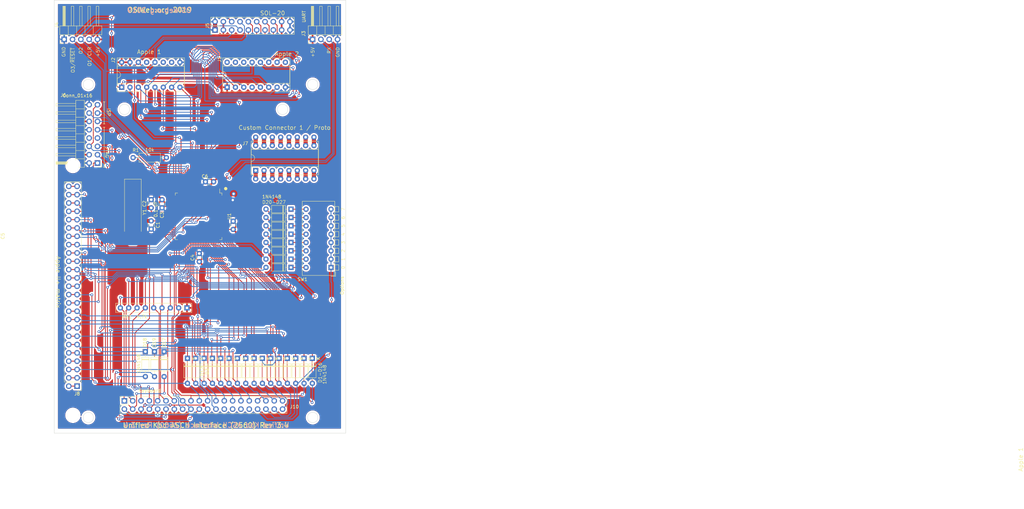
<source format=kicad_pcb>
(kicad_pcb (version 20171130) (host pcbnew "(5.1.6-0-10_14)")
  (title_block (title "Unified Retro Keyboard ASCII Interface (2560)") (date 2020-05-31) (rev 3.4))
  (layers (0 F.Cu signal) (31 B.Cu signal) (34 B.Paste user) (35 F.Paste user) (36 B.SilkS user) (37 F.SilkS user) (38 B.Mask user) (39 F.Mask user) (44 Edge.Cuts user))
  (net 0 "")
  (net 1 GND)
  (net 2 /Row3)
  (net 3 /Row0)
  (net 4 /Row1)
  (net 5 /Row4)
  (net 6 /Row5)
  (net 7 /Row7)
  (net 8 /D7)
  (net 9 /D1)
  (net 10 /D2)
  (net 11 /D3)
  (net 12 /D4)
  (net 13 /D5)
  (net 14 /D6)
  (net 15 /Col0)
  (net 16 /Col1)
  (net 17 /Col2)
  (net 18 /Col3)
  (net 19 /Col4)
  (net 20 /Col5)
  (net 21 /Col6)
  (net 22 /Col7)
  (net 23 /Row6)
  (net 24 /Row2)
  (net 25 /D0)
  (net 26 /~STROBE)
  (net 27 /Row10)
  (net 28 /Row9)
  (net 29 /Row8)
  (net 30 /Row15)
  (net 31 /Row14)
  (net 32 /Row13)
  (net 33 /Row12)
  (net 34 /Row11)
  (net 35 /Tx)
  (net 36 /Rx)
  (net 37 "Net-(D11-Pad1)")
  (net 38 "Net-(D12-Pad1)")
  (net 39 "Net-(D13-Pad1)")
  (net 40 "Net-(D14-Pad1)")
  (net 41 "Net-(D15-Pad1)")
  (net 42 "Net-(D16-Pad1)")
  (net 43 "Net-(D20-Pad1)")
  (net 44 "Net-(D24-Pad1)")
  (net 45 "Net-(D25-Pad1)")
  (net 46 "Net-(D26-Pad1)")
  (net 47 "Net-(D4-Pad1)")
  (net 48 "Net-(D5-Pad1)")
  (net 49 "Net-(D6-Pad1)")
  (net 50 "Net-(D7-Pad1)")
  (net 51 "Net-(D8-Pad1)")
  (net 52 "Net-(D9-Pad1)")
  (net 53 "Net-(D10-Pad1)")
  (net 54 "Net-(D27-Pad1)")
  (net 55 /LED1)
  (net 56 /OUT1)
  (net 57 /OUT2)
  (net 58 /OUT3)
  (net 59 /LED3)
  (net 60 /LED2)
  (net 61 "Net-(C1-Pad1)")
  (net 62 "Net-(C2-Pad1)")
  (net 63 "Net-(D21-Pad1)")
  (net 64 "Net-(D22-Pad1)")
  (net 65 "Net-(D23-Pad1)")
  (net 66 "Net-(J1-Pad9)")
  (net 67 "Net-(J1-Pad4)")
  (net 68 "Net-(J1-Pad14)")
  (net 69 "Net-(J1-Pad15)")
  (net 70 "Net-(J1-Pad16)")
  (net 71 "Net-(J2-Pad10)")
  (net 72 "Net-(J2-Pad11)")
  (net 73 "Net-(J2-Pad13)")
  (net 74 "Net-(U1-Pad98)")
  (net 75 "Net-(U1-Pad97)")
  (net 76 "Net-(U1-Pad96)")
  (net 77 "Net-(U1-Pad95)")
  (net 78 "Net-(U1-Pad94)")
  (net 79 "Net-(U1-Pad89)")
  (net 80 "Net-(U1-Pad88)")
  (net 81 "Net-(U1-Pad87)")
  (net 82 "Net-(U1-Pad86)")
  (net 83 "Net-(U1-Pad85)")
  (net 84 "Net-(U1-Pad84)")
  (net 85 "Net-(U1-Pad83)")
  (net 86 "Net-(U1-Pad82)")
  (net 87 "Net-(U1-Pad70)")
  (net 88 "Net-(U1-Pad52)")
  (net 89 "Net-(U1-Pad51)")
  (net 90 "Net-(U1-Pad47)")
  (net 91 "Net-(U1-Pad46)")
  (net 92 "Net-(U1-Pad45)")
  (net 93 "Net-(U1-Pad44)")
  (net 94 "Net-(U1-Pad43)")
  (net 95 "Net-(U1-Pad42)")
  (net 96 "Net-(U1-Pad41)")
  (net 97 "Net-(U1-Pad40)")
  (net 98 "Net-(U1-Pad39)")
  (net 99 "Net-(U1-Pad38)")
  (net 100 "Net-(U1-Pad37)")
  (net 101 "Net-(U1-Pad36)")
  (net 102 "Net-(U1-Pad35)")
  (net 103 "Net-(U1-Pad29)")
  (net 104 "Net-(U1-Pad28)")
  (net 105 "Net-(U1-Pad19)")
  (net 106 "Net-(U1-Pad9)")
  (net 107 "Net-(U1-Pad8)")
  (net 108 "Net-(U1-Pad7)")
  (net 109 "Net-(U1-Pad6)")
  (net 110 "Net-(U1-Pad5)")
  (net 111 "Net-(U1-Pad4)")
  (net 112 "Net-(U1-Pad1)")
  (net 113 VCC)
  (net 114 "Net-(J8-Pad1)")
  (net 115 /TDI)
  (net 116 "Net-(J6-Pad8)")
  (net 117 "Net-(J6-Pad7)")
  (net 118 /~RESET)
  (net 119 /TMS)
  (net 120 /TDO)
  (net 121 /TCK)
  (net 122 "Net-(D1-Pad1)")
  (net 123 "Net-(D2-Pad1)")
  (net 124 "Net-(D3-Pad1)")
  (net 125 "Net-(D17-Pad2)")
  (net 126 "Net-(D18-Pad2)")
  (net 127 "Net-(D19-Pad2)")
  (net 128 "Net-(J7-Pad1)")
  (net 129 "Net-(J7-Pad9)")
  (net 130 "Net-(J7-Pad2)")
  (net 131 "Net-(J7-Pad10)")
  (net 132 "Net-(J7-Pad3)")
  (net 133 "Net-(J7-Pad11)")
  (net 134 "Net-(J7-Pad4)")
  (net 135 "Net-(J7-Pad12)")
  (net 136 "Net-(J7-Pad5)")
  (net 137 "Net-(J7-Pad13)")
  (net 138 "Net-(J7-Pad6)")
  (net 139 "Net-(J7-Pad14)")
  (net 140 "Net-(J7-Pad7)")
  (net 141 "Net-(J7-Pad15)")
  (net 142 "Net-(J7-Pad8)")
  (net 143 "Net-(J7-Pad16)")
  (net 144 "Net-(J10-Pad32)")
  (net 145 "Net-(J10-Pad30)")
  (net 146 "Net-(J10-Pad28)")
  (net 147 "Net-(J10-Pad26)")
  (net 148 "Net-(J8-Pad25)")
  (net 149 /MOSI)
  (net 150 /SCK)
  (net 151 /MISO)
  (module MountingHole:MountingHole_3.7mm (layer F.Cu) (at 169.522 177.446)
    (fp_text reference MH2 hide)
    (fp_text value "Apple II" hide)
    (pad 1 np_thru_hole circle (at 0 0) (size 3.7 3.7) (drill 3.7) (layers *.Cu *.Mask))
  )
  (module MountingHole:MountingHole_3.7mm (layer F.Cu) (at 169.522 101.246)
    (fp_text reference MH1 hide)
    (fp_text value "Apple II" hide)
    (pad 1 np_thru_hole circle (at 0 0) (size 3.7 3.7) (drill 3.7) (layers *.Cu *.Mask))
  )
  (module Connector_PinHeader_2.54mm:PinHeader_2x08_P2.54mm_Horizontal (layer F.Cu) (at 177.015 100.484 180)
    (fp_text reference J6 (at 10.414 20.701) (layer F.SilkS))
    (fp_text value Conn_01x16 (at 6.096 20.574) (layer F.SilkS))
    (pad 16 thru_hole oval (at 2.54 17.78 180) (size 1.7 1.7) (drill 1) (layers *.Cu *.Mask) (net 1 GND))
    (pad 15 thru_hole oval (at 0 17.78 180) (size 1.7 1.7) (drill 1) (layers *.Cu *.Mask) (net 118 /~RESET))
    (pad 14 thru_hole oval (at 2.54 15.24 180) (size 1.7 1.7) (drill 1) (layers *.Cu *.Mask) (net 149 /MOSI))
    (pad 13 thru_hole oval (at 0 15.24 180) (size 1.7 1.7) (drill 1) (layers *.Cu *.Mask) (net 150 /SCK))
    (pad 12 thru_hole oval (at 2.54 12.7 180) (size 1.7 1.7) (drill 1) (layers *.Cu *.Mask) (net 113 VCC))
    (pad 11 thru_hole oval (at 0 12.7 180) (size 1.7 1.7) (drill 1) (layers *.Cu *.Mask) (net 151 /MISO))
    (pad 10 thru_hole oval (at 2.54 10.16 180) (size 1.7 1.7) (drill 1) (layers *.Cu *.Mask) (net 1 GND))
    (pad 9 thru_hole oval (at 0 10.16 180) (size 1.7 1.7) (drill 1) (layers *.Cu *.Mask) (net 115 /TDI))
    (pad 8 thru_hole oval (at 2.54 7.62 180) (size 1.7 1.7) (drill 1) (layers *.Cu *.Mask) (net 116 "Net-(J6-Pad8)"))
    (pad 7 thru_hole oval (at 0 7.62 180) (size 1.7 1.7) (drill 1) (layers *.Cu *.Mask) (net 117 "Net-(J6-Pad7)"))
    (pad 6 thru_hole oval (at 2.54 5.08 180) (size 1.7 1.7) (drill 1) (layers *.Cu *.Mask) (net 118 /~RESET))
    (pad 5 thru_hole oval (at 0 5.08 180) (size 1.7 1.7) (drill 1) (layers *.Cu *.Mask) (net 119 /TMS))
    (pad 4 thru_hole oval (at 2.54 2.54 180) (size 1.7 1.7) (drill 1) (layers *.Cu *.Mask) (net 113 VCC))
    (pad 3 thru_hole oval (at 0 2.54 180) (size 1.7 1.7) (drill 1) (layers *.Cu *.Mask) (net 120 /TDO))
    (pad 2 thru_hole oval (at 2.54 0 180) (size 1.7 1.7) (drill 1) (layers *.Cu *.Mask) (net 1 GND))
    (pad 1 thru_hole rect (at 0 0 180) (size 1.7 1.7) (drill 1) (layers *.Cu *.Mask) (net 121 /TCK))
  )
  (module unikbd:D_DO-35_SOD27_P7.62mm_Horizontal_bypassed (layer F.Cu) (at 227.33 160.0724 270)
    (fp_text reference D15 hide)
    (fp_text value 1N4148)
    (fp_poly (pts (xy 7.239 0.127) (xy 0.381 0.127) (xy 0.381 0) (xy 7.239 0)) (layer F.Cu) (width 0.0508))
    (fp_text user K (at 0 -1.8 90) (layer F.SilkS))
    (fp_text user K (at 0 -1.8 90) (layer F.SilkS))
    (pad 1 thru_hole rect (at 0 0 270) (size 1.6 1.6) (drill 0.8) (layers *.Cu *.Mask) (net 41 "Net-(D15-Pad1)"))
    (pad 2 thru_hole oval (at 7.62 0 270) (size 1.6 1.6) (drill 0.8) (layers *.Cu *.Mask) (net 33 /Row12))
  )
  (module unikbd:D_DO-35_SOD27_P7.62mm_Horizontal_bypassed (layer F.Cu) (at 229.87 160.0724 270)
    (fp_text reference D6 hide)
    (fp_text value 1N4148)
    (fp_poly (pts (xy 7.239 0.127) (xy 0.381 0.127) (xy 0.381 0) (xy 7.239 0)) (layer F.Cu) (width 0.0508))
    (fp_text user K (at 0 -1.8 90) (layer F.SilkS))
    (fp_text user K (at 0 -1.8 90) (layer F.SilkS))
    (pad 1 thru_hole rect (at 0 0 270) (size 1.6 1.6) (drill 0.8) (layers *.Cu *.Mask) (net 49 "Net-(D6-Pad1)"))
    (pad 2 thru_hole oval (at 7.62 0 270) (size 1.6 1.6) (drill 0.8) (layers *.Cu *.Mask) (net 34 /Row11))
  )
  (module unikbd:D_DO-35_SOD27_P7.62mm_Horizontal_bypassed (layer F.Cu) (at 232.41 160.0724 270)
    (fp_text reference D14 hide)
    (fp_text value 1N4148)
    (fp_poly (pts (xy 7.239 0.127) (xy 0.381 0.127) (xy 0.381 0) (xy 7.239 0)) (layer F.Cu) (width 0.0508))
    (fp_text user K (at 0 -1.8 90) (layer F.SilkS))
    (fp_text user K (at 0 -1.8 90) (layer F.SilkS))
    (pad 1 thru_hole rect (at 0 0 270) (size 1.6 1.6) (drill 0.8) (layers *.Cu *.Mask) (net 40 "Net-(D14-Pad1)"))
    (pad 2 thru_hole oval (at 7.62 0 270) (size 1.6 1.6) (drill 0.8) (layers *.Cu *.Mask) (net 27 /Row10))
  )
  (module unikbd:D_DO-35_SOD27_P7.62mm_Horizontal_bypassed (layer F.Cu) (at 234.95 160.0724 270)
    (fp_text reference D5 hide)
    (fp_text value 1N4148)
    (fp_poly (pts (xy 7.239 0.127) (xy 0.381 0.127) (xy 0.381 0) (xy 7.239 0)) (layer F.Cu) (width 0.0508))
    (fp_text user K (at 0 -1.8 90) (layer F.SilkS))
    (fp_text user K (at 0 -1.8 90) (layer F.SilkS))
    (pad 1 thru_hole rect (at 0 0 270) (size 1.6 1.6) (drill 0.8) (layers *.Cu *.Mask) (net 48 "Net-(D5-Pad1)"))
    (pad 2 thru_hole oval (at 7.62 0 270) (size 1.6 1.6) (drill 0.8) (layers *.Cu *.Mask) (net 28 /Row9))
  )
  (module unikbd:D_DO-35_SOD27_P7.62mm_Horizontal_bypassed (layer F.Cu) (at 237.49 160.0724 270)
    (fp_text reference D13 hide)
    (fp_text value 1N4148)
    (fp_poly (pts (xy 7.239 0.127) (xy 0.381 0.127) (xy 0.381 0) (xy 7.239 0)) (layer F.Cu) (width 0.0508))
    (fp_text user K (at 0 -1.8 90) (layer F.SilkS))
    (fp_text user K (at 0 -1.8 90) (layer F.SilkS))
    (pad 1 thru_hole rect (at 0 0 270) (size 1.6 1.6) (drill 0.8) (layers *.Cu *.Mask) (net 39 "Net-(D13-Pad1)"))
    (pad 2 thru_hole oval (at 7.62 0 270) (size 1.6 1.6) (drill 0.8) (layers *.Cu *.Mask) (net 29 /Row8))
  )
  (module unikbd:D_DO-35_SOD27_P7.62mm_Horizontal_bypassed (layer F.Cu) (at 242.57 160.0724 270)
    (fp_text reference D8 hide)
    (fp_text value 1N4148)
    (fp_poly (pts (xy 7.239 0.127) (xy 0.381 0.127) (xy 0.381 0) (xy 7.239 0)) (layer F.Cu) (width 0.0508))
    (fp_text user K (at 0 -1.8 90) (layer F.SilkS))
    (fp_text user K (at 0 -1.8 90) (layer F.SilkS))
    (pad 1 thru_hole rect (at 0 0 270) (size 1.6 1.6) (drill 0.8) (layers *.Cu *.Mask) (net 51 "Net-(D8-Pad1)"))
    (pad 2 thru_hole oval (at 7.62 0 270) (size 1.6 1.6) (drill 0.8) (layers *.Cu *.Mask) (net 30 /Row15))
  )
  (module unikbd:D_DO-35_SOD27_P7.62mm_Horizontal_bypassed (layer F.Cu) (at 224.79 160.0724 270)
    (fp_text reference D7 hide)
    (fp_text value 1N4148)
    (fp_poly (pts (xy 7.239 0.127) (xy 0.381 0.127) (xy 0.381 0) (xy 7.239 0)) (layer F.Cu) (width 0.0508))
    (fp_text user K (at 0 -1.8 90) (layer F.SilkS))
    (fp_text user K (at 0 -1.8 90) (layer F.SilkS))
    (pad 1 thru_hole rect (at 0 0 270) (size 1.6 1.6) (drill 0.8) (layers *.Cu *.Mask) (net 50 "Net-(D7-Pad1)"))
    (pad 2 thru_hole oval (at 7.62 0 270) (size 1.6 1.6) (drill 0.8) (layers *.Cu *.Mask) (net 32 /Row13))
  )
  (module unikbd:D_DO-35_SOD27_P7.62mm_Horizontal_bypassed (layer F.Cu) (at 222.25 160.0724 270)
    (fp_text reference D16 hide)
    (fp_text value 1N4148)
    (fp_poly (pts (xy 7.239 0.127) (xy 0.381 0.127) (xy 0.381 0) (xy 7.239 0)) (layer F.Cu) (width 0.0508))
    (fp_text user K (at 0 -1.8 90) (layer F.SilkS))
    (fp_text user K (at 0 -1.8 90) (layer F.SilkS))
    (pad 1 thru_hole rect (at 0 0 270) (size 1.6 1.6) (drill 0.8) (layers *.Cu *.Mask) (net 42 "Net-(D16-Pad1)"))
    (pad 2 thru_hole oval (at 7.62 0 270) (size 1.6 1.6) (drill 0.8) (layers *.Cu *.Mask) (net 31 /Row14))
  )
  (module unikbd:D_DO-35_SOD27_P7.62mm_Horizontal_bypassed (layer F.Cu) (at 240.03 160.0724 270)
    (fp_text reference D4 hide)
    (fp_text value 1N4148)
    (fp_poly (pts (xy 7.239 0.127) (xy 0.381 0.127) (xy 0.381 0) (xy 7.239 0)) (layer F.Cu) (width 0.0508))
    (fp_text user K (at 0 -1.8 90) (layer F.SilkS))
    (pad 1 thru_hole rect (at 0 0 270) (size 1.6 1.6) (drill 0.8) (layers *.Cu *.Mask) (net 47 "Net-(D4-Pad1)"))
    (pad 2 thru_hole oval (at 7.62 0 270) (size 1.6 1.6) (drill 0.8) (layers *.Cu *.Mask) (net 7 /Row7))
  )
  (module unikbd:D_DO-35_SOD27_P7.62mm_Horizontal_bypassed (layer F.Cu) (at 204.47 160.0724 270)
    (fp_text reference D12 (at 3.9878 -4.4958 90) (layer F.SilkS))
    (fp_text value 1N4148)
    (fp_poly (pts (xy 7.239 0.127) (xy 0.381 0.127) (xy 0.381 0) (xy 7.239 0)) (layer F.Cu) (width 0.0508))
    (fp_text user K (at 0 -1.8 90) (layer F.SilkS))
    (pad 1 thru_hole rect (at 0 0 270) (size 1.6 1.6) (drill 0.8) (layers *.Cu *.Mask) (net 38 "Net-(D12-Pad1)"))
    (pad 2 thru_hole oval (at 7.62 0 270) (size 1.6 1.6) (drill 0.8) (layers *.Cu *.Mask) (net 23 /Row6))
  )
  (module unikbd:D_DO-35_SOD27_P7.62mm_Horizontal_bypassed (layer F.Cu) (at 209.55 160.0724 270)
    (fp_text reference D11 hide)
    (fp_text value 1N4148)
    (fp_poly (pts (xy 7.239 0.127) (xy 0.381 0.127) (xy 0.381 0) (xy 7.239 0)) (layer F.Cu) (width 0.0508))
    (fp_text user K (at 0 -1.8 90) (layer F.SilkS))
    (pad 1 thru_hole rect (at 0 0 270) (size 1.6 1.6) (drill 0.8) (layers *.Cu *.Mask) (net 37 "Net-(D11-Pad1)"))
    (pad 2 thru_hole oval (at 7.62 0 270) (size 1.6 1.6) (drill 0.8) (layers *.Cu *.Mask) (net 5 /Row4))
  )
  (module unikbd:D_DO-35_SOD27_P7.62mm_Horizontal_bypassed (layer F.Cu) (at 214.63 160.0724 270)
    (fp_text reference D10 hide)
    (fp_text value 1N4148)
    (fp_poly (pts (xy 7.239 0.127) (xy 0.381 0.127) (xy 0.381 0) (xy 7.239 0)) (layer F.Cu) (width 0.0508))
    (fp_text user K (at 0 -1.8 90) (layer F.SilkS))
    (pad 1 thru_hole rect (at 0 0 270) (size 1.6 1.6) (drill 0.8) (layers *.Cu *.Mask) (net 53 "Net-(D10-Pad1)"))
    (pad 2 thru_hole oval (at 7.62 0 270) (size 1.6 1.6) (drill 0.8) (layers *.Cu *.Mask) (net 24 /Row2))
  )
  (module unikbd:D_DO-35_SOD27_P7.62mm_Horizontal_bypassed (layer F.Cu) (at 219.71 160.0724 270)
    (fp_text reference D9 hide)
    (fp_text value 1N4148)
    (fp_poly (pts (xy 7.239 0.127) (xy 0.381 0.127) (xy 0.381 0) (xy 7.239 0)) (layer F.Cu) (width 0.0508))
    (fp_text user K (at 0 -1.8 90) (layer F.SilkS))
    (pad 1 thru_hole rect (at 0 0 270) (size 1.6 1.6) (drill 0.8) (layers *.Cu *.Mask) (net 52 "Net-(D9-Pad1)"))
    (pad 2 thru_hole oval (at 7.62 0 270) (size 1.6 1.6) (drill 0.8) (layers *.Cu *.Mask) (net 3 /Row0))
  )
  (module unikbd:D_DO-35_SOD27_P7.62mm_Horizontal_bypassed (layer F.Cu) (at 207.01 160.0724 270)
    (fp_text reference D3 (at 4.0132 -3.3528 90) (layer F.SilkS))
    (fp_text value 1N4148)
    (fp_poly (pts (xy 7.239 0.127) (xy 0.381 0.127) (xy 0.381 0) (xy 7.239 0)) (layer F.Cu) (width 0.0508))
    (fp_text user K (at 0 -1.8 90) (layer F.SilkS))
    (pad 1 thru_hole rect (at 0 0 270) (size 1.6 1.6) (drill 0.8) (layers *.Cu *.Mask) (net 124 "Net-(D3-Pad1)"))
    (pad 2 thru_hole oval (at 7.62 0 270) (size 1.6 1.6) (drill 0.8) (layers *.Cu *.Mask) (net 6 /Row5))
  )
  (module unikbd:D_DO-35_SOD27_P7.62mm_Horizontal_bypassed (layer F.Cu) (at 212.09 160.0724 270)
    (fp_text reference D2 hide)
    (fp_text value 1N4148)
    (fp_poly (pts (xy 7.239 0.127) (xy 0.381 0.127) (xy 0.381 0) (xy 7.239 0)) (layer F.Cu) (width 0.0508))
    (fp_text user K (at 0 -1.8 90) (layer F.SilkS))
    (pad 1 thru_hole rect (at 0 0 270) (size 1.6 1.6) (drill 0.8) (layers *.Cu *.Mask) (net 123 "Net-(D2-Pad1)"))
    (pad 2 thru_hole oval (at 7.62 0 270) (size 1.6 1.6) (drill 0.8) (layers *.Cu *.Mask) (net 2 /Row3))
  )
  (module unikbd:D_DO-35_SOD27_P7.62mm_Horizontal_bypassed (layer F.Cu) (at 217.17 160.0724 270)
    (fp_text reference D1 hide)
    (fp_text value 1N4148)
    (fp_poly (pts (xy 7.239 0.127) (xy 0.381 0.127) (xy 0.381 0) (xy 7.239 0)) (layer F.Cu) (width 0.0508))
    (fp_text user K (at 0 -1.8 90) (layer F.SilkS))
    (pad 1 thru_hole rect (at 0 0 270) (size 1.6 1.6) (drill 0.8) (layers *.Cu *.Mask) (net 122 "Net-(D1-Pad1)"))
    (pad 2 thru_hole oval (at 7.62 0 270) (size 1.6 1.6) (drill 0.8) (layers *.Cu *.Mask) (net 4 /Row1))
  )
  (module unikbd:ExpansionHeader_1x25_P2.54 (layer F.Cu) (at 170.792 168.556 180)
    (fp_text reference J8 (at 0 -2.33) (layer F.SilkS))
    (fp_text value "Apple II+ matrix" (at 5.715 31.75 270 unlocked) (layer F.SilkS) (effects (font (size 1.27 1.27))))
    (fp_line (start 0 0) (end 2.54 0) (layer F.Cu) (width 0.254))
    (fp_line (start 0 2.54) (end 2.54 2.54) (layer F.Cu) (width 0.254))
    (fp_line (start 0 5.08) (end 2.54 5.08) (layer F.Cu) (width 0.254))
    (fp_line (start 0 7.62) (end 2.54 7.62) (layer F.Cu) (width 0.254))
    (fp_line (start 0 10.16) (end 2.54 10.16) (layer F.Cu) (width 0.254))
    (fp_line (start 0 15.24) (end 2.54 15.24) (layer F.Cu) (width 0.254))
    (fp_line (start 0 17.78) (end 2.54 17.78) (layer F.Cu) (width 0.254))
    (fp_line (start 0 12.7) (end 2.54 12.7) (layer F.Cu) (width 0.254))
    (fp_line (start 0 22.86) (end 2.54 22.86) (layer F.Cu) (width 0.254))
    (fp_line (start 0 20.32) (end 2.54 20.32) (layer F.Cu) (width 0.254))
    (fp_line (start 0 27.94) (end 2.54 27.94) (layer F.Cu) (width 0.254))
    (fp_line (start 0 30.48) (end 2.54 30.48) (layer F.Cu) (width 0.254))
    (fp_line (start 0 25.4) (end 2.54 25.4) (layer F.Cu) (width 0.254))
    (fp_line (start 0 35.56) (end 2.54 35.56) (layer F.Cu) (width 0.254))
    (fp_line (start 0 33.02) (end 2.54 33.02) (layer F.Cu) (width 0.254))
    (fp_line (start 0 58.42) (end 2.54 58.42) (layer F.Cu) (width 0.254))
    (fp_line (start 0 60.96) (end 2.54 60.96) (layer F.Cu) (width 0.254))
    (fp_line (start 0 50.8) (end 2.54 50.8) (layer F.Cu) (width 0.254))
    (fp_line (start 0 55.88) (end 2.54 55.88) (layer F.Cu) (width 0.254))
    (fp_line (start 0 53.34) (end 2.54 53.34) (layer F.Cu) (width 0.254))
    (fp_line (start 0 45.72) (end 2.54 45.72) (layer F.Cu) (width 0.254))
    (fp_line (start 0 48.26) (end 2.54 48.26) (layer F.Cu) (width 0.254))
    (fp_line (start 0 38.1) (end 2.54 38.1) (layer F.Cu) (width 0.254))
    (fp_line (start 0 43.18) (end 2.54 43.18) (layer F.Cu) (width 0.254))
    (fp_line (start 0 40.64) (end 2.54 40.64) (layer F.Cu) (width 0.254))
    (pad 26 thru_hole circle (at 2.54 0 180) (size 1.7 1.7) (drill 1) (layers *.Cu *.Mask))
    (pad 27 thru_hole oval (at 2.54 2.54 180) (size 1.7 1.7) (drill 1) (layers *.Cu *.Mask))
    (pad 28 thru_hole oval (at 2.54 5.08 180) (size 1.7 1.7) (drill 1) (layers *.Cu *.Mask))
    (pad 29 thru_hole oval (at 2.54 7.62 180) (size 1.7 1.7) (drill 1) (layers *.Cu *.Mask))
    (pad 30 thru_hole oval (at 2.54 10.16 180) (size 1.7 1.7) (drill 1) (layers *.Cu *.Mask))
    (pad 31 thru_hole oval (at 2.54 12.7 180) (size 1.7 1.7) (drill 1) (layers *.Cu *.Mask))
    (pad 32 thru_hole oval (at 2.54 15.24 180) (size 1.7 1.7) (drill 1) (layers *.Cu *.Mask))
    (pad 33 thru_hole oval (at 2.54 17.78 180) (size 1.7 1.7) (drill 1) (layers *.Cu *.Mask))
    (pad 34 thru_hole oval (at 2.54 20.32 180) (size 1.7 1.7) (drill 1) (layers *.Cu *.Mask))
    (pad 35 thru_hole oval (at 2.54 22.86 180) (size 1.7 1.7) (drill 1) (layers *.Cu *.Mask))
    (pad 36 thru_hole oval (at 2.54 25.4 180) (size 1.7 1.7) (drill 1) (layers *.Cu *.Mask))
    (pad 37 thru_hole oval (at 2.54 27.94 180) (size 1.7 1.7) (drill 1) (layers *.Cu *.Mask))
    (pad 38 thru_hole oval (at 2.54 30.48 180) (size 1.7 1.7) (drill 1) (layers *.Cu *.Mask))
    (pad 39 thru_hole oval (at 2.54 33.02 180) (size 1.7 1.7) (drill 1) (layers *.Cu *.Mask))
    (pad 40 thru_hole oval (at 2.54 35.56 180) (size 1.7 1.7) (drill 1) (layers *.Cu *.Mask))
    (pad 50 thru_hole oval (at 2.54 60.96 180) (size 1.7 1.7) (drill 1) (layers *.Cu *.Mask))
    (pad 49 thru_hole oval (at 2.54 58.42 180) (size 1.7 1.7) (drill 1) (layers *.Cu *.Mask))
    (pad 48 thru_hole oval (at 2.54 55.88 180) (size 1.7 1.7) (drill 1) (layers *.Cu *.Mask))
    (pad 47 thru_hole oval (at 2.54 53.34 180) (size 1.7 1.7) (drill 1) (layers *.Cu *.Mask))
    (pad 46 thru_hole oval (at 2.54 50.8 180) (size 1.7 1.7) (drill 1) (layers *.Cu *.Mask))
    (pad 45 thru_hole oval (at 2.54 48.26 180) (size 1.7 1.7) (drill 1) (layers *.Cu *.Mask))
    (pad 44 thru_hole oval (at 2.54 45.72 180) (size 1.7 1.7) (drill 1) (layers *.Cu *.Mask))
    (pad 43 thru_hole oval (at 2.54 43.18 180) (size 1.7 1.7) (drill 1) (layers *.Cu *.Mask))
    (pad 42 thru_hole oval (at 2.54 40.64 180) (size 1.7 1.7) (drill 1) (layers *.Cu *.Mask))
    (pad 41 thru_hole oval (at 2.54 38.1 180) (size 1.7 1.7) (drill 1) (layers *.Cu *.Mask))
    (pad 16 thru_hole oval (at 0 38.1 180) (size 1.7 1.7) (drill 1) (layers *.Cu *.Mask) (net 28 /Row9))
    (pad 17 thru_hole oval (at 0 40.64 180) (size 1.7 1.7) (drill 1) (layers *.Cu *.Mask) (net 15 /Col0))
    (pad 18 thru_hole oval (at 0 43.18 180) (size 1.7 1.7) (drill 1) (layers *.Cu *.Mask) (net 27 /Row10))
    (pad 19 thru_hole oval (at 0 45.72 180) (size 1.7 1.7) (drill 1) (layers *.Cu *.Mask) (net 18 /Col3))
    (pad 20 thru_hole oval (at 0 48.26 180) (size 1.7 1.7) (drill 1) (layers *.Cu *.Mask) (net 34 /Row11))
    (pad 21 thru_hole oval (at 0 50.8 180) (size 1.7 1.7) (drill 1) (layers *.Cu *.Mask) (net 17 /Col2))
    (pad 22 thru_hole oval (at 0 53.34 180) (size 1.7 1.7) (drill 1) (layers *.Cu *.Mask) (net 34 /Row11))
    (pad 23 thru_hole oval (at 0 55.88 180) (size 1.7 1.7) (drill 1) (layers *.Cu *.Mask) (net 34 /Row11))
    (pad 24 thru_hole oval (at 0 58.42 180) (size 1.7 1.7) (drill 1) (layers *.Cu *.Mask) (net 16 /Col1))
    (pad 25 thru_hole oval (at 0 60.96 180) (size 1.7 1.7) (drill 1) (layers *.Cu *.Mask) (net 148 "Net-(J8-Pad25)"))
    (pad 15 thru_hole oval (at 0 35.56 180) (size 1.7 1.7) (drill 1) (layers *.Cu *.Mask) (net 7 /Row7))
    (pad 14 thru_hole oval (at 0 33.02 180) (size 1.7 1.7) (drill 1) (layers *.Cu *.Mask) (net 16 /Col1))
    (pad 13 thru_hole oval (at 0 30.48 180) (size 1.7 1.7) (drill 1) (layers *.Cu *.Mask) (net 17 /Col2))
    (pad 12 thru_hole oval (at 0 27.94 180) (size 1.7 1.7) (drill 1) (layers *.Cu *.Mask) (net 23 /Row6))
    (pad 11 thru_hole oval (at 0 25.4 180) (size 1.7 1.7) (drill 1) (layers *.Cu *.Mask) (net 18 /Col3))
    (pad 10 thru_hole oval (at 0 22.86 180) (size 1.7 1.7) (drill 1) (layers *.Cu *.Mask) (net 6 /Row5))
    (pad 9 thru_hole oval (at 0 20.32 180) (size 1.7 1.7) (drill 1) (layers *.Cu *.Mask) (net 5 /Row4))
    (pad 8 thru_hole oval (at 0 17.78 180) (size 1.7 1.7) (drill 1) (layers *.Cu *.Mask) (net 2 /Row3))
    (pad 7 thru_hole oval (at 0 15.24 180) (size 1.7 1.7) (drill 1) (layers *.Cu *.Mask) (net 24 /Row2))
    (pad 6 thru_hole oval (at 0 12.7 180) (size 1.7 1.7) (drill 1) (layers *.Cu *.Mask) (net 4 /Row1))
    (pad 5 thru_hole oval (at 0 10.16 180) (size 1.7 1.7) (drill 1) (layers *.Cu *.Mask) (net 3 /Row0))
    (pad 4 thru_hole oval (at 0 7.62 180) (size 1.7 1.7) (drill 1) (layers *.Cu *.Mask) (net 55 /LED1))
    (pad 3 thru_hole oval (at 0 5.08 180) (size 1.7 1.7) (drill 1) (layers *.Cu *.Mask) (net 15 /Col0))
    (pad 2 thru_hole oval (at 0 2.54 180) (size 1.7 1.7) (drill 1) (layers *.Cu *.Mask) (net 19 /Col4))
    (pad 1 thru_hole rect (at 0 0 180) (size 1.7 1.7) (drill 1) (layers *.Cu *.Mask) (net 114 "Net-(J8-Pad1)"))
  )
  (module "" (layer F.Cu) (at 230.355 88.165)
    (fp_text reference "" (at 225.275 102.77) (layer F.SilkS) (effects (font (size 1.27 1.27))))
    (fp_text value "" (at 225.275 102.77) (layer F.SilkS) (effects (font (size 1.27 1.27))))
    (fp_text user "Apple 1" (at 228.323 102.77 90) (layer F.SilkS) (effects (font (size 1.27 1.27))))
  )
  (module unikbd:DIP-16_W7.62mm_Proto (layer F.Cu) (at 225.275 102.77 90)
    (fp_text reference J7 (at 8.255 -3.175 180) (layer F.SilkS))
    (fp_text value "Custom Connector 1 / Proto" (at 13.081 8.8265) (layer F.SilkS) (effects (font (size 1.27 1.27))))
    (fp_line (start 0 17.78) (end -2.54 17.78) (layer F.Cu) (width 1.27))
    (fp_line (start 0 15.24) (end -2.54 15.24) (layer F.Cu) (width 1.27))
    (fp_line (start 0 12.7) (end -2.54 12.7) (layer F.Cu) (width 1.27))
    (fp_line (start 0 10.16) (end -2.54 10.16) (layer F.Cu) (width 1.27))
    (fp_line (start 0 7.62) (end -2.54 7.62) (layer F.Cu) (width 1.27))
    (fp_line (start 0 5.08) (end -2.54 5.08) (layer F.Cu) (width 1.27))
    (fp_line (start 0 2.54) (end -2.54 2.54) (layer F.Cu) (width 1.27))
    (fp_line (start 0 0) (end -2.54 0) (layer F.Cu) (width 1.27))
    (fp_line (start 10.16 0) (end 7.62 0) (layer F.Cu) (width 1.27))
    (fp_line (start 10.16 2.54) (end 7.62 2.54) (layer F.Cu) (width 1.27))
    (fp_line (start 10.16 5.08) (end 7.62 5.08) (layer F.Cu) (width 1.27))
    (fp_line (start 10.16 7.62) (end 7.62 7.62) (layer F.Cu) (width 1.27))
    (fp_line (start 10.16 10.16) (end 7.62 10.16) (layer F.Cu) (width 1.27))
    (fp_line (start 10.16 12.7) (end 7.62 12.7) (layer F.Cu) (width 1.27))
    (fp_line (start 10.16 15.24) (end 7.62 15.24) (layer F.Cu) (width 1.27))
    (fp_line (start 10.16 17.78) (end 7.62 17.78) (layer F.Cu) (width 1.27))
    (pad 46 thru_hole oval (at 10.16 17.78 90) (size 1.6 1.6) (drill 0.8) (layers *.Cu *.Mask))
    (pad 45 thru_hole oval (at -2.54 17.78 90) (size 1.6 1.6) (drill 0.8) (layers *.Cu *.Mask))
    (pad 42 thru_hole oval (at 10.16 15.24 90) (size 1.6 1.6) (drill 0.8) (layers *.Cu *.Mask))
    (pad 41 thru_hole oval (at -2.54 15.24 90) (size 1.6 1.6) (drill 0.8) (layers *.Cu *.Mask))
    (pad 38 thru_hole oval (at 10.16 12.7 90) (size 1.6 1.6) (drill 0.8) (layers *.Cu *.Mask))
    (pad 37 thru_hole oval (at -2.54 12.7 90) (size 1.6 1.6) (drill 0.8) (layers *.Cu *.Mask))
    (pad 34 thru_hole oval (at 10.16 10.16 90) (size 1.6 1.6) (drill 0.8) (layers *.Cu *.Mask))
    (pad 33 thru_hole oval (at -2.54 10.16 90) (size 1.6 1.6) (drill 0.8) (layers *.Cu *.Mask))
    (pad 30 thru_hole oval (at 10.16 7.62 90) (size 1.6 1.6) (drill 0.8) (layers *.Cu *.Mask))
    (pad 29 thru_hole oval (at -2.54 7.62 90) (size 1.6 1.6) (drill 0.8) (layers *.Cu *.Mask))
    (pad 26 thru_hole oval (at 10.16 5.08 90) (size 1.6 1.6) (drill 0.8) (layers *.Cu *.Mask))
    (pad 25 thru_hole oval (at -2.54 5.08 90) (size 1.6 1.6) (drill 0.8) (layers *.Cu *.Mask))
    (pad 22 thru_hole oval (at 10.16 2.54 90) (size 1.6 1.6) (drill 0.8) (layers *.Cu *.Mask))
    (pad 21 thru_hole oval (at -2.54 2.54 90) (size 1.6 1.6) (drill 0.8) (layers *.Cu *.Mask))
    (pad 18 thru_hole oval (at 10.16 0 90) (size 1.6 1.6) (drill 0.8) (layers *.Cu *.Mask))
    (pad 17 thru_hole oval (at -2.54 0 90) (size 1.6 1.6) (drill 0.8) (layers *.Cu *.Mask))
    (pad 1 thru_hole rect (at 0 0 90) (size 1.6 1.6) (drill 0.8) (layers *.Cu *.Mask) (net 128 "Net-(J7-Pad1)"))
    (pad 9 thru_hole oval (at 7.62 17.78 90) (size 1.6 1.6) (drill 0.8) (layers *.Cu *.Mask) (net 129 "Net-(J7-Pad9)"))
    (pad 2 thru_hole oval (at 0 2.54 90) (size 1.6 1.6) (drill 0.8) (layers *.Cu *.Mask) (net 130 "Net-(J7-Pad2)"))
    (pad 10 thru_hole oval (at 7.62 15.24 90) (size 1.6 1.6) (drill 0.8) (layers *.Cu *.Mask) (net 131 "Net-(J7-Pad10)"))
    (pad 3 thru_hole oval (at 0 5.08 90) (size 1.6 1.6) (drill 0.8) (layers *.Cu *.Mask) (net 132 "Net-(J7-Pad3)"))
    (pad 11 thru_hole oval (at 7.62 12.7 90) (size 1.6 1.6) (drill 0.8) (layers *.Cu *.Mask) (net 133 "Net-(J7-Pad11)"))
    (pad 4 thru_hole oval (at 0 7.62 90) (size 1.6 1.6) (drill 0.8) (layers *.Cu *.Mask) (net 134 "Net-(J7-Pad4)"))
    (pad 12 thru_hole oval (at 7.62 10.16 90) (size 1.6 1.6) (drill 0.8) (layers *.Cu *.Mask) (net 135 "Net-(J7-Pad12)"))
    (pad 5 thru_hole oval (at 0 10.16 90) (size 1.6 1.6) (drill 0.8) (layers *.Cu *.Mask) (net 136 "Net-(J7-Pad5)"))
    (pad 13 thru_hole oval (at 7.62 7.62 90) (size 1.6 1.6) (drill 0.8) (layers *.Cu *.Mask) (net 137 "Net-(J7-Pad13)"))
    (pad 6 thru_hole oval (at 0 12.7 90) (size 1.6 1.6) (drill 0.8) (layers *.Cu *.Mask) (net 138 "Net-(J7-Pad6)"))
    (pad 14 thru_hole oval (at 7.62 5.08 90) (size 1.6 1.6) (drill 0.8) (layers *.Cu *.Mask) (net 139 "Net-(J7-Pad14)"))
    (pad 7 thru_hole oval (at 0 15.24 90) (size 1.6 1.6) (drill 0.8) (layers *.Cu *.Mask) (net 140 "Net-(J7-Pad7)"))
    (pad 15 thru_hole oval (at 7.62 2.54 90) (size 1.6 1.6) (drill 0.8) (layers *.Cu *.Mask) (net 141 "Net-(J7-Pad15)"))
    (pad 8 thru_hole oval (at 0 17.78 90) (size 1.6 1.6) (drill 0.8) (layers *.Cu *.Mask) (net 142 "Net-(J7-Pad8)"))
    (pad 16 thru_hole oval (at 7.62 0 90) (size 1.6 1.6) (drill 0.8) (layers *.Cu *.Mask) (net 143 "Net-(J7-Pad16)"))
  )
  (module Package_QFP:TQFP-100_14x14mm_P0.5mm (layer F.Cu) (at 207.876 116.74 270)
    (fp_text reference U1 (at 0 -9.35 90) (layer F.SilkS))
    (fp_text value ATmega2560-16AU)
    (pad 100 smd roundrect (at -6 -7.6625 270) (size 0.3 1.475) (layers F.Cu F.Paste F.Mask) (net 113 VCC))
    (pad 99 smd roundrect (at -5.5 -7.6625 270) (size 0.3 1.475) (layers F.Cu F.Paste F.Mask) (net 1 GND))
    (pad 98 smd roundrect (at -5 -7.6625 270) (size 0.3 1.475) (layers F.Cu F.Paste F.Mask) (net 74 "Net-(U1-Pad98)"))
    (pad 97 smd roundrect (at -4.5 -7.6625 270) (size 0.3 1.475) (layers F.Cu F.Paste F.Mask) (net 75 "Net-(U1-Pad97)"))
    (pad 96 smd roundrect (at -4 -7.6625 270) (size 0.3 1.475) (layers F.Cu F.Paste F.Mask) (net 76 "Net-(U1-Pad96)"))
    (pad 95 smd roundrect (at -3.5 -7.6625 270) (size 0.3 1.475) (layers F.Cu F.Paste F.Mask) (net 77 "Net-(U1-Pad95)"))
    (pad 94 smd roundrect (at -3 -7.6625 270) (size 0.3 1.475) (layers F.Cu F.Paste F.Mask) (net 78 "Net-(U1-Pad94)"))
    (pad 93 smd roundrect (at -2.5 -7.6625 270) (size 0.3 1.475) (layers F.Cu F.Paste F.Mask) (net 121 /TCK))
    (pad 92 smd roundrect (at -2 -7.6625 270) (size 0.3 1.475) (layers F.Cu F.Paste F.Mask) (net 119 /TMS))
    (pad 91 smd roundrect (at -1.5 -7.6625 270) (size 0.3 1.475) (layers F.Cu F.Paste F.Mask) (net 120 /TDO))
    (pad 90 smd roundrect (at -1 -7.6625 270) (size 0.3 1.475) (layers F.Cu F.Paste F.Mask) (net 115 /TDI))
    (pad 89 smd roundrect (at -0.5 -7.6625 270) (size 0.3 1.475) (layers F.Cu F.Paste F.Mask) (net 79 "Net-(U1-Pad89)"))
    (pad 88 smd roundrect (at 0 -7.6625 270) (size 0.3 1.475) (layers F.Cu F.Paste F.Mask) (net 80 "Net-(U1-Pad88)"))
    (pad 87 smd roundrect (at 0.5 -7.6625 270) (size 0.3 1.475) (layers F.Cu F.Paste F.Mask) (net 81 "Net-(U1-Pad87)"))
    (pad 86 smd roundrect (at 1 -7.6625 270) (size 0.3 1.475) (layers F.Cu F.Paste F.Mask) (net 82 "Net-(U1-Pad86)"))
    (pad 85 smd roundrect (at 1.5 -7.6625 270) (size 0.3 1.475) (layers F.Cu F.Paste F.Mask) (net 83 "Net-(U1-Pad85)"))
    (pad 84 smd roundrect (at 2 -7.6625 270) (size 0.3 1.475) (layers F.Cu F.Paste F.Mask) (net 84 "Net-(U1-Pad84)"))
    (pad 83 smd roundrect (at 2.5 -7.6625 270) (size 0.3 1.475) (layers F.Cu F.Paste F.Mask) (net 85 "Net-(U1-Pad83)"))
    (pad 82 smd roundrect (at 3 -7.6625 270) (size 0.3 1.475) (layers F.Cu F.Paste F.Mask) (net 86 "Net-(U1-Pad82)"))
    (pad 81 smd roundrect (at 3.5 -7.6625 270) (size 0.3 1.475) (layers F.Cu F.Paste F.Mask) (net 1 GND))
    (pad 80 smd roundrect (at 4 -7.6625 270) (size 0.3 1.475) (layers F.Cu F.Paste F.Mask) (net 113 VCC))
    (pad 79 smd roundrect (at 4.5 -7.6625 270) (size 0.3 1.475) (layers F.Cu F.Paste F.Mask) (net 47 "Net-(D4-Pad1)"))
    (pad 78 smd roundrect (at 5 -7.6625 270) (size 0.3 1.475) (layers F.Cu F.Paste F.Mask) (net 39 "Net-(D13-Pad1)"))
    (pad 77 smd roundrect (at 5.5 -7.6625 270) (size 0.3 1.475) (layers F.Cu F.Paste F.Mask) (net 48 "Net-(D5-Pad1)"))
    (pad 76 smd roundrect (at 6 -7.6625 270) (size 0.3 1.475) (layers F.Cu F.Paste F.Mask) (net 40 "Net-(D14-Pad1)"))
    (pad 75 smd roundrect (at 7.6625 -6 270) (size 1.475 0.3) (layers F.Cu F.Paste F.Mask) (net 49 "Net-(D6-Pad1)"))
    (pad 74 smd roundrect (at 7.6625 -5.5 270) (size 1.475 0.3) (layers F.Cu F.Paste F.Mask) (net 41 "Net-(D15-Pad1)"))
    (pad 73 smd roundrect (at 7.6625 -5 270) (size 1.475 0.3) (layers F.Cu F.Paste F.Mask) (net 50 "Net-(D7-Pad1)"))
    (pad 72 smd roundrect (at 7.6625 -4.5 270) (size 1.475 0.3) (layers F.Cu F.Paste F.Mask) (net 42 "Net-(D16-Pad1)"))
    (pad 71 smd roundrect (at 7.6625 -4 270) (size 1.475 0.3) (layers F.Cu F.Paste F.Mask) (net 51 "Net-(D8-Pad1)"))
    (pad 70 smd roundrect (at 7.6625 -3.5 270) (size 1.475 0.3) (layers F.Cu F.Paste F.Mask) (net 87 "Net-(U1-Pad70)"))
    (pad 69 smd roundrect (at 7.6625 -3 270) (size 1.475 0.3) (layers F.Cu F.Paste F.Mask) (net 38 "Net-(D12-Pad1)"))
    (pad 68 smd roundrect (at 7.6625 -2.5 270) (size 1.475 0.3) (layers F.Cu F.Paste F.Mask) (net 124 "Net-(D3-Pad1)"))
    (pad 67 smd roundrect (at 7.6625 -2 270) (size 1.475 0.3) (layers F.Cu F.Paste F.Mask) (net 37 "Net-(D11-Pad1)"))
    (pad 66 smd roundrect (at 7.6625 -1.5 270) (size 1.475 0.3) (layers F.Cu F.Paste F.Mask) (net 123 "Net-(D2-Pad1)"))
    (pad 65 smd roundrect (at 7.6625 -1 270) (size 1.475 0.3) (layers F.Cu F.Paste F.Mask) (net 53 "Net-(D10-Pad1)"))
    (pad 64 smd roundrect (at 7.6625 -0.5 270) (size 1.475 0.3) (layers F.Cu F.Paste F.Mask) (net 122 "Net-(D1-Pad1)"))
    (pad 63 smd roundrect (at 7.6625 0 270) (size 1.475 0.3) (layers F.Cu F.Paste F.Mask) (net 52 "Net-(D9-Pad1)"))
    (pad 62 smd roundrect (at 7.6625 0.5 270) (size 1.475 0.3) (layers F.Cu F.Paste F.Mask) (net 1 GND))
    (pad 61 smd roundrect (at 7.6625 1 270) (size 1.475 0.3) (layers F.Cu F.Paste F.Mask) (net 113 VCC))
    (pad 60 smd roundrect (at 7.6625 1.5 270) (size 1.475 0.3) (layers F.Cu F.Paste F.Mask) (net 22 /Col7))
    (pad 59 smd roundrect (at 7.6625 2 270) (size 1.475 0.3) (layers F.Cu F.Paste F.Mask) (net 21 /Col6))
    (pad 58 smd roundrect (at 7.6625 2.5 270) (size 1.475 0.3) (layers F.Cu F.Paste F.Mask) (net 20 /Col5))
    (pad 57 smd roundrect (at 7.6625 3 270) (size 1.475 0.3) (layers F.Cu F.Paste F.Mask) (net 19 /Col4))
    (pad 56 smd roundrect (at 7.6625 3.5 270) (size 1.475 0.3) (layers F.Cu F.Paste F.Mask) (net 18 /Col3))
    (pad 55 smd roundrect (at 7.6625 4 270) (size 1.475 0.3) (layers F.Cu F.Paste F.Mask) (net 17 /Col2))
    (pad 54 smd roundrect (at 7.6625 4.5 270) (size 1.475 0.3) (layers F.Cu F.Paste F.Mask) (net 16 /Col1))
    (pad 53 smd roundrect (at 7.6625 5 270) (size 1.475 0.3) (layers F.Cu F.Paste F.Mask) (net 15 /Col0))
    (pad 52 smd roundrect (at 7.6625 5.5 270) (size 1.475 0.3) (layers F.Cu F.Paste F.Mask) (net 88 "Net-(U1-Pad52)"))
    (pad 51 smd roundrect (at 7.6625 6 270) (size 1.475 0.3) (layers F.Cu F.Paste F.Mask) (net 89 "Net-(U1-Pad51)"))
    (pad 50 smd roundrect (at 6 7.6625 270) (size 0.3 1.475) (layers F.Cu F.Paste F.Mask) (net 59 /LED3))
    (pad 49 smd roundrect (at 5.5 7.6625 270) (size 0.3 1.475) (layers F.Cu F.Paste F.Mask) (net 60 /LED2))
    (pad 48 smd roundrect (at 5 7.6625 270) (size 0.3 1.475) (layers F.Cu F.Paste F.Mask) (net 55 /LED1))
    (pad 47 smd roundrect (at 4.5 7.6625 270) (size 0.3 1.475) (layers F.Cu F.Paste F.Mask) (net 90 "Net-(U1-Pad47)"))
    (pad 46 smd roundrect (at 4 7.6625 270) (size 0.3 1.475) (layers F.Cu F.Paste F.Mask) (net 91 "Net-(U1-Pad46)"))
    (pad 45 smd roundrect (at 3.5 7.6625 270) (size 0.3 1.475) (layers F.Cu F.Paste F.Mask) (net 92 "Net-(U1-Pad45)"))
    (pad 44 smd roundrect (at 3 7.6625 270) (size 0.3 1.475) (layers F.Cu F.Paste F.Mask) (net 93 "Net-(U1-Pad44)"))
    (pad 43 smd roundrect (at 2.5 7.6625 270) (size 0.3 1.475) (layers F.Cu F.Paste F.Mask) (net 94 "Net-(U1-Pad43)"))
    (pad 42 smd roundrect (at 2 7.6625 270) (size 0.3 1.475) (layers F.Cu F.Paste F.Mask) (net 95 "Net-(U1-Pad42)"))
    (pad 41 smd roundrect (at 1.5 7.6625 270) (size 0.3 1.475) (layers F.Cu F.Paste F.Mask) (net 96 "Net-(U1-Pad41)"))
    (pad 40 smd roundrect (at 1 7.6625 270) (size 0.3 1.475) (layers F.Cu F.Paste F.Mask) (net 97 "Net-(U1-Pad40)"))
    (pad 39 smd roundrect (at 0.5 7.6625 270) (size 0.3 1.475) (layers F.Cu F.Paste F.Mask) (net 98 "Net-(U1-Pad39)"))
    (pad 38 smd roundrect (at 0 7.6625 270) (size 0.3 1.475) (layers F.Cu F.Paste F.Mask) (net 99 "Net-(U1-Pad38)"))
    (pad 37 smd roundrect (at -0.5 7.6625 270) (size 0.3 1.475) (layers F.Cu F.Paste F.Mask) (net 100 "Net-(U1-Pad37)"))
    (pad 36 smd roundrect (at -1 7.6625 270) (size 0.3 1.475) (layers F.Cu F.Paste F.Mask) (net 101 "Net-(U1-Pad36)"))
    (pad 35 smd roundrect (at -1.5 7.6625 270) (size 0.3 1.475) (layers F.Cu F.Paste F.Mask) (net 102 "Net-(U1-Pad35)"))
    (pad 34 smd roundrect (at -2 7.6625 270) (size 0.3 1.475) (layers F.Cu F.Paste F.Mask) (net 61 "Net-(C1-Pad1)"))
    (pad 33 smd roundrect (at -2.5 7.6625 270) (size 0.3 1.475) (layers F.Cu F.Paste F.Mask) (net 62 "Net-(C2-Pad1)"))
    (pad 32 smd roundrect (at -3 7.6625 270) (size 0.3 1.475) (layers F.Cu F.Paste F.Mask) (net 1 GND))
    (pad 31 smd roundrect (at -3.5 7.6625 270) (size 0.3 1.475) (layers F.Cu F.Paste F.Mask) (net 113 VCC))
    (pad 30 smd roundrect (at -4 7.6625 270) (size 0.3 1.475) (layers F.Cu F.Paste F.Mask) (net 118 /~RESET))
    (pad 29 smd roundrect (at -4.5 7.6625 270) (size 0.3 1.475) (layers F.Cu F.Paste F.Mask) (net 103 "Net-(U1-Pad29)"))
    (pad 28 smd roundrect (at -5 7.6625 270) (size 0.3 1.475) (layers F.Cu F.Paste F.Mask) (net 104 "Net-(U1-Pad28)"))
    (pad 27 smd roundrect (at -5.5 7.6625 270) (size 0.3 1.475) (layers F.Cu F.Paste F.Mask) (net 8 /D7))
    (pad 26 smd roundrect (at -6 7.6625 270) (size 0.3 1.475) (layers F.Cu F.Paste F.Mask) (net 58 /OUT3))
    (pad 25 smd roundrect (at -7.6625 6 270) (size 1.475 0.3) (layers F.Cu F.Paste F.Mask) (net 57 /OUT2))
    (pad 24 smd roundrect (at -7.6625 5.5 270) (size 1.475 0.3) (layers F.Cu F.Paste F.Mask) (net 56 /OUT1))
    (pad 23 smd roundrect (at -7.6625 5 270) (size 1.475 0.3) (layers F.Cu F.Paste F.Mask) (net 26 /~STROBE))
    (pad 22 smd roundrect (at -7.6625 4.5 270) (size 1.475 0.3) (layers F.Cu F.Paste F.Mask) (net 151 /MISO))
    (pad 21 smd roundrect (at -7.6625 4 270) (size 1.475 0.3) (layers F.Cu F.Paste F.Mask) (net 149 /MOSI))
    (pad 20 smd roundrect (at -7.6625 3.5 270) (size 1.475 0.3) (layers F.Cu F.Paste F.Mask) (net 150 /SCK))
    (pad 19 smd roundrect (at -7.6625 3 270) (size 1.475 0.3) (layers F.Cu F.Paste F.Mask) (net 105 "Net-(U1-Pad19)"))
    (pad 18 smd roundrect (at -7.6625 2.5 270) (size 1.475 0.3) (layers F.Cu F.Paste F.Mask) (net 14 /D6))
    (pad 17 smd roundrect (at -7.6625 2 270) (size 1.475 0.3) (layers F.Cu F.Paste F.Mask) (net 13 /D5))
    (pad 16 smd roundrect (at -7.6625 1.5 270) (size 1.475 0.3) (layers F.Cu F.Paste F.Mask) (net 12 /D4))
    (pad 15 smd roundrect (at -7.6625 1 270) (size 1.475 0.3) (layers F.Cu F.Paste F.Mask) (net 11 /D3))
    (pad 14 smd roundrect (at -7.6625 0.5 270) (size 1.475 0.3) (layers F.Cu F.Paste F.Mask) (net 10 /D2))
    (pad 13 smd roundrect (at -7.6625 0 270) (size 1.475 0.3) (layers F.Cu F.Paste F.Mask) (net 9 /D1))
    (pad 12 smd roundrect (at -7.6625 -0.5 270) (size 1.475 0.3) (layers F.Cu F.Paste F.Mask) (net 25 /D0))
    (pad 11 smd roundrect (at -7.6625 -1 270) (size 1.475 0.3) (layers F.Cu F.Paste F.Mask) (net 1 GND))
    (pad 10 smd roundrect (at -7.6625 -1.5 270) (size 1.475 0.3) (layers F.Cu F.Paste F.Mask) (net 113 VCC))
    (pad 9 smd roundrect (at -7.6625 -2 270) (size 1.475 0.3) (layers F.Cu F.Paste F.Mask) (net 106 "Net-(U1-Pad9)"))
    (pad 8 smd roundrect (at -7.6625 -2.5 270) (size 1.475 0.3) (layers F.Cu F.Paste F.Mask) (net 107 "Net-(U1-Pad8)"))
    (pad 7 smd roundrect (at -7.6625 -3 270) (size 1.475 0.3) (layers F.Cu F.Paste F.Mask) (net 108 "Net-(U1-Pad7)"))
    (pad 6 smd roundrect (at -7.6625 -3.5 270) (size 1.475 0.3) (layers F.Cu F.Paste F.Mask) (net 109 "Net-(U1-Pad6)"))
    (pad 5 smd roundrect (at -7.6625 -4 270) (size 1.475 0.3) (layers F.Cu F.Paste F.Mask) (net 110 "Net-(U1-Pad5)"))
    (pad 4 smd roundrect (at -7.6625 -4.5 270) (size 1.475 0.3) (layers F.Cu F.Paste F.Mask) (net 111 "Net-(U1-Pad4)"))
    (pad 3 smd roundrect (at -7.6625 -5 270) (size 1.475 0.3) (layers F.Cu F.Paste F.Mask) (net 35 /Tx))
    (pad 2 smd roundrect (at -7.6625 -5.5 270) (size 1.475 0.3) (layers F.Cu F.Paste F.Mask) (net 36 /Rx))
    (pad 1 smd roundrect (at -7.6625 -6 270) (size 1.475 0.3) (layers F.Cu F.Paste F.Mask) (net 112 "Net-(U1-Pad1)"))
  )
  (module Crystal:Crystal_SMD_HC49-SD_HandSoldering (layer F.Cu) (at 187.81 115.47 270)
    (fp_text reference Y1 (at 0 -3.55 90) (layer F.SilkS))
    (fp_text value "16.000 MHz")
    (pad 2 smd rect (at 5.9375 0 270) (size 7.875 2) (layers F.Cu F.Paste F.Mask) (net 61 "Net-(C1-Pad1)"))
    (pad 1 smd rect (at -5.9375 0 270) (size 7.875 2) (layers F.Cu F.Paste F.Mask) (net 62 "Net-(C2-Pad1)"))
  )
  (module Resistor_THT:R_Axial_DIN0207_L6.3mm_D2.5mm_P10.16mm_Horizontal (layer F.Cu) (at 198.0335 98.833 180)
    (fp_text reference R1 (at 9.3345 2.286) (layer F.SilkS))
    (fp_text value 10k (at 5.08 2.37) (layer F.SilkS))
    (pad 2 thru_hole oval (at 10.16 0 180) (size 1.6 1.6) (drill 0.8) (layers *.Cu *.Mask) (net 118 /~RESET))
    (pad 1 thru_hole circle (at 0 0 180) (size 1.6 1.6) (drill 0.8) (layers *.Cu *.Mask) (net 113 VCC))
  )
  (module Capacitor_THT:C_Disc_D3.0mm_W1.6mm_P2.50mm (layer F.Cu) (at 212.448 106.199 180)
    (fp_text reference C6 (at 2.667 1.651) (layer F.SilkS))
    (fp_text value "0.1 uF")
    (pad 2 thru_hole circle (at 2.5 0 180) (size 1.6 1.6) (drill 0.8) (layers *.Cu *.Mask) (net 1 GND))
    (pad 1 thru_hole circle (at 0 0 180) (size 1.6 1.6) (drill 0.8) (layers *.Cu *.Mask) (net 113 VCC))
  )
  (module Capacitor_THT:C_Disc_D3.0mm_W1.6mm_P2.50mm (layer F.Cu) (at 193.398 114.16 90)
    (fp_text reference C2 (at 1.25 -2.05 90) (layer F.SilkS))
    (fp_text value 36pf)
    (pad 2 thru_hole circle (at 2.5 0 90) (size 1.6 1.6) (drill 0.8) (layers *.Cu *.Mask) (net 1 GND))
    (pad 1 thru_hole circle (at 0 0 90) (size 1.6 1.6) (drill 0.8) (layers *.Cu *.Mask) (net 62 "Net-(C2-Pad1)"))
  )
  (module Capacitor_THT:C_Disc_D3.0mm_W1.6mm_P2.50mm (layer F.Cu) (at 218.417 120.7405 90)
    (fp_text reference C5 (at -2.032 -70.2945 90) (layer F.SilkS))
    (fp_text value "0.1 uF")
    (pad 2 thru_hole circle (at 2.5 0 90) (size 1.6 1.6) (drill 0.8) (layers *.Cu *.Mask) (net 1 GND))
    (pad 1 thru_hole circle (at 0 0 90) (size 1.6 1.6) (drill 0.8) (layers *.Cu *.Mask) (net 113 VCC))
  )
  (module Capacitor_THT:C_Disc_D3.0mm_W1.6mm_P2.50mm (layer F.Cu) (at 193.398 118.137 270)
    (fp_text reference C1 (at 1.25 -2.05 90) (layer F.SilkS))
    (fp_text value 36pf)
    (pad 2 thru_hole circle (at 2.5 0 270) (size 1.6 1.6) (drill 0.8) (layers *.Cu *.Mask) (net 1 GND))
    (pad 1 thru_hole circle (at 0 0 270) (size 1.6 1.6) (drill 0.8) (layers *.Cu *.Mask) (net 61 "Net-(C1-Pad1)"))
  )
  (module Capacitor_THT:C_Disc_D3.0mm_W1.6mm_P2.50mm (layer F.Cu) (at 208.0665 130.583 90)
    (fp_text reference C4 (at 1.25 -2.05 90) (layer F.SilkS))
    (fp_text value "0.1 uF")
    (pad 2 thru_hole circle (at 2.5 0 90) (size 1.6 1.6) (drill 0.8) (layers *.Cu *.Mask) (net 1 GND))
    (pad 1 thru_hole circle (at 0 0 90) (size 1.6 1.6) (drill 0.8) (layers *.Cu *.Mask) (net 113 VCC))
  )
  (module unikbd:PinHeader_2x20_P2.54mm_Vertical (layer F.Cu) (at 185.397 175.5918 90)
    (fp_text reference J10 (at 0.7493 51.689 180) (layer F.SilkS))
    (fp_text value Keyboard (at 5.7023 7.5565 180) (layer F.SilkS))
    (pad 40 thru_hole oval (at 0.0254 48.0822 90) (size 1.7 1.7) (drill 1) (layers *.Cu *.Mask) (net 34 /Row11))
    (pad 39 thru_hole oval (at 2.5654 48.0822 90) (size 1.7 1.7) (drill 1) (layers *.Cu *.Mask) (net 33 /Row12))
    (pad 38 thru_hole oval (at 0.0254 45.5422 90) (size 1.7 1.7) (drill 1) (layers *.Cu *.Mask) (net 27 /Row10))
    (pad 37 thru_hole oval (at 2.5654 45.5422 90) (size 1.7 1.7) (drill 1) (layers *.Cu *.Mask) (net 32 /Row13))
    (pad 36 thru_hole oval (at 0.0254 43.0022 90) (size 1.7 1.7) (drill 1) (layers *.Cu *.Mask) (net 28 /Row9))
    (pad 35 thru_hole oval (at 2.5654 43.0022 90) (size 1.7 1.7) (drill 1) (layers *.Cu *.Mask) (net 31 /Row14))
    (pad 34 thru_hole oval (at 0.0254 40.4622 90) (size 1.7 1.7) (drill 1) (layers *.Cu *.Mask) (net 29 /Row8))
    (pad 33 thru_hole oval (at 2.5654 40.4622 90) (size 1.7 1.7) (drill 1) (layers *.Cu *.Mask) (net 30 /Row15))
    (pad 32 thru_hole oval (at 0.0254 37.9222 90) (size 1.7 1.7) (drill 1) (layers *.Cu *.Mask) (net 144 "Net-(J10-Pad32)"))
    (pad 31 thru_hole oval (at 2.5654 37.9222 90) (size 1.7 1.7) (drill 1) (layers *.Cu *.Mask) (net 3 /Row0))
    (pad 30 thru_hole oval (at 0.0254 35.3822 90) (size 1.7 1.7) (drill 1) (layers *.Cu *.Mask) (net 145 "Net-(J10-Pad30)"))
    (pad 29 thru_hole oval (at 2.5654 35.3822 90) (size 1.7 1.7) (drill 1) (layers *.Cu *.Mask) (net 4 /Row1))
    (pad 28 thru_hole oval (at 0.0254 32.8422 90) (size 1.7 1.7) (drill 1) (layers *.Cu *.Mask) (net 146 "Net-(J10-Pad28)"))
    (pad 27 thru_hole oval (at 2.5654 32.8422 90) (size 1.7 1.7) (drill 1) (layers *.Cu *.Mask) (net 24 /Row2))
    (pad 26 thru_hole oval (at 0.0254 30.3022 90) (size 1.7 1.7) (drill 1) (layers *.Cu *.Mask) (net 147 "Net-(J10-Pad26)"))
    (pad 25 thru_hole oval (at 2.5654 30.3022 90) (size 1.7 1.7) (drill 1) (layers *.Cu *.Mask) (net 2 /Row3))
    (pad 24 thru_hole oval (at 0.0254 27.7622 90) (size 1.7 1.7) (drill 1) (layers *.Cu *.Mask) (net 59 /LED3))
    (pad 23 thru_hole oval (at 2.5654 27.7622 90) (size 1.7 1.7) (drill 1) (layers *.Cu *.Mask) (net 5 /Row4))
    (pad 22 thru_hole oval (at 0.0254 25.2222 90) (size 1.7 1.7) (drill 1) (layers *.Cu *.Mask) (net 113 VCC))
    (pad 21 thru_hole oval (at 2.5654 25.2222 90) (size 1.7 1.7) (drill 1) (layers *.Cu *.Mask) (net 6 /Row5))
    (pad 20 thru_hole oval (at 0.0254 22.6822 90) (size 1.7 1.7) (drill 1) (layers *.Cu *.Mask) (net 127 "Net-(D19-Pad2)"))
    (pad 19 thru_hole oval (at 2.5654 22.6822 90) (size 1.7 1.7) (drill 1) (layers *.Cu *.Mask) (net 23 /Row6))
    (pad 18 thru_hole oval (at 0.0254 20.1422 90) (size 1.7 1.7) (drill 1) (layers *.Cu *.Mask) (net 15 /Col0))
    (pad 17 thru_hole oval (at 2.5654 20.1422 90) (size 1.7 1.7) (drill 1) (layers *.Cu *.Mask) (net 7 /Row7))
    (pad 16 thru_hole oval (at 0.0254 17.6022 90) (size 1.7 1.7) (drill 1) (layers *.Cu *.Mask) (net 60 /LED2))
    (pad 15 thru_hole oval (at 2.5654 17.6022 90) (size 1.7 1.7) (drill 1) (layers *.Cu *.Mask) (net 15 /Col0))
    (pad 14 thru_hole oval (at 0.0254 15.0622 90) (size 1.7 1.7) (drill 1) (layers *.Cu *.Mask) (net 113 VCC))
    (pad 13 thru_hole oval (at 2.5654 15.0622 90) (size 1.7 1.7) (drill 1) (layers *.Cu *.Mask) (net 16 /Col1))
    (pad 12 thru_hole oval (at 0.0254 12.5222 90) (size 1.7 1.7) (drill 1) (layers *.Cu *.Mask) (net 126 "Net-(D18-Pad2)"))
    (pad 11 thru_hole oval (at 2.5654 12.5222 90) (size 1.7 1.7) (drill 1) (layers *.Cu *.Mask) (net 17 /Col2))
    (pad 10 thru_hole oval (at 0.0254 9.9822 90) (size 1.7 1.7) (drill 1) (layers *.Cu *.Mask) (net 15 /Col0))
    (pad 9 thru_hole oval (at 2.5654 9.9822 90) (size 1.7 1.7) (drill 1) (layers *.Cu *.Mask) (net 18 /Col3))
    (pad 8 thru_hole oval (at 0.0254 7.4422 90) (size 1.7 1.7) (drill 1) (layers *.Cu *.Mask) (net 55 /LED1))
    (pad 7 thru_hole oval (at 2.5654 7.4422 90) (size 1.7 1.7) (drill 1) (layers *.Cu *.Mask) (net 19 /Col4))
    (pad 6 thru_hole oval (at 0.0254 4.9022 90) (size 1.7 1.7) (drill 1) (layers *.Cu *.Mask) (net 113 VCC))
    (pad 5 thru_hole oval (at 2.5654 4.9022 90) (size 1.7 1.7) (drill 1) (layers *.Cu *.Mask) (net 20 /Col5))
    (pad 4 thru_hole oval (at 0.0254 2.3622 90) (size 1.7 1.7) (drill 1) (layers *.Cu *.Mask) (net 125 "Net-(D17-Pad2)"))
    (pad 3 thru_hole oval (at 2.5654 2.3622 90) (size 1.7 1.7) (drill 1) (layers *.Cu *.Mask) (net 21 /Col6))
    (pad 2 thru_hole oval (at 0.0254 -0.1778 90) (size 1.7 1.7) (drill 1) (layers *.Cu *.Mask) (net 15 /Col0))
    (pad 1 thru_hole rect (at 2.5654 -0.1778 90) (size 1.7 1.7) (drill 1) (layers *.Cu *.Mask) (net 22 /Col7))
  )
  (module unikbd:SOL20-header-vertical (layer F.Cu) (at 212.8798 59.8948 90)
    (fp_text reference J5 (at 1.27 -2.33 90) (layer F.SilkS))
    (fp_text value SOL-20 (at 5.1308 17.5514 180) (layer F.SilkS) (effects (font (size 1.27 1.27) (thickness 0.1524))))
    (pad 20 thru_hole oval (at 2.54 22.86 90) (size 1.7 1.7) (drill 1) (layers *.Cu *.Mask) (net 1 GND))
    (pad 10 thru_hole oval (at 0 22.86 90) (size 1.7 1.7) (drill 1) (layers *.Cu *.Mask) (net 1 GND))
    (pad 19 thru_hole oval (at 2.54 20.32 90) (size 1.7 1.7) (drill 1) (layers *.Cu *.Mask) (net 113 VCC))
    (pad 9 thru_hole oval (at 0 20.32 90) (size 1.7 1.7) (drill 1) (layers *.Cu *.Mask) (net 113 VCC))
    (pad 18 thru_hole oval (at 2.54 17.78 90) (size 1.7 1.7) (drill 1) (layers *.Cu *.Mask) (net 8 /D7))
    (pad 8 thru_hole oval (at 0 17.78 90) (size 1.7 1.7) (drill 1) (layers *.Cu *.Mask) (net 11 /D3))
    (pad 17 thru_hole oval (at 2.54 15.24 90) (size 1.7 1.7) (drill 1) (layers *.Cu *.Mask) (net 14 /D6))
    (pad 7 thru_hole oval (at 0 15.24 90) (size 1.7 1.7) (drill 1) (layers *.Cu *.Mask) (net 10 /D2))
    (pad 16 thru_hole oval (at 2.54 12.7 90) (size 1.7 1.7) (drill 1) (layers *.Cu *.Mask) (net 13 /D5))
    (pad 6 thru_hole oval (at 0 12.7 90) (size 1.7 1.7) (drill 1) (layers *.Cu *.Mask) (net 9 /D1))
    (pad 15 thru_hole oval (at 2.54 10.16 90) (size 1.7 1.7) (drill 1) (layers *.Cu *.Mask) (net 12 /D4))
    (pad 5 thru_hole oval (at 0 10.16 90) (size 1.7 1.7) (drill 1) (layers *.Cu *.Mask) (net 25 /D0))
    (pad 14 thru_hole oval (at 2.54 7.62 90) (size 1.7 1.7) (drill 1) (layers *.Cu *.Mask) (net 56 /OUT1))
    (pad 4 thru_hole oval (at 0 7.62 90) (size 1.7 1.7) (drill 1) (layers *.Cu *.Mask) (net 57 /OUT2))
    (pad 13 thru_hole oval (at 2.54 5.08 90) (size 1.7 1.7) (drill 1) (layers *.Cu *.Mask) (net 58 /OUT3))
    (pad 3 thru_hole oval (at 0 5.08 90) (size 1.7 1.7) (drill 1) (layers *.Cu *.Mask) (net 26 /~STROBE))
    (pad 12 thru_hole oval (at 2.54 2.54 90) (size 1.7 1.7) (drill 1) (layers *.Cu *.Mask) (net 113 VCC))
    (pad 2 thru_hole oval (at 0 2.54 90) (size 1.7 1.7) (drill 1) (layers *.Cu *.Mask) (net 113 VCC))
    (pad 11 thru_hole oval (at 2.54 0 90) (size 1.7 1.7) (drill 1) (layers *.Cu *.Mask) (net 1 GND))
    (pad 1 thru_hole rect (at 0 0 90) (size 1.7 1.7) (drill 1) (layers *.Cu *.Mask) (net 1 GND))
  )
  (module Connector_PinHeader_2.54mm:PinHeader_1x05_P2.54mm_Horizontal (layer F.Cu) (at 166.855 62.765 90)
    (fp_text reference J4 (at 4.385 -2.27 90) (layer F.SilkS))
    (fp_text value Conn_01x05)
    (pad 5 thru_hole oval (at 0 10.16 90) (size 1.7 1.7) (drill 1) (layers *.Cu *.Mask) (net 113 VCC))
    (pad 4 thru_hole oval (at 0 7.62 90) (size 1.7 1.7) (drill 1) (layers *.Cu *.Mask) (net 56 /OUT1))
    (pad 3 thru_hole oval (at 0 5.08 90) (size 1.7 1.7) (drill 1) (layers *.Cu *.Mask) (net 57 /OUT2))
    (pad 2 thru_hole oval (at 0 2.54 90) (size 1.7 1.7) (drill 1) (layers *.Cu *.Mask) (net 58 /OUT3))
    (pad 1 thru_hole rect (at 0 0 90) (size 1.7 1.7) (drill 1) (layers *.Cu *.Mask) (net 1 GND))
  )
  (module Diode_THT:D_DO-35_SOD27_P7.62mm_Horizontal (layer F.Cu) (at 194.414 158.015 270)
    (fp_text reference D19 (at -2.7305 0.0762 90) (layer F.SilkS))
    (fp_text value 1N4148)
    (pad 2 thru_hole oval (at 7.62 0 270) (size 1.6 1.6) (drill 0.8) (layers *.Cu *.Mask) (net 127 "Net-(D19-Pad2)"))
    (pad 1 thru_hole rect (at 0 0 270) (size 1.6 1.6) (drill 0.8) (layers *.Cu *.Mask) (net 4 /Row1))
  )
  (module Connector_PinHeader_2.54mm:PinHeader_1x04_P2.54mm_Horizontal (layer F.Cu) (at 242.62828 62.765 90)
    (fp_text reference J3 (at 1.76276 -2.74828 90) (layer F.SilkS))
    (fp_text value UART (at 6.96976 -2.62128 90) (layer F.SilkS))
    (pad 4 thru_hole oval (at 0 7.62 90) (size 1.7 1.7) (drill 1) (layers *.Cu *.Mask) (net 1 GND))
    (pad 3 thru_hole oval (at 0 5.08 90) (size 1.7 1.7) (drill 1) (layers *.Cu *.Mask) (net 36 /Rx))
    (pad 2 thru_hole oval (at 0 2.54 90) (size 1.7 1.7) (drill 1) (layers *.Cu *.Mask) (net 35 /Tx))
    (pad 1 thru_hole rect (at 0 0 90) (size 1.7 1.7) (drill 1) (layers *.Cu *.Mask) (net 113 VCC))
  )
  (module Button_Switch_THT:SW_DIP_SPSTx08_Piano_CTS_Series194-8MSTN_W7.62mm_P2.54mm (layer F.Cu) (at 248.262 132.361 180)
    (fp_text reference SW1 (at 8.7122 -3.6068) (layer F.SilkS))
    (fp_text value Options (at -3.3782 -5.4864 90) (layer F.SilkS))
    (pad 1 thru_hole rect (at 0 0 180) (size 1.6 1.6) (drill 0.8) (layers *.Cu *.Mask) (net 29 /Row8))
    (pad 9 thru_hole oval (at 7.62 17.78 180) (size 1.6 1.6) (drill 0.8) (layers *.Cu *.Mask) (net 54 "Net-(D27-Pad1)"))
    (pad 2 thru_hole oval (at 0 2.54 180) (size 1.6 1.6) (drill 0.8) (layers *.Cu *.Mask) (net 29 /Row8))
    (pad 10 thru_hole oval (at 7.62 15.24 180) (size 1.6 1.6) (drill 0.8) (layers *.Cu *.Mask) (net 65 "Net-(D23-Pad1)"))
    (pad 3 thru_hole oval (at 0 5.08 180) (size 1.6 1.6) (drill 0.8) (layers *.Cu *.Mask) (net 29 /Row8))
    (pad 11 thru_hole oval (at 7.62 12.7 180) (size 1.6 1.6) (drill 0.8) (layers *.Cu *.Mask) (net 46 "Net-(D26-Pad1)"))
    (pad 4 thru_hole oval (at 0 7.62 180) (size 1.6 1.6) (drill 0.8) (layers *.Cu *.Mask) (net 29 /Row8))
    (pad 12 thru_hole oval (at 7.62 10.16 180) (size 1.6 1.6) (drill 0.8) (layers *.Cu *.Mask) (net 64 "Net-(D22-Pad1)"))
    (pad 5 thru_hole oval (at 0 10.16 180) (size 1.6 1.6) (drill 0.8) (layers *.Cu *.Mask) (net 29 /Row8))
    (pad 13 thru_hole oval (at 7.62 7.62 180) (size 1.6 1.6) (drill 0.8) (layers *.Cu *.Mask) (net 45 "Net-(D25-Pad1)"))
    (pad 6 thru_hole oval (at 0 12.7 180) (size 1.6 1.6) (drill 0.8) (layers *.Cu *.Mask) (net 29 /Row8))
    (pad 14 thru_hole oval (at 7.62 5.08 180) (size 1.6 1.6) (drill 0.8) (layers *.Cu *.Mask) (net 63 "Net-(D21-Pad1)"))
    (pad 7 thru_hole oval (at 0 15.24 180) (size 1.6 1.6) (drill 0.8) (layers *.Cu *.Mask) (net 29 /Row8))
    (pad 15 thru_hole oval (at 7.62 2.54 180) (size 1.6 1.6) (drill 0.8) (layers *.Cu *.Mask) (net 44 "Net-(D24-Pad1)"))
    (pad 8 thru_hole oval (at 0 17.78 180) (size 1.6 1.6) (drill 0.8) (layers *.Cu *.Mask) (net 29 /Row8))
    (pad 16 thru_hole oval (at 7.62 0 180) (size 1.6 1.6) (drill 0.8) (layers *.Cu *.Mask) (net 43 "Net-(D20-Pad1)"))
  )
  (module Diode_THT:D_DO-35_SOD27_P7.62mm_Horizontal (layer F.Cu) (at 236.0446 114.5556 180)
    (fp_text reference D27 hide)
    (fp_text value 1N4148 hide)
    (pad 2 thru_hole oval (at 7.62 0 180) (size 1.6 1.6) (drill 0.8) (layers *.Cu *.Mask) (net 22 /Col7))
    (pad 1 thru_hole rect (at 0 0 180) (size 1.6 1.6) (drill 0.8) (layers *.Cu *.Mask) (net 54 "Net-(D27-Pad1)"))
  )
  (module Diode_THT:D_DO-35_SOD27_P7.62mm_Horizontal (layer F.Cu) (at 236.0446 119.6356 180)
    (fp_text reference D26)
    (fp_text value 1N4148 hide)
    (pad 2 thru_hole oval (at 7.62 0 180) (size 1.6 1.6) (drill 0.8) (layers *.Cu *.Mask) (net 20 /Col5))
    (pad 1 thru_hole rect (at 0 0 180) (size 1.6 1.6) (drill 0.8) (layers *.Cu *.Mask) (net 46 "Net-(D26-Pad1)"))
  )
  (module Diode_THT:D_DO-35_SOD27_P7.62mm_Horizontal (layer F.Cu) (at 236.0446 124.7156 180)
    (fp_text reference D25 hide)
    (fp_text value 1N4148 hide)
    (pad 2 thru_hole oval (at 7.62 0 180) (size 1.6 1.6) (drill 0.8) (layers *.Cu *.Mask) (net 18 /Col3))
    (pad 1 thru_hole rect (at 0 0 180) (size 1.6 1.6) (drill 0.8) (layers *.Cu *.Mask) (net 45 "Net-(D25-Pad1)"))
  )
  (module Diode_THT:D_DO-35_SOD27_P7.62mm_Horizontal (layer F.Cu) (at 236.0446 129.7956 180)
    (fp_text reference D24 hide)
    (fp_text value 1N4148 hide)
    (pad 2 thru_hole oval (at 7.62 0 180) (size 1.6 1.6) (drill 0.8) (layers *.Cu *.Mask) (net 16 /Col1))
    (pad 1 thru_hole rect (at 0 0 180) (size 1.6 1.6) (drill 0.8) (layers *.Cu *.Mask) (net 44 "Net-(D24-Pad1)"))
  )
  (module Diode_THT:D_DO-35_SOD27_P7.62mm_Horizontal (layer F.Cu) (at 236.0446 117.0956 180)
    (fp_text reference D23 hide)
    (fp_text value 1N4148 hide)
    (pad 2 thru_hole oval (at 7.62 0 180) (size 1.6 1.6) (drill 0.8) (layers *.Cu *.Mask) (net 21 /Col6))
    (pad 1 thru_hole rect (at 0 0 180) (size 1.6 1.6) (drill 0.8) (layers *.Cu *.Mask) (net 65 "Net-(D23-Pad1)"))
  )
  (module Diode_THT:D_DO-35_SOD27_P7.62mm_Horizontal (layer F.Cu) (at 236.0446 122.1756 180)
    (fp_text reference D22 hide)
    (fp_text value 1N4148 hide)
    (pad 2 thru_hole oval (at 7.62 0 180) (size 1.6 1.6) (drill 0.8) (layers *.Cu *.Mask) (net 19 /Col4))
    (pad 1 thru_hole rect (at 0 0 180) (size 1.6 1.6) (drill 0.8) (layers *.Cu *.Mask) (net 64 "Net-(D22-Pad1)"))
  )
  (module Diode_THT:D_DO-35_SOD27_P7.62mm_Horizontal (layer F.Cu) (at 236.0446 127.2556 180)
    (fp_text reference D21 hide)
    (fp_text value 1N4148 hide)
    (pad 2 thru_hole oval (at 7.62 0 180) (size 1.6 1.6) (drill 0.8) (layers *.Cu *.Mask) (net 17 /Col2))
    (pad 1 thru_hole rect (at 0 0 180) (size 1.6 1.6) (drill 0.8) (layers *.Cu *.Mask) (net 63 "Net-(D21-Pad1)"))
  )
  (module Diode_THT:D_DO-35_SOD27_P7.62mm_Horizontal (layer F.Cu) (at 236.0446 132.3356 180)
    (fp_text reference D20 hide)
    (fp_text value 1N4148 (at 5.8801 21.5646) (layer F.SilkS))
    (pad 2 thru_hole oval (at 7.62 0 180) (size 1.6 1.6) (drill 0.8) (layers *.Cu *.Mask) (net 15 /Col0))
    (pad 1 thru_hole rect (at 0 0 180) (size 1.6 1.6) (drill 0.8) (layers *.Cu *.Mask) (net 43 "Net-(D20-Pad1)"))
  )
  (module Capacitor_THT:C_Disc_D3.0mm_W1.6mm_P2.50mm (layer F.Cu) (at 196.7 111.66 270)
    (fp_text reference C3 (at 4.699 0 90) (layer F.SilkS))
    (fp_text value "0.1 uF" (at 2.921 1.905 90) (layer F.SilkS))
    (pad 2 thru_hole circle (at 2.5 0 270) (size 1.6 1.6) (drill 0.8) (layers *.Cu *.Mask) (net 1 GND))
    (pad 1 thru_hole circle (at 0 0 270) (size 1.6 1.6) (drill 0.8) (layers *.Cu *.Mask) (net 113 VCC))
  )
  (module Package_DIP:DIP-16_W7.62mm_Socket (layer F.Cu) (at 216.561832 77.37 90)
    (fp_text reference J1 (at 8.509 -2.335832 90) (layer F.SilkS))
    (fp_text value "Apple 2" (at 10.16 18.238168) (layer F.SilkS) (effects (font (size 1.27 1.27))))
    (pad 1 thru_hole rect (at 0 0 90) (size 1.6 1.6) (drill 0.8) (layers *.Cu *.Mask) (net 113 VCC))
    (pad 9 thru_hole oval (at 7.62 17.78 90) (size 1.6 1.6) (drill 0.8) (layers *.Cu *.Mask) (net 66 "Net-(J1-Pad9)"))
    (pad 2 thru_hole oval (at 0 2.54 90) (size 1.6 1.6) (drill 0.8) (layers *.Cu *.Mask) (net 26 /~STROBE))
    (pad 10 thru_hole oval (at 7.62 15.24 90) (size 1.6 1.6) (drill 0.8) (layers *.Cu *.Mask) (net 10 /D2))
    (pad 3 thru_hole oval (at 0 5.08 90) (size 1.6 1.6) (drill 0.8) (layers *.Cu *.Mask) (net 58 /OUT3))
    (pad 11 thru_hole oval (at 7.62 12.7 90) (size 1.6 1.6) (drill 0.8) (layers *.Cu *.Mask) (net 11 /D3))
    (pad 4 thru_hole oval (at 0 7.62 90) (size 1.6 1.6) (drill 0.8) (layers *.Cu *.Mask) (net 67 "Net-(J1-Pad4)"))
    (pad 12 thru_hole oval (at 7.62 10.16 90) (size 1.6 1.6) (drill 0.8) (layers *.Cu *.Mask) (net 25 /D0))
    (pad 5 thru_hole oval (at 0 10.16 90) (size 1.6 1.6) (drill 0.8) (layers *.Cu *.Mask) (net 13 /D5))
    (pad 13 thru_hole oval (at 7.62 7.62 90) (size 1.6 1.6) (drill 0.8) (layers *.Cu *.Mask) (net 9 /D1))
    (pad 6 thru_hole oval (at 0 12.7 90) (size 1.6 1.6) (drill 0.8) (layers *.Cu *.Mask) (net 12 /D4))
    (pad 14 thru_hole oval (at 7.62 5.08 90) (size 1.6 1.6) (drill 0.8) (layers *.Cu *.Mask) (net 68 "Net-(J1-Pad14)"))
    (pad 7 thru_hole oval (at 0 15.24 90) (size 1.6 1.6) (drill 0.8) (layers *.Cu *.Mask) (net 14 /D6))
    (pad 15 thru_hole oval (at 7.62 2.54 90) (size 1.6 1.6) (drill 0.8) (layers *.Cu *.Mask) (net 69 "Net-(J1-Pad15)"))
    (pad 8 thru_hole oval (at 0 17.78 90) (size 1.6 1.6) (drill 0.8) (layers *.Cu *.Mask) (net 1 GND))
    (pad 16 thru_hole oval (at 7.62 0 90) (size 1.6 1.6) (drill 0.8) (layers *.Cu *.Mask) (net 70 "Net-(J1-Pad16)"))
  )
  (module Diode_THT:D_DO-35_SOD27_P7.62mm_Horizontal (layer F.Cu) (at 191.62 158.015 270)
    (fp_text reference D18 (at -2.7305 0.127 90) (layer F.SilkS))
    (fp_text value 1N4148)
    (pad 2 thru_hole oval (at 7.62 0 270) (size 1.6 1.6) (drill 0.8) (layers *.Cu *.Mask) (net 126 "Net-(D18-Pad2)"))
    (pad 1 thru_hole rect (at 0 0 270) (size 1.6 1.6) (drill 0.8) (layers *.Cu *.Mask) (net 7 /Row7))
  )
  (module Diode_THT:D_DO-35_SOD27_P7.62mm_Horizontal (layer F.Cu) (at 197.335 158.015 270)
    (fp_text reference D17 (at -2.7305 0 90) (layer F.SilkS))
    (fp_text value 1N4148 (at 3.683 7.7724 90) (layer F.SilkS))
    (pad 2 thru_hole oval (at 7.62 0 270) (size 1.6 1.6) (drill 0.8) (layers *.Cu *.Mask) (net 125 "Net-(D17-Pad2)"))
    (pad 1 thru_hole rect (at 0 0 270) (size 1.6 1.6) (drill 0.8) (layers *.Cu *.Mask) (net 3 /Row0))
  )
  (module Resistor_THT:R_Array_SIP9 (layer F.Cu) (at 204.32 144.68 180)
    (fp_text reference RN1 (at 18.3388 -2.667) (layer F.SilkS))
    (fp_text value 4.7k (at 13.7668 -2.667) (layer F.SilkS))
    (pad 1 thru_hole rect (at 0 0 180) (size 1.6 1.6) (drill 0.8) (layers *.Cu *.Mask) (net 113 VCC))
    (pad 2 thru_hole oval (at 2.54 0 180) (size 1.6 1.6) (drill 0.8) (layers *.Cu *.Mask) (net 15 /Col0))
    (pad 3 thru_hole oval (at 5.08 0 180) (size 1.6 1.6) (drill 0.8) (layers *.Cu *.Mask) (net 16 /Col1))
    (pad 4 thru_hole oval (at 7.62 0 180) (size 1.6 1.6) (drill 0.8) (layers *.Cu *.Mask) (net 17 /Col2))
    (pad 5 thru_hole oval (at 10.16 0 180) (size 1.6 1.6) (drill 0.8) (layers *.Cu *.Mask) (net 18 /Col3))
    (pad 6 thru_hole oval (at 12.7 0 180) (size 1.6 1.6) (drill 0.8) (layers *.Cu *.Mask) (net 19 /Col4))
    (pad 7 thru_hole oval (at 15.24 0 180) (size 1.6 1.6) (drill 0.8) (layers *.Cu *.Mask) (net 20 /Col5))
    (pad 8 thru_hole oval (at 17.78 0 180) (size 1.6 1.6) (drill 0.8) (layers *.Cu *.Mask) (net 21 /Col6))
    (pad 9 thru_hole oval (at 20.32 0 180) (size 1.6 1.6) (drill 0.8) (layers *.Cu *.Mask) (net 22 /Col7))
  )
  (module Package_DIP:DIP-16_W7.62mm_Socket (layer F.Cu) (at 184.390166 77.37 90)
    (fp_text reference J2 (at 8.255 -2.549166 270) (layer F.SilkS))
    (fp_text value "Apple 1" (at 10.795 8.372834 180) (layer F.SilkS) (effects (font (size 1.27 1.27) (thickness 0.1524))))
    (pad 1 thru_hole rect (at 0 0 90) (size 1.6 1.6) (drill 0.8) (layers *.Cu *.Mask) (net 58 /OUT3))
    (pad 9 thru_hole oval (at 7.62 17.78 90) (size 1.6 1.6) (drill 0.8) (layers *.Cu *.Mask) (net 1 GND))
    (pad 2 thru_hole oval (at 0 2.54 90) (size 1.6 1.6) (drill 0.8) (layers *.Cu *.Mask) (net 11 /D3))
    (pad 10 thru_hole oval (at 7.62 15.24 90) (size 1.6 1.6) (drill 0.8) (layers *.Cu *.Mask) (net 71 "Net-(J2-Pad10)"))
    (pad 3 thru_hole oval (at 0 5.08 90) (size 1.6 1.6) (drill 0.8) (layers *.Cu *.Mask) (net 10 /D2))
    (pad 11 thru_hole oval (at 7.62 12.7 90) (size 1.6 1.6) (drill 0.8) (layers *.Cu *.Mask) (net 72 "Net-(J2-Pad11)"))
    (pad 4 thru_hole oval (at 0 7.62 90) (size 1.6 1.6) (drill 0.8) (layers *.Cu *.Mask) (net 9 /D1))
    (pad 12 thru_hole oval (at 7.62 10.16 90) (size 1.6 1.6) (drill 0.8) (layers *.Cu *.Mask) (net 56 /OUT1))
    (pad 5 thru_hole oval (at 0 10.16 90) (size 1.6 1.6) (drill 0.8) (layers *.Cu *.Mask) (net 25 /D0))
    (pad 13 thru_hole oval (at 7.62 7.62 90) (size 1.6 1.6) (drill 0.8) (layers *.Cu *.Mask) (net 73 "Net-(J2-Pad13)"))
    (pad 6 thru_hole oval (at 0 12.7 90) (size 1.6 1.6) (drill 0.8) (layers *.Cu *.Mask) (net 12 /D4))
    (pad 14 thru_hole oval (at 7.62 5.08 90) (size 1.6 1.6) (drill 0.8) (layers *.Cu *.Mask) (net 26 /~STROBE))
    (pad 7 thru_hole oval (at 0 15.24 90) (size 1.6 1.6) (drill 0.8) (layers *.Cu *.Mask) (net 13 /D5))
    (pad 15 thru_hole oval (at 7.62 2.54 90) (size 1.6 1.6) (drill 0.8) (layers *.Cu *.Mask) (net 113 VCC))
    (pad 8 thru_hole oval (at 0 17.78 90) (size 1.6 1.6) (drill 0.8) (layers *.Cu *.Mask) (net 14 /D6))
    (pad 16 thru_hole oval (at 7.62 0 90) (size 1.6 1.6) (drill 0.8) (layers *.Cu *.Mask) (net 113 VCC))
  )
  (gr_line (start 178.793 81.815) (end 179.301 81.815) (layer F.SilkS) (width 0.15))
  (gr_line (start 178.793 88.546) (end 179.301 88.546) (layer F.SilkS) (width 0.15))
  (gr_line (start 178.793 89.562) (end 179.301 89.562) (layer F.SilkS) (width 0.15))
  (gr_line (start 179.047 81.815) (end 179.047 88.546) (layer F.SilkS) (width 0.15))
  (gr_line (start 178.793 101.754) (end 179.301 101.754) (layer F.SilkS) (width 0.15))
  (gr_line (start 179.047 101.754) (end 179.047 89.562) (layer F.SilkS) (width 0.15))
  (gr_text JTAG (at 179.936 97.182 270) (layer F.SilkS) (effects (font (size 1.016 1.016) (thickness 0.1524))))
  (gr_text ISP (at 180.444 84.99 270) (layer F.SilkS) (effects (font (size 1.016 1.016) (thickness 0.1524))))
  (gr_circle (center 174.2224 76.5048) (end 175.8099 76.5048) (layer Edge.Cuts) (width 0.1))
  (gr_circle (center 242.6754 76.5048) (end 244.2629 76.5048) (layer Edge.Cuts) (width 0.1))
  (gr_text D20-D27 (at 230.863 112.422) (layer F.SilkS) (effects (font (size 1.016 1.016) (thickness 0.127))))
  (gr_text "Unified Kbd ASCII Interface (2560) Rev 3.4\n" (at 210.289 180.4305) (layer B.SilkS) (effects (font (size 1.524 1.524) (thickness 0.254)) (justify mirror)))
  (gr_circle (center 216.131 108.2945) (end 216.385 108.2945) (layer F.SilkS) (width 0.508))
  (gr_text O2 (at 171.935 66.194 90) (layer F.SilkS) (effects (font (size 1.016 1.016) (thickness 0.127))))
  (gr_text 1N4148 (at 246.3062 165 90) (layer F.SilkS) (effects (font (size 1.016 1.016) (thickness 0.127))))
  (gr_text "D1-D16\n" (at 244.9346 164.4158 90) (layer F.SilkS) (effects (font (size 1.016 1.016) (thickness 0.127))))
  (gr_text 7 (at 251.9704 114.581 90) (layer F.SilkS) (effects (font (size 1.016 1.016) (thickness 0.127))))
  (gr_text 6 (at 251.9704 117.121 90) (layer F.SilkS) (effects (font (size 1.016 1.016) (thickness 0.127))))
  (gr_text 5 (at 251.9704 119.661 90) (layer F.SilkS) (effects (font (size 1.016 1.016) (thickness 0.127))))
  (gr_text 4 (at 251.9704 122.201 90) (layer F.SilkS) (effects (font (size 1.016 1.016) (thickness 0.127))))
  (gr_text 3 (at 251.9704 124.741 90) (layer F.SilkS) (effects (font (size 1.016 1.016) (thickness 0.127))))
  (gr_text 2 (at 251.9704 127.281 90) (layer F.SilkS) (effects (font (size 1.016 1.016) (thickness 0.127))))
  (gr_text 1 (at 251.9704 129.821 90) (layer F.SilkS) (effects (font (size 1.016 1.016) (thickness 0.127))))
  (gr_text 0 (at 251.9704 132.361 90) (layer F.SilkS) (effects (font (size 1.016 1.016) (thickness 0.127))))
  (gr_text +5V (at 242.674 66.68168 90) (layer F.SilkS) (effects (font (size 1.016 1.016) (thickness 0.127))))
  (gr_text GND (at 250.294 66.68168 90) (layer F.SilkS) (effects (font (size 1.016 1.016) (thickness 0.127))))
  (gr_text RX (at 247.6778 66.125299 90) (layer F.SilkS) (effects (font (size 1.016 1.016) (thickness 0.127))))
  (gr_text "OSIWeb.org 2019" (at 195.8618 53.9004) (layer B.SilkS) (effects (font (size 1.524 1.524) (thickness 0.254)) (justify mirror)))
  (gr_text "OSIWeb.org 2019" (at 195.9888 53.7734) (layer F.SilkS) (effects (font (size 1.524 1.524) (thickness 0.254))))
  (gr_text "Unified Kbd ASCII Interface (2560) Rev 3.4\n" (at 210.035 180.494) (layer F.SilkS) (effects (font (size 1.524 1.524) (thickness 0.254))))
  (gr_text +5V (at 177.142 66.575 90) (layer F.SilkS) (effects (font (size 1.016 1.016) (thickness 0.127))))
  (gr_text O1/CLR (at 174.602 67.972 90) (layer F.SilkS) (effects (font (size 1.016 1.016) (thickness 0.127))))
  (gr_text O3/~RESET (at 169.522 69.115 90) (layer F.SilkS) (effects (font (size 1.016 1.016) (thickness 0.127))))
  (gr_text GND (at 166.728 66.575 90) (layer F.SilkS) (effects (font (size 1.016 1.016) (thickness 0.127))))
  (gr_circle (center 233.506 84.1248) (end 235.0935 84.1248) (layer Edge.Cuts) (width 0.1))
  (gr_circle (center 185.246 84.1248) (end 186.8335 84.1248) (layer Edge.Cuts) (width 0.1))
  (gr_circle (center 174.2224 178.1048) (end 175.8099 178.1048) (layer Edge.Cuts) (width 0.1))
  (gr_circle (center 242.6754 178.1048) (end 244.2629 178.1048) (layer Edge.Cuts) (width 0.1))
  (gr_line (start 163.83 50.8) (end 252.73 50.8) (layer Edge.Cuts) (width 0.1))
  (gr_line (start 252.73 50.8) (end 252.73 182.88) (layer Edge.Cuts) (width 0.1))
  (gr_line (start 252.73 182.88) (end 163.83 182.88) (layer Edge.Cuts) (width 0.1))
  (gr_line (start 163.83 182.88) (end 163.83 50.8) (layer Edge.Cuts) (width 0.1))
  (segment (start 231.371 111.66) (end 231.371 111.914) (width 0.254) (layer B.Cu) (net 0))
  (segment (start 207.376 127.3925) (end 208.0665 128.083) (width 0.254) (layer F.Cu) (net 1))
  (segment (start 207.376 124.4025) (end 207.376 127.3925) (width 0.254) (layer F.Cu) (net 1))
  (segment (start 197.12 113.74) (end 196.7 114.16) (width 0.254) (layer F.Cu) (net 1))
  (segment (start 200.2135 113.74) (end 197.12 113.74) (width 0.254) (layer F.Cu) (net 1))
  (segment (start 212.8798 59.8948) (end 212.8798 57.3548) (width 1.27) (layer F.Cu) (net 1))
  (via (at 218.29 111.787) (size 1.27) (drill 0.7112) (layers F.Cu B.Cu) (net 1))
  (segment (start 215.5385 111.24) (end 217.743 111.24) (width 0.254) (layer F.Cu) (net 1))
  (segment (start 217.743 111.24) (end 218.29 111.787) (width 0.254) (layer F.Cu) (net 1))
  (segment (start 208.876 107.271) (end 209.948 106.199) (width 0.254) (layer F.Cu) (net 1))
  (segment (start 208.876 109.0775) (end 208.876 107.271) (width 0.254) (layer F.Cu) (net 1))
  (segment (start 216.4175 120.24) (end 218.417 118.2405) (width 0.254) (layer F.Cu) (net 1))
  (segment (start 215.5385 120.24) (end 216.4175 120.24) (width 0.254) (layer F.Cu) (net 1))
  (segment (start 215.6992 171.3246) (end 212.1432 167.7686) (width 0.254) (layer B.Cu) (net 2))
  (segment (start 215.6992 173.0264) (end 215.6992 171.3246) (width 0.254) (layer B.Cu) (net 2))
  (segment (start 210.67 166.2724) (end 210.67 149.70919) (width 0.254) (layer F.Cu) (net 2))
  (segment (start 212.09 167.6924) (end 210.67 166.2724) (width 0.254) (layer F.Cu) (net 2))
  (via (at 210.67 149.70919) (size 0.8128) (drill 0.4064) (layers F.Cu B.Cu) (net 2))
  (segment (start 171.973111 149.594889) (end 204.204685 149.594889) (width 0.254) (layer B.Cu) (net 2))
  (segment (start 204.204685 149.594889) (end 204.725385 150.115589) (width 0.254) (layer B.Cu) (net 2))
  (segment (start 170.792 150.776) (end 171.973111 149.594889) (width 0.254) (layer B.Cu) (net 2))
  (segment (start 210.263601 150.115589) (end 210.67 149.70919) (width 0.254) (layer B.Cu) (net 2))
  (segment (start 204.725385 150.115589) (end 210.263601 150.115589) (width 0.254) (layer B.Cu) (net 2))
  (segment (start 223.346 173.6092) (end 223.346 173.0756) (width 0.254) (layer B.Cu) (net 3))
  (segment (start 223.3192 171.4008) (end 219.687 167.7686) (width 0.254) (layer B.Cu) (net 3))
  (segment (start 223.3192 173.0264) (end 223.3192 171.4008) (width 0.254) (layer B.Cu) (net 3))
  (segment (start 171.490401 159.094401) (end 170.792 158.396) (width 0.254) (layer B.Cu) (net 3))
  (segment (start 197.309599 159.094401) (end 171.490401 159.094401) (width 0.254) (layer B.Cu) (net 3))
  (segment (start 197.335 159.069) (end 197.309599 159.094401) (width 0.254) (layer B.Cu) (net 3))
  (segment (start 197.335 158.015) (end 197.335 159.069) (width 0.254) (layer B.Cu) (net 3))
  (segment (start 218.3535 166.3359) (end 218.3535 157.6975) (width 0.254) (layer F.Cu) (net 3))
  (via (at 218.3535 157.6975) (size 0.8128) (drill 0.4064) (layers F.Cu B.Cu) (net 3))
  (segment (start 219.71 167.6924) (end 218.3535 166.3359) (width 0.254) (layer F.Cu) (net 3))
  (segment (start 207.951186 157.837198) (end 198.566802 157.837198) (width 0.254) (layer B.Cu) (net 3))
  (segment (start 198.566802 157.837198) (end 198.389 158.015) (width 0.254) (layer B.Cu) (net 3))
  (segment (start 218.3535 157.6975) (end 217.947101 158.103899) (width 0.254) (layer B.Cu) (net 3))
  (segment (start 198.389 158.015) (end 197.335 158.015) (width 0.254) (layer B.Cu) (net 3))
  (segment (start 217.947101 158.103899) (end 208.217887 158.103899) (width 0.254) (layer B.Cu) (net 3))
  (segment (start 208.217887 158.103899) (end 207.951186 157.837198) (width 0.254) (layer B.Cu) (net 3))
  (segment (start 220.7792 171.35) (end 220.7792 173.0264) (width 0.254) (layer B.Cu) (net 4))
  (segment (start 217.1978 167.7686) (end 220.7792 171.35) (width 0.254) (layer B.Cu) (net 4))
  (segment (start 194.414 159.4755) (end 194.414 158.015) (width 0.254) (layer F.Cu) (net 4))
  (segment (start 217.17 167.6924) (end 215.877 166.3994) (width 0.254) (layer F.Cu) (net 4))
  (segment (start 215.877 166.3994) (end 215.877 157.1895) (width 0.254) (layer F.Cu) (net 4))
  (via (at 215.877 157.1895) (size 0.8128) (drill 0.4064) (layers F.Cu B.Cu) (net 4))
  (segment (start 198.358521 156.935599) (end 195.493401 156.935599) (width 0.254) (layer B.Cu) (net 4))
  (segment (start 198.612422 157.1895) (end 198.358521 156.935599) (width 0.254) (layer B.Cu) (net 4))
  (segment (start 215.877 157.1895) (end 198.612422 157.1895) (width 0.254) (layer B.Cu) (net 4))
  (segment (start 195.493401 156.935599) (end 194.414 158.015) (width 0.254) (layer B.Cu) (net 4))
  (segment (start 193.104999 156.705999) (end 171.641999 156.705999) (width 0.254) (layer B.Cu) (net 4))
  (segment (start 194.414 158.015) (end 193.104999 156.705999) (width 0.254) (layer B.Cu) (net 4))
  (segment (start 171.641999 156.705999) (end 170.792 155.856) (width 0.254) (layer B.Cu) (net 4))
  (segment (start 210.428599 168.568599) (end 210.428599 168.593999) (width 0.254) (layer B.Cu) (net 5))
  (segment (start 209.6286 167.7686) (end 210.428599 168.568599) (width 0.254) (layer B.Cu) (net 5))
  (segment (start 213.1592 171.3246) (end 213.1592 173.0264) (width 0.254) (layer B.Cu) (net 5))
  (segment (start 210.428599 168.593999) (end 213.1592 171.3246) (width 0.254) (layer B.Cu) (net 5))
  (via (at 208.638 148.56619) (size 0.8128) (drill 0.4064) (layers F.Cu B.Cu) (net 5))
  (segment (start 171.994081 148.236) (end 172.324271 148.56619) (width 0.254) (layer B.Cu) (net 5))
  (segment (start 208.063264 148.56619) (end 208.638 148.56619) (width 0.254) (layer B.Cu) (net 5))
  (segment (start 170.792 148.236) (end 171.994081 148.236) (width 0.254) (layer B.Cu) (net 5))
  (segment (start 172.324271 148.56619) (end 208.063264 148.56619) (width 0.254) (layer B.Cu) (net 5))
  (segment (start 208.307801 149.471125) (end 208.638 149.140926) (width 0.254) (layer F.Cu) (net 5))
  (segment (start 208.638 149.140926) (end 208.638 148.56619) (width 0.254) (layer F.Cu) (net 5))
  (segment (start 209.55 167.6924) (end 208.307801 166.450201) (width 0.254) (layer F.Cu) (net 5))
  (segment (start 208.307801 166.450201) (end 208.307801 149.471125) (width 0.254) (layer F.Cu) (net 5))
  (segment (start 210.6192 171.3016) (end 210.6192 173.0264) (width 0.254) (layer B.Cu) (net 6))
  (segment (start 207.01 167.6924) (end 210.6192 171.3016) (width 0.254) (layer B.Cu) (net 6))
  (segment (start 205.930599 166.612999) (end 205.930599 155.832901) (width 0.254) (layer F.Cu) (net 6))
  (segment (start 207.01 167.6924) (end 205.930599 166.612999) (width 0.254) (layer F.Cu) (net 6))
  (segment (start 205.930599 155.832901) (end 205.971 155.7925) (width 0.254) (layer F.Cu) (net 6))
  (via (at 205.971 147.7915) (size 0.8128) (drill 0.4064) (layers F.Cu B.Cu) (net 6))
  (segment (start 205.971 155.7925) (end 205.971 147.7915) (width 0.254) (layer F.Cu) (net 6))
  (segment (start 173.3955 146.839) (end 171.935 146.839) (width 0.254) (layer B.Cu) (net 6))
  (segment (start 171.935 146.839) (end 170.792 145.696) (width 0.254) (layer B.Cu) (net 6))
  (segment (start 173.663099 147.106599) (end 173.3955 146.839) (width 0.254) (layer B.Cu) (net 6))
  (segment (start 205.286099 147.106599) (end 173.663099 147.106599) (width 0.254) (layer B.Cu) (net 6))
  (segment (start 205.971 147.7915) (end 205.286099 147.106599) (width 0.254) (layer B.Cu) (net 6))
  (segment (start 191.62 158.015) (end 191.747 158.015) (width 0.254) (layer F.Cu) (net 7))
  (via (at 177.523 157.4435) (size 0.8128) (drill 0.4064) (layers F.Cu B.Cu) (net 7))
  (segment (start 178.0945 158.015) (end 177.523 157.4435) (width 0.254) (layer B.Cu) (net 7))
  (segment (start 191.62 158.015) (end 178.0945 158.015) (width 0.254) (layer B.Cu) (net 7))
  (via (at 176.3165 134.44381) (size 0.8128) (drill 0.4064) (layers F.Cu B.Cu) (net 7))
  (segment (start 177.523 157.4435) (end 176.3165 156.237) (width 0.254) (layer F.Cu) (net 7))
  (segment (start 176.3165 156.237) (end 176.3165 134.44381) (width 0.254) (layer F.Cu) (net 7))
  (via (at 239.489483 171.0325) (size 0.8128) (drill 0.4064) (layers F.Cu B.Cu) (net 7))
  (segment (start 240.03 167.6924) (end 240.03 170.491983) (width 0.254) (layer B.Cu) (net 7))
  (segment (start 240.03 170.491983) (end 239.489483 171.0325) (width 0.254) (layer B.Cu) (net 7))
  (segment (start 170.792 132.996) (end 171.7962 134.0002) (width 0.254) (layer B.Cu) (net 7))
  (segment (start 171.7962 134.0002) (end 175.87289 134.0002) (width 0.254) (layer B.Cu) (net 7))
  (segment (start 175.87289 134.0002) (end 176.3165 134.44381) (width 0.254) (layer B.Cu) (net 7))
  (via (at 192.3185 155.2845) (size 0.8128) (drill 0.4064) (layers F.Cu B.Cu) (net 7))
  (segment (start 192.3185 157.3165) (end 191.62 158.015) (width 0.254) (layer F.Cu) (net 7))
  (segment (start 192.3185 155.2845) (end 192.3185 157.3165) (width 0.254) (layer F.Cu) (net 7))
  (via (at 200.8275 154.6495) (size 0.8128) (drill 0.4064) (layers F.Cu B.Cu) (net 7))
  (segment (start 200.1925 155.2845) (end 200.8275 154.6495) (width 0.254) (layer B.Cu) (net 7))
  (segment (start 192.3185 155.2845) (end 200.1925 155.2845) (width 0.254) (layer B.Cu) (net 7))
  (segment (start 239.108483 171.4135) (end 239.489483 171.0325) (width 0.254) (layer F.Cu) (net 7))
  (segment (start 205.59 171.4135) (end 239.108483 171.4135) (width 0.254) (layer F.Cu) (net 7))
  (segment (start 205.5265 171.477) (end 205.59 171.4135) (width 0.254) (layer F.Cu) (net 7))
  (segment (start 200.8275 155.224236) (end 200.8275 154.6495) (width 0.254) (layer F.Cu) (net 7))
  (segment (start 200.8275 169.6355) (end 200.8275 155.224236) (width 0.254) (layer F.Cu) (net 7))
  (segment (start 202.542 171.35) (end 200.8275 169.6355) (width 0.254) (layer F.Cu) (net 7))
  (segment (start 205.5265 173.0137) (end 205.5265 171.35) (width 0.254) (layer F.Cu) (net 7))
  (segment (start 205.5265 171.35) (end 202.542 171.35) (width 0.254) (layer F.Cu) (net 7))
  (segment (start 205.5392 173.0264) (end 205.5265 173.0137) (width 0.254) (layer F.Cu) (net 7))
  (via (at 209.753328 70.693375) (size 0.8128) (drill 0.4064) (layers F.Cu B.Cu) (net 8))
  (segment (start 210.328064 70.693375) (end 209.753328 70.693375) (width 0.254) (layer F.Cu) (net 8))
  (segment (start 213.303439 67.718) (end 210.328064 70.693375) (width 0.254) (layer F.Cu) (net 8))
  (segment (start 230.6598 57.3548) (end 231.836801 58.531801) (width 0.254) (layer F.Cu) (net 8))
  (segment (start 229.9105 67.718) (end 213.303439 67.718) (width 0.254) (layer F.Cu) (net 8))
  (segment (start 231.836801 65.791699) (end 229.9105 67.718) (width 0.254) (layer F.Cu) (net 8))
  (segment (start 231.836801 58.531801) (end 231.836801 65.791699) (width 0.254) (layer F.Cu) (net 8))
  (segment (start 209.958603 81.586401) (end 209.753328 81.381126) (width 0.254) (layer B.Cu) (net 8))
  (segment (start 220.3474 81.9928) (end 219.941001 81.586401) (width 0.254) (layer B.Cu) (net 8))
  (segment (start 219.941001 81.586401) (end 209.958603 81.586401) (width 0.254) (layer B.Cu) (net 8))
  (segment (start 209.753328 81.381126) (end 209.753328 71.268111) (width 0.254) (layer B.Cu) (net 8))
  (segment (start 209.753328 71.268111) (end 209.753328 70.693375) (width 0.254) (layer B.Cu) (net 8))
  (segment (start 220.3728 81.9674) (end 220.3474 81.9928) (width 0.254) (layer F.Cu) (net 8))
  (via (at 220.3474 81.9928) (size 0.8128) (drill 0.4064) (layers F.Cu B.Cu) (net 8))
  (via (at 200.736597 95.556388) (size 0.8128) (drill 0.4064) (layers F.Cu B.Cu) (net 8))
  (segment (start 199.367 96.925985) (end 200.736597 95.556388) (width 0.254) (layer F.Cu) (net 8))
  (segment (start 198.960601 111.175601) (end 198.960601 101.398399) (width 0.254) (layer F.Cu) (net 8))
  (segment (start 198.960601 101.398399) (end 199.367 100.992) (width 0.254) (layer F.Cu) (net 8))
  (segment (start 200.2135 111.24) (end 199.025 111.24) (width 0.254) (layer F.Cu) (net 8))
  (segment (start 199.025 111.24) (end 198.960601 111.175601) (width 0.254) (layer F.Cu) (net 8))
  (segment (start 199.367 100.992) (end 199.367 96.925985) (width 0.254) (layer F.Cu) (net 8))
  (via (at 220.195 95.531) (size 0.8128) (drill 0.4064) (layers F.Cu B.Cu) (net 8))
  (segment (start 220.3474 95.3786) (end 220.195 95.531) (width 0.254) (layer F.Cu) (net 8))
  (segment (start 220.3474 81.9928) (end 220.3474 95.3786) (width 0.254) (layer F.Cu) (net 8))
  (segment (start 220.169612 95.556388) (end 220.195 95.531) (width 0.254) (layer B.Cu) (net 8))
  (segment (start 200.736597 95.556388) (end 220.169612 95.556388) (width 0.254) (layer B.Cu) (net 8))
  (via (at 206.4028 66.3718) (size 0.8128) (drill 0.4064) (layers F.Cu B.Cu) (net 9))
  (segment (start 192.010166 77.37) (end 196.048766 73.3314) (width 0.254) (layer B.Cu) (net 9))
  (segment (start 196.048766 73.3314) (end 205.8694 73.3314) (width 0.254) (layer B.Cu) (net 9))
  (segment (start 205.593199 67.181401) (end 206.4028 66.3718) (width 0.254) (layer B.Cu) (net 9))
  (segment (start 205.593199 67.892233) (end 205.593199 67.181401) (width 0.254) (layer B.Cu) (net 9))
  (segment (start 205.8694 73.3314) (end 205.8694 68.168434) (width 0.254) (layer B.Cu) (net 9))
  (segment (start 205.8694 68.168434) (end 205.593199 67.892233) (width 0.254) (layer B.Cu) (net 9))
  (segment (start 206.809199 65.965401) (end 206.4028 66.3718) (width 0.254) (layer F.Cu) (net 9))
  (segment (start 207.088655 65.685945) (end 206.809199 65.965401) (width 0.254) (layer F.Cu) (net 9))
  (segment (start 224.259055 65.685945) (end 207.088655 65.685945) (width 0.254) (layer F.Cu) (net 9))
  (segment (start 225.5798 64.3652) (end 224.259055 65.685945) (width 0.254) (layer F.Cu) (net 9))
  (segment (start 225.5798 59.8948) (end 225.5798 64.3652) (width 0.254) (layer F.Cu) (net 9))
  (via (at 191.747 84.609) (size 0.8128) (drill 0.4064) (layers F.Cu B.Cu) (net 9))
  (segment (start 191.747 77.633166) (end 192.010166 77.37) (width 0.254) (layer F.Cu) (net 9))
  (segment (start 191.747 84.609) (end 191.747 77.633166) (width 0.254) (layer F.Cu) (net 9))
  (segment (start 224.181832 69.75) (end 224.181832 73.306968) (width 0.254) (layer B.Cu) (net 9))
  (segment (start 214.8864 73.3314) (end 224.1574 73.3314) (width 0.254) (layer B.Cu) (net 9))
  (segment (start 213.8196 72.2646) (end 214.8864 73.3314) (width 0.254) (layer B.Cu) (net 9))
  (segment (start 211.78134 65.04474) (end 213.8196 67.083) (width 0.254) (layer B.Cu) (net 9))
  (segment (start 213.8196 67.083) (end 213.8196 72.2646) (width 0.254) (layer B.Cu) (net 9))
  (segment (start 207.72986 65.04474) (end 211.78134 65.04474) (width 0.254) (layer B.Cu) (net 9))
  (segment (start 206.4028 66.3718) (end 207.72986 65.04474) (width 0.254) (layer B.Cu) (net 9))
  (segment (start 192.128 84.99) (end 191.747 84.609) (width 0.254) (layer B.Cu) (net 9))
  (segment (start 211.813 84.99) (end 192.128 84.99) (width 0.254) (layer B.Cu) (net 9))
  (via (at 211.813 84.99) (size 0.8128) (drill 0.4064) (layers F.Cu B.Cu) (net 9))
  (segment (start 211.813 95.658) (end 211.813 84.99) (width 0.254) (layer F.Cu) (net 9))
  (segment (start 207.876 99.595) (end 211.813 95.658) (width 0.254) (layer F.Cu) (net 9))
  (segment (start 207.876 109.0775) (end 207.876 99.595) (width 0.254) (layer F.Cu) (net 9))
  (via (at 209.250618 69.242208) (size 0.8128) (drill 0.4064) (layers F.Cu B.Cu) (net 10))
  (segment (start 226.037 80.43702) (end 211.530411 80.43702) (width 0.254) (layer B.Cu) (net 10))
  (segment (start 210.615633 68.965799) (end 209.527027 68.965799) (width 0.254) (layer B.Cu) (net 10))
  (segment (start 209.527027 68.965799) (end 209.250618 69.242208) (width 0.254) (layer B.Cu) (net 10))
  (segment (start 211.530411 80.43702) (end 211.530411 69.880577) (width 0.254) (layer B.Cu) (net 10))
  (segment (start 211.530411 69.880577) (end 210.615633 68.965799) (width 0.254) (layer B.Cu) (net 10))
  (segment (start 228.1198 65.2542) (end 226.875233 66.498767) (width 0.254) (layer F.Cu) (net 10))
  (segment (start 209.250618 68.667472) (end 209.250618 69.242208) (width 0.254) (layer F.Cu) (net 10))
  (segment (start 228.1198 59.8948) (end 228.1198 65.2542) (width 0.254) (layer F.Cu) (net 10))
  (segment (start 209.882633 66.498767) (end 209.250618 67.130782) (width 0.254) (layer F.Cu) (net 10))
  (segment (start 209.250618 67.130782) (end 209.250618 68.667472) (width 0.254) (layer F.Cu) (net 10))
  (segment (start 226.875233 66.498767) (end 209.882633 66.498767) (width 0.254) (layer F.Cu) (net 10))
  (via (at 237.721 69.242) (size 0.8128) (drill 0.4064) (layers F.Cu B.Cu) (net 10))
  (segment (start 237.594 69.136204) (end 237.615204 69.136204) (width 0.254) (layer B.Cu) (net 10))
  (segment (start 234.087832 67.464) (end 235.921796 67.464) (width 0.254) (layer B.Cu) (net 10))
  (segment (start 237.615204 69.136204) (end 237.721 69.242) (width 0.254) (layer B.Cu) (net 10))
  (segment (start 235.921796 67.464) (end 237.594 69.136204) (width 0.254) (layer B.Cu) (net 10))
  (segment (start 231.801832 69.75) (end 234.087832 67.464) (width 0.254) (layer B.Cu) (net 10))
  (segment (start 237.263784 79.435069) (end 237.670183 79.02867) (width 0.254) (layer B.Cu) (net 10))
  (segment (start 237.594 69.136204) (end 237.670183 69.212387) (width 0.254) (layer F.Cu) (net 10))
  (via (at 237.670183 79.02867) (size 0.8128) (drill 0.4064) (layers F.Cu B.Cu) (net 10))
  (segment (start 237.670183 78.453934) (end 237.670183 79.02867) (width 0.254) (layer F.Cu) (net 10))
  (segment (start 236.261833 80.43702) (end 237.263784 79.435069) (width 0.254) (layer B.Cu) (net 10))
  (segment (start 226.056326 80.43702) (end 236.261833 80.43702) (width 0.254) (layer B.Cu) (net 10))
  (segment (start 237.670183 69.212387) (end 237.670183 78.453934) (width 0.254) (layer F.Cu) (net 10))
  (via (at 190.223 86.514) (size 0.8128) (drill 0.4064) (layers F.Cu B.Cu) (net 10))
  (segment (start 190.223 78.122834) (end 189.470166 77.37) (width 0.254) (layer F.Cu) (net 10))
  (segment (start 190.223 86.514) (end 190.223 78.122834) (width 0.254) (layer F.Cu) (net 10))
  (segment (start 208.844219 69.648607) (end 209.250618 69.242208) (width 0.254) (layer B.Cu) (net 10))
  (segment (start 208.22522 80.034825) (end 208.22522 70.267606) (width 0.254) (layer B.Cu) (net 10))
  (segment (start 189.470166 77.37) (end 192.645166 80.545) (width 0.254) (layer B.Cu) (net 10))
  (segment (start 208.22522 70.267606) (end 208.844219 69.648607) (width 0.254) (layer B.Cu) (net 10))
  (segment (start 207.715045 80.545) (end 208.22522 80.034825) (width 0.254) (layer B.Cu) (net 10))
  (segment (start 192.645166 80.545) (end 207.715045 80.545) (width 0.254) (layer B.Cu) (net 10))
  (via (at 210.416 87.149) (size 0.8128) (drill 0.4064) (layers F.Cu B.Cu) (net 10))
  (segment (start 210.416 87.149) (end 190.731 87.149) (width 0.254) (layer B.Cu) (net 10))
  (segment (start 190.731 87.149) (end 190.223 86.641) (width 0.254) (layer B.Cu) (net 10))
  (segment (start 190.223 86.641) (end 190.223 86.514) (width 0.254) (layer B.Cu) (net 10))
  (segment (start 210.416 87.723736) (end 210.416 87.149) (width 0.254) (layer F.Cu) (net 10))
  (segment (start 207.376 99.52025) (end 210.416 96.48025) (width 0.254) (layer F.Cu) (net 10))
  (segment (start 210.416 96.48025) (end 210.416 87.723736) (width 0.254) (layer F.Cu) (net 10))
  (segment (start 207.376 109.0775) (end 207.376 99.52025) (width 0.254) (layer F.Cu) (net 10))
  (via (at 210.2636 69.6992) (size 0.8128) (drill 0.4064) (layers F.Cu B.Cu) (net 11))
  (segment (start 212.651211 67.311589) (end 210.669999 69.292801) (width 0.254) (layer F.Cu) (net 11))
  (segment (start 210.669999 69.292801) (end 210.2636 69.6992) (width 0.254) (layer F.Cu) (net 11))
  (segment (start 228.983411 67.311589) (end 212.651211 67.311589) (width 0.254) (layer F.Cu) (net 11))
  (segment (start 230.6598 65.6352) (end 228.983411 67.311589) (width 0.254) (layer F.Cu) (net 11))
  (segment (start 230.6598 59.8948) (end 230.6598 65.6352) (width 0.254) (layer F.Cu) (net 11))
  (via (at 238.524104 68.706597) (size 0.8128) (drill 0.4064) (layers F.Cu B.Cu) (net 11))
  (segment (start 238.117705 68.300198) (end 238.524104 68.706597) (width 0.254) (layer B.Cu) (net 11))
  (segment (start 236.773507 66.956) (end 238.117705 68.300198) (width 0.254) (layer B.Cu) (net 11))
  (segment (start 232.055832 66.956) (end 236.773507 66.956) (width 0.254) (layer B.Cu) (net 11))
  (segment (start 229.261832 69.75) (end 232.055832 66.956) (width 0.254) (layer B.Cu) (net 11))
  (via (at 238.483004 79.91) (size 0.8128) (drill 0.4064) (layers F.Cu B.Cu) (net 11))
  (segment (start 238.524104 79.8689) (end 238.483004 79.91) (width 0.254) (layer F.Cu) (net 11))
  (segment (start 238.524104 68.706597) (end 238.524104 79.8689) (width 0.254) (layer F.Cu) (net 11))
  (via (at 207.622 81.561) (size 0.8128) (drill 0.4064) (layers F.Cu B.Cu) (net 11))
  (segment (start 210.482445 69.975609) (end 209.159285 69.975609) (width 0.254) (layer B.Cu) (net 11))
  (segment (start 211.0764 80.891031) (end 211.0764 70.569564) (width 0.254) (layer B.Cu) (net 11))
  (segment (start 238.483004 79.91) (end 237.501973 80.891031) (width 0.254) (layer B.Cu) (net 11))
  (segment (start 237.501973 80.891031) (end 211.0764 80.891031) (width 0.254) (layer B.Cu) (net 11))
  (segment (start 209.159285 69.975609) (end 208.774569 70.360325) (width 0.254) (layer B.Cu) (net 11))
  (segment (start 208.774569 70.360325) (end 208.774569 80.408431) (width 0.254) (layer B.Cu) (net 11))
  (segment (start 211.0764 70.569564) (end 210.482445 69.975609) (width 0.254) (layer B.Cu) (net 11))
  (segment (start 208.774569 80.408431) (end 207.622 81.561) (width 0.254) (layer B.Cu) (net 11))
  (segment (start 189.969 81.561) (end 207.622 81.561) (width 0.254) (layer B.Cu) (net 11))
  (segment (start 186.930166 78.522166) (end 189.969 81.561) (width 0.254) (layer B.Cu) (net 11))
  (segment (start 186.930166 77.37) (end 186.930166 78.522166) (width 0.254) (layer B.Cu) (net 11))
  (segment (start 207.622 98.699498) (end 207.622 82.135736) (width 0.254) (layer F.Cu) (net 11))
  (segment (start 206.876 99.445498) (end 207.622 98.699498) (width 0.254) (layer F.Cu) (net 11))
  (segment (start 207.622 82.135736) (end 207.622 81.561) (width 0.254) (layer F.Cu) (net 11))
  (segment (start 206.876 109.0775) (end 206.876 99.445498) (width 0.254) (layer F.Cu) (net 11))
  (segment (start 226.236033 74.344201) (end 229.261832 77.37) (width 0.254) (layer B.Cu) (net 12))
  (segment (start 226.213832 74.322) (end 226.236033 74.344201) (width 0.254) (layer B.Cu) (net 12))
  (segment (start 214.0482 74.322) (end 226.213832 74.322) (width 0.254) (layer B.Cu) (net 12))
  (segment (start 213.352833 73.626633) (end 214.0482 74.322) (width 0.254) (layer B.Cu) (net 12))
  (segment (start 211.07689 65.49875) (end 213.352833 67.774693) (width 0.254) (layer B.Cu) (net 12))
  (segment (start 208.39345 65.49875) (end 211.07689 65.49875) (width 0.254) (layer B.Cu) (net 12))
  (segment (start 213.352833 67.774693) (end 213.352833 73.626633) (width 0.254) (layer B.Cu) (net 12))
  (segment (start 200.115965 74.344201) (end 206.329799 74.344201) (width 0.254) (layer B.Cu) (net 12))
  (segment (start 206.329799 67.562401) (end 208.39345 65.49875) (width 0.254) (layer B.Cu) (net 12))
  (segment (start 206.329799 74.344201) (end 206.329799 67.562401) (width 0.254) (layer B.Cu) (net 12))
  (segment (start 197.090166 77.37) (end 200.115965 74.344201) (width 0.254) (layer B.Cu) (net 12))
  (via (at 206.3266 67.5402) (size 0.8128) (drill 0.4064) (layers F.Cu B.Cu) (net 12))
  (segment (start 223.889799 58.204799) (end 223.0398 57.3548) (width 0.254) (layer F.Cu) (net 12))
  (segment (start 224.3098 58.6248) (end 223.889799 58.204799) (width 0.254) (layer F.Cu) (net 12))
  (segment (start 205.386811 66.193255) (end 206.300532 65.279534) (width 0.254) (layer F.Cu) (net 12))
  (segment (start 206.300532 65.279534) (end 222.887466 65.279534) (width 0.254) (layer F.Cu) (net 12))
  (segment (start 224.3098 63.8572) (end 224.3098 58.6248) (width 0.254) (layer F.Cu) (net 12))
  (segment (start 206.3266 67.5402) (end 205.386811 66.600411) (width 0.254) (layer F.Cu) (net 12))
  (segment (start 205.386811 66.600411) (end 205.386811 66.193255) (width 0.254) (layer F.Cu) (net 12))
  (segment (start 222.887466 65.279534) (end 224.3098 63.8572) (width 0.254) (layer F.Cu) (net 12))
  (segment (start 197.090166 89.806834) (end 196.827 90.07) (width 0.254) (layer F.Cu) (net 12))
  (segment (start 197.090166 77.37) (end 197.090166 89.806834) (width 0.254) (layer F.Cu) (net 12))
  (via (at 196.827 90.07) (size 0.8128) (drill 0.4064) (layers F.Cu B.Cu) (net 12))
  (segment (start 196.827 90.07) (end 206.479 90.07) (width 0.254) (layer B.Cu) (net 12))
  (segment (start 206.479 90.07) (end 206.606 89.943) (width 0.254) (layer B.Cu) (net 12))
  (via (at 206.606 89.943) (size 0.8128) (drill 0.4064) (layers F.Cu B.Cu) (net 12))
  (segment (start 207.012399 90.349399) (end 206.606 89.943) (width 0.254) (layer F.Cu) (net 12))
  (segment (start 207.012399 98.734348) (end 207.012399 90.349399) (width 0.254) (layer F.Cu) (net 12))
  (segment (start 206.376 99.370747) (end 207.012399 98.734348) (width 0.254) (layer F.Cu) (net 12))
  (segment (start 206.376 109.0775) (end 206.376 99.370747) (width 0.254) (layer F.Cu) (net 12))
  (segment (start 206.790188 74.798212) (end 206.790188 68.422833) (width 0.254) (layer B.Cu) (net 13))
  (segment (start 209.263536 66.524221) (end 208.6888 66.524221) (width 0.254) (layer B.Cu) (net 13))
  (segment (start 199.630166 77.37) (end 202.201954 74.798212) (width 0.254) (layer B.Cu) (net 13))
  (segment (start 206.790188 68.422833) (end 208.6888 66.524221) (width 0.254) (layer B.Cu) (net 13))
  (segment (start 226.721832 77.37) (end 224.150044 74.798212) (width 0.254) (layer B.Cu) (net 13))
  (segment (start 213.343388 74.798212) (end 212.898822 74.353642) (width 0.254) (layer B.Cu) (net 13))
  (segment (start 211.203421 66.524221) (end 209.263536 66.524221) (width 0.254) (layer B.Cu) (net 13))
  (via (at 208.6888 66.524221) (size 0.8128) (drill 0.4064) (layers F.Cu B.Cu) (net 13))
  (segment (start 212.898822 74.353642) (end 212.898822 68.219622) (width 0.254) (layer B.Cu) (net 13))
  (segment (start 224.150044 74.798212) (end 213.343388 74.798212) (width 0.254) (layer B.Cu) (net 13))
  (segment (start 202.201954 74.798212) (end 206.790188 74.798212) (width 0.254) (layer B.Cu) (net 13))
  (segment (start 212.898822 68.219622) (end 211.203421 66.524221) (width 0.254) (layer B.Cu) (net 13))
  (segment (start 226.8498 58.6248) (end 226.8498 64.6192) (width 0.254) (layer F.Cu) (net 13))
  (segment (start 225.376644 66.092356) (end 209.120665 66.092356) (width 0.254) (layer F.Cu) (net 13))
  (segment (start 209.120665 66.092356) (end 209.095199 66.117822) (width 0.254) (layer F.Cu) (net 13))
  (segment (start 209.095199 66.117822) (end 208.6888 66.524221) (width 0.254) (layer F.Cu) (net 13))
  (segment (start 225.5798 57.3548) (end 226.8498 58.6248) (width 0.254) (layer F.Cu) (net 13))
  (segment (start 226.8498 64.6192) (end 225.376644 66.092356) (width 0.254) (layer F.Cu) (net 13))
  (segment (start 200.891 78.630834) (end 200.891 94.515) (width 0.254) (layer F.Cu) (net 13))
  (segment (start 199.630166 77.37) (end 200.891 78.630834) (width 0.254) (layer F.Cu) (net 13))
  (via (at 200.891 94.515) (size 0.8128) (drill 0.4064) (layers F.Cu B.Cu) (net 13))
  (segment (start 200.891 94.515) (end 205.93481 94.515) (width 0.254) (layer B.Cu) (net 13))
  (segment (start 205.93481 94.515) (end 206.06181 94.388) (width 0.254) (layer B.Cu) (net 13))
  (via (at 206.06181 94.388) (size 0.8128) (drill 0.4064) (layers F.Cu B.Cu) (net 13))
  (segment (start 205.876 109.0775) (end 205.869356 109.070856) (width 0.254) (layer F.Cu) (net 13))
  (segment (start 205.869356 99.30264) (end 205.876 99.295996) (width 0.254) (layer F.Cu) (net 13))
  (segment (start 205.876 99.295996) (end 205.876 94.57381) (width 0.254) (layer F.Cu) (net 13))
  (segment (start 205.876 94.57381) (end 206.06181 94.388) (width 0.254) (layer F.Cu) (net 13))
  (segment (start 205.869356 109.070856) (end 205.869356 99.30264) (width 0.254) (layer F.Cu) (net 13))
  (segment (start 202.170166 77.37) (end 202.170166 78.141166) (width 0.254) (layer F.Cu) (net 14))
  (segment (start 212.460765 79.465565) (end 212.444811 79.449611) (width 0.254) (layer B.Cu) (net 14))
  (segment (start 229.706267 79.465565) (end 212.460765 79.465565) (width 0.254) (layer B.Cu) (net 14))
  (segment (start 206.573532 77.37) (end 207.279165 76.664367) (width 0.254) (layer B.Cu) (net 14))
  (segment (start 231.801832 77.37) (end 229.706267 79.465565) (width 0.254) (layer B.Cu) (net 14))
  (segment (start 212.444811 69.111854) (end 211.076399 67.743442) (width 0.254) (layer B.Cu) (net 14))
  (segment (start 212.444811 79.449611) (end 212.444811 69.111854) (width 0.254) (layer B.Cu) (net 14))
  (via (at 210.67 67.337043) (size 0.8128) (drill 0.4064) (layers F.Cu B.Cu) (net 14))
  (segment (start 211.076399 67.743442) (end 210.67 67.337043) (width 0.254) (layer B.Cu) (net 14))
  (segment (start 208.866557 67.337043) (end 210.095264 67.337043) (width 0.254) (layer B.Cu) (net 14))
  (segment (start 207.279165 68.924435) (end 208.866557 67.337043) (width 0.254) (layer B.Cu) (net 14))
  (segment (start 207.279165 76.664367) (end 207.279165 68.924435) (width 0.254) (layer B.Cu) (net 14))
  (segment (start 210.095264 67.337043) (end 210.67 67.337043) (width 0.254) (layer B.Cu) (net 14))
  (segment (start 202.170166 77.37) (end 206.573532 77.37) (width 0.254) (layer B.Cu) (net 14))
  (segment (start 211.101865 66.905178) (end 211.076399 66.930644) (width 0.254) (layer F.Cu) (net 14))
  (segment (start 228.1198 57.3548) (end 229.3898 58.6248) (width 0.254) (layer F.Cu) (net 14))
  (segment (start 229.3898 58.6248) (end 229.3898 65.2542) (width 0.254) (layer F.Cu) (net 14))
  (segment (start 229.3898 65.2542) (end 227.738822 66.905178) (width 0.254) (layer F.Cu) (net 14))
  (segment (start 227.738822 66.905178) (end 211.101865 66.905178) (width 0.254) (layer F.Cu) (net 14))
  (segment (start 211.076399 66.930644) (end 210.67 67.337043) (width 0.254) (layer F.Cu) (net 14))
  (segment (start 205.376 80.575834) (end 203.939 79.138834) (width 0.254) (layer F.Cu) (net 14))
  (segment (start 205.376 109.0775) (end 205.376 80.575834) (width 0.254) (layer F.Cu) (net 14))
  (segment (start 203.939 79.138834) (end 202.170166 77.37) (width 0.254) (layer F.Cu) (net 14))
  (segment (start 202.9992 173.0264) (end 205.5392 175.5664) (width 0.254) (layer B.Cu) (net 15))
  (segment (start 173.078 127.916) (end 173.205 127.789) (width 0.254) (layer B.Cu) (net 15))
  (segment (start 172.951 127.916) (end 173.078 127.916) (width 0.254) (layer B.Cu) (net 15))
  (via (at 173.205 127.789) (size 0.8128) (drill 0.4064) (layers F.Cu B.Cu) (net 15))
  (segment (start 170.792 127.916) (end 172.951 127.916) (width 0.254) (layer B.Cu) (net 15))
  (segment (start 172.951 127.916) (end 173.1415 127.916) (width 0.254) (layer B.Cu) (net 15))
  (segment (start 201.7165 144.7435) (end 201.78 144.68) (width 0.254) (layer F.Cu) (net 15))
  (via (at 199.95119 163.5395) (size 0.8128) (drill 0.4064) (layers F.Cu B.Cu) (net 15))
  (segment (start 170.792 163.476) (end 199.88769 163.476) (width 0.254) (layer B.Cu) (net 15))
  (segment (start 199.88769 163.476) (end 199.95119 163.5395) (width 0.254) (layer B.Cu) (net 15))
  (via (at 173.47169 133.26269) (size 0.8128) (drill 0.4064) (layers F.Cu B.Cu) (net 15))
  (segment (start 173.205 127.789) (end 173.205 132.996) (width 0.254) (layer F.Cu) (net 15))
  (segment (start 173.205 132.996) (end 173.47169 133.26269) (width 0.254) (layer F.Cu) (net 15))
  (segment (start 203.837401 177.268199) (end 204.689201 176.416399) (width 0.254) (layer B.Cu) (net 15))
  (segment (start 204.689201 176.416399) (end 205.5392 175.5664) (width 0.254) (layer B.Cu) (net 15))
  (segment (start 195.480801 177.268199) (end 203.837401 177.268199) (width 0.254) (layer B.Cu) (net 15))
  (segment (start 186.9083 177.2555) (end 195.3665 177.2555) (width 0.254) (layer B.Cu) (net 15))
  (segment (start 185.2192 175.5664) (end 186.9083 177.2555) (width 0.254) (layer B.Cu) (net 15))
  (segment (start 195.3792 175.5664) (end 195.3792 177.2428) (width 0.254) (layer F.Cu) (net 15))
  (via (at 195.3792 177.2428) (size 0.8128) (drill 0.4064) (layers F.Cu B.Cu) (net 15))
  (segment (start 200.980001 134.154813) (end 201.927388 133.207426) (width 0.254) (layer F.Cu) (net 15))
  (segment (start 201.78 144.68) (end 200.980001 143.880001) (width 0.254) (layer F.Cu) (net 15))
  (segment (start 173.47169 133.26269) (end 201.872124 133.26269) (width 0.254) (layer B.Cu) (net 15))
  (segment (start 200.980001 143.880001) (end 200.980001 134.154813) (width 0.254) (layer F.Cu) (net 15))
  (segment (start 202.876 124.4025) (end 202.876 125.931) (width 0.254) (layer F.Cu) (net 15))
  (segment (start 201.927388 126.879612) (end 201.927388 133.207426) (width 0.254) (layer F.Cu) (net 15))
  (segment (start 201.872124 133.26269) (end 201.927388 133.207426) (width 0.254) (layer B.Cu) (net 15))
  (via (at 201.927388 133.207426) (size 0.8128) (drill 0.4064) (layers F.Cu B.Cu) (net 15))
  (segment (start 202.876 125.931) (end 201.927388 126.879612) (width 0.254) (layer F.Cu) (net 15))
  (segment (start 228.4246 132.3356) (end 227.580495 133.179705) (width 0.254) (layer B.Cu) (net 15))
  (segment (start 201.955109 133.179705) (end 201.927388 133.207426) (width 0.254) (layer B.Cu) (net 15))
  (segment (start 227.580495 133.179705) (end 201.955109 133.179705) (width 0.254) (layer B.Cu) (net 15))
  (segment (start 200.357589 163.133101) (end 199.95119 163.5395) (width 0.254) (layer F.Cu) (net 15))
  (segment (start 200.141699 147.905801) (end 200.141699 154.978685) (width 0.254) (layer F.Cu) (net 15))
  (segment (start 200.357589 155.194575) (end 200.357589 163.133101) (width 0.254) (layer F.Cu) (net 15))
  (segment (start 201.78 144.68) (end 201.78 146.2675) (width 0.254) (layer F.Cu) (net 15))
  (segment (start 200.141699 154.978685) (end 200.357589 155.194575) (width 0.254) (layer F.Cu) (net 15))
  (segment (start 201.78 146.2675) (end 200.141699 147.905801) (width 0.254) (layer F.Cu) (net 15))
  (segment (start 200.357589 163.945899) (end 200.357589 170.135471) (width 0.254) (layer F.Cu) (net 15))
  (segment (start 201.549059 171.576259) (end 201.549059 171.326941) (width 0.254) (layer B.Cu) (net 15))
  (segment (start 199.95119 163.5395) (end 200.357589 163.945899) (width 0.254) (layer F.Cu) (net 15))
  (segment (start 200.357589 170.135471) (end 201.549059 171.326941) (width 0.254) (layer F.Cu) (net 15))
  (via (at 201.549059 171.326941) (size 0.8128) (drill 0.4064) (layers F.Cu B.Cu) (net 15))
  (segment (start 202.9992 173.0264) (end 201.549059 171.576259) (width 0.254) (layer B.Cu) (net 15))
  (segment (start 203.376 124.4025) (end 203.376 127.59) (width 0.254) (layer F.Cu) (net 16))
  (segment (start 203.376 127.59) (end 203.05 127.916) (width 0.254) (layer F.Cu) (net 16))
  (via (at 203.05 127.916) (size 0.8128) (drill 0.4064) (layers F.Cu B.Cu) (net 16))
  (segment (start 199.1638 128.347802) (end 199.112998 128.398604) (width 0.254) (layer F.Cu) (net 16))
  (via (at 199.113 127.9795) (size 0.8128) (drill 0.4064) (layers F.Cu B.Cu) (net 16))
  (segment (start 199.1765 127.916) (end 199.113 127.9795) (width 0.254) (layer B.Cu) (net 16))
  (segment (start 203.05 127.916) (end 199.1765 127.916) (width 0.254) (layer B.Cu) (net 16))
  (segment (start 199.112998 127.979502) (end 199.112998 128.551002) (width 0.254) (layer F.Cu) (net 16))
  (segment (start 199.113 127.9795) (end 199.112998 127.979502) (width 0.254) (layer F.Cu) (net 16))
  (segment (start 199.112998 128.398604) (end 199.112998 128.551002) (width 0.254) (layer F.Cu) (net 16))
  (segment (start 199.24 134.3295) (end 199.24 144.68) (width 0.254) (layer F.Cu) (net 16))
  (segment (start 199.24 128.678004) (end 199.24 134.3295) (width 0.254) (layer F.Cu) (net 16))
  (segment (start 199.112998 128.551002) (end 199.24 128.678004) (width 0.254) (layer F.Cu) (net 16))
  (segment (start 199.24 144.68) (end 198.440001 145.479999) (width 0.254) (layer F.Cu) (net 16))
  (segment (start 198.440001 171.007201) (end 199.609201 172.176401) (width 0.254) (layer F.Cu) (net 16))
  (segment (start 199.609201 172.176401) (end 200.4592 173.0264) (width 0.254) (layer F.Cu) (net 16))
  (segment (start 198.440001 145.479999) (end 198.440001 171.007201) (width 0.254) (layer F.Cu) (net 16))
  (segment (start 170.792 135.536) (end 171.641999 134.686001) (width 0.254) (layer B.Cu) (net 16))
  (via (at 173.0145 109.9455) (size 0.8128) (drill 0.4064) (layers F.Cu B.Cu) (net 16))
  (segment (start 172.824 110.136) (end 173.0145 109.9455) (width 0.254) (layer B.Cu) (net 16))
  (segment (start 170.792 110.136) (end 172.824 110.136) (width 0.254) (layer B.Cu) (net 16))
  (segment (start 173.0145 109.9455) (end 174.1575 111.0885) (width 0.254) (layer F.Cu) (net 16))
  (segment (start 174.1575 134.647) (end 174.196501 134.686001) (width 0.254) (layer F.Cu) (net 16))
  (segment (start 174.1575 111.0885) (end 174.1575 134.647) (width 0.254) (layer F.Cu) (net 16))
  (via (at 174.196501 134.686001) (size 0.8128) (drill 0.4064) (layers F.Cu B.Cu) (net 16))
  (segment (start 171.641999 134.686001) (end 174.196501 134.686001) (width 0.254) (layer B.Cu) (net 16))
  (segment (start 203.456399 127.509601) (end 203.05 127.916) (width 0.254) (layer B.Cu) (net 16))
  (segment (start 205.5265 125.4395) (end 203.456399 127.509601) (width 0.254) (layer B.Cu) (net 16))
  (segment (start 224.0685 125.4395) (end 205.5265 125.4395) (width 0.254) (layer B.Cu) (net 16))
  (segment (start 228.4246 129.7956) (end 224.0685 125.4395) (width 0.254) (layer B.Cu) (net 16))
  (segment (start 175.020989 134.686001) (end 175.489988 135.155) (width 0.254) (layer B.Cu) (net 16))
  (segment (start 175.489988 135.155) (end 181.577248 135.155) (width 0.254) (layer B.Cu) (net 16))
  (segment (start 199.24 134.3295) (end 199.24 134.113546) (width 0.254) (layer F.Cu) (net 16))
  (via (at 199.24 134.113546) (size 0.8128) (drill 0.4064) (layers F.Cu B.Cu) (net 16))
  (segment (start 182.923457 133.808791) (end 198.935245 133.808791) (width 0.254) (layer B.Cu) (net 16))
  (segment (start 174.196501 134.686001) (end 175.020989 134.686001) (width 0.254) (layer B.Cu) (net 16))
  (segment (start 181.577248 135.155) (end 182.923457 133.808791) (width 0.254) (layer B.Cu) (net 16))
  (segment (start 198.935245 133.808791) (end 199.24 134.113546) (width 0.254) (layer B.Cu) (net 16))
  (segment (start 171.046 138.076) (end 170.792 138.076) (width 0.254) (layer B.Cu) (net 17))
  (segment (start 173.459 135.663) (end 171.046 138.076) (width 0.254) (layer B.Cu) (net 17))
  (segment (start 196.255599 171.362799) (end 197.9192 173.0264) (width 0.254) (layer F.Cu) (net 17))
  (segment (start 196.7 144.68) (end 196.255599 145.124401) (width 0.254) (layer F.Cu) (net 17))
  (segment (start 196.255599 145.124401) (end 196.255599 171.362799) (width 0.254) (layer F.Cu) (net 17))
  (segment (start 175.0465 135.7265) (end 173.459 135.663) (width 0.254) (layer B.Cu) (net 17))
  (via (at 175.0465 135.7265) (size 0.8128) (drill 0.4064) (layers F.Cu B.Cu) (net 17))
  (segment (start 175.0465 135.7265) (end 175.0465 117.95919) (width 0.254) (layer F.Cu) (net 17))
  (segment (start 174.84331 117.756) (end 174.97031 117.883) (width 0.254) (layer B.Cu) (net 17))
  (segment (start 170.792 117.756) (end 174.84331 117.756) (width 0.254) (layer B.Cu) (net 17))
  (segment (start 175.0465 117.95919) (end 174.97031 117.883) (width 0.254) (layer F.Cu) (net 17))
  (via (at 174.97031 117.883) (size 0.8128) (drill 0.4064) (layers F.Cu B.Cu) (net 17))
  (via (at 196.7 134.519957) (size 0.8128) (drill 0.4064) (layers F.Cu B.Cu) (net 17))
  (segment (start 188.490312 134.291388) (end 188.541134 134.240566) (width 0.254) (layer B.Cu) (net 17))
  (segment (start 175.0465 135.7265) (end 181.580498 135.7265) (width 0.254) (layer B.Cu) (net 17))
  (segment (start 181.580498 135.7265) (end 183.01561 134.291388) (width 0.254) (layer B.Cu) (net 17))
  (segment (start 196.7 144.68) (end 196.7 134.519957) (width 0.254) (layer F.Cu) (net 17))
  (segment (start 183.01561 134.291388) (end 188.490312 134.291388) (width 0.254) (layer B.Cu) (net 17))
  (segment (start 188.541134 134.240566) (end 196.420609 134.240566) (width 0.254) (layer B.Cu) (net 17))
  (segment (start 196.420609 134.240566) (end 196.7 134.519957) (width 0.254) (layer B.Cu) (net 17))
  (via (at 201.917752 134.201178) (size 0.8128) (drill 0.4064) (layers F.Cu B.Cu) (net 17))
  (segment (start 203.876 124.4025) (end 203.876 132.24293) (width 0.254) (layer F.Cu) (net 17))
  (segment (start 203.876 132.24293) (end 201.917752 134.201178) (width 0.254) (layer F.Cu) (net 17))
  (segment (start 196.7 134.519957) (end 197.106399 134.926356) (width 0.254) (layer B.Cu) (net 17))
  (segment (start 201.192574 134.926356) (end 201.917752 134.201178) (width 0.254) (layer B.Cu) (net 17))
  (segment (start 197.106399 134.926356) (end 201.192574 134.926356) (width 0.254) (layer B.Cu) (net 17))
  (segment (start 222.353897 134.00966) (end 205.333892 134.00966) (width 0.254) (layer B.Cu) (net 17))
  (segment (start 205.333892 134.00966) (end 204.910348 133.586116) (width 0.254) (layer B.Cu) (net 17))
  (segment (start 222.760296 134.416059) (end 222.353897 134.00966) (width 0.254) (layer B.Cu) (net 17))
  (segment (start 230.228 129.059) (end 230.228 132.996) (width 0.254) (layer B.Cu) (net 17))
  (segment (start 228.4246 127.2556) (end 230.228 129.059) (width 0.254) (layer B.Cu) (net 17))
  (segment (start 230.228 132.996) (end 228.807941 134.416059) (width 0.254) (layer B.Cu) (net 17))
  (segment (start 202.532814 133.586116) (end 201.917752 134.201178) (width 0.254) (layer B.Cu) (net 17))
  (segment (start 228.807941 134.416059) (end 222.760296 134.416059) (width 0.254) (layer B.Cu) (net 17))
  (segment (start 204.910348 133.586116) (end 202.532814 133.586116) (width 0.254) (layer B.Cu) (net 17))
  (segment (start 231.498 127.789) (end 231.498 135.028014) (width 0.254) (layer F.Cu) (net 18))
  (segment (start 231.853601 135.383615) (end 232.26 135.790014) (width 0.254) (layer F.Cu) (net 18))
  (via (at 232.26 135.790014) (size 0.8128) (drill 0.4064) (layers F.Cu B.Cu) (net 18))
  (segment (start 231.498 135.028014) (end 231.853601 135.383615) (width 0.254) (layer F.Cu) (net 18))
  (segment (start 228.4246 124.7156) (end 231.498 127.789) (width 0.254) (layer F.Cu) (net 18))
  (via (at 177.396 136.679) (size 0.8128) (drill 0.4064) (layers F.Cu B.Cu) (net 18))
  (via (at 177.269 142.775) (size 0.8128) (drill 0.4064) (layers F.Cu B.Cu) (net 18))
  (segment (start 177.396 142.648) (end 177.269 142.775) (width 0.254) (layer F.Cu) (net 18))
  (segment (start 177.396 136.679) (end 177.396 142.648) (width 0.254) (layer F.Cu) (net 18))
  (segment (start 171.173 142.775) (end 170.792 143.156) (width 0.254) (layer B.Cu) (net 18))
  (segment (start 177.269 142.775) (end 171.173 142.775) (width 0.254) (layer B.Cu) (net 18))
  (segment (start 194.16 144.68) (end 195.849188 146.369188) (width 0.254) (layer F.Cu) (net 18))
  (segment (start 195.849188 146.369188) (end 195.849188 172.556412) (width 0.254) (layer F.Cu) (net 18))
  (segment (start 195.849188 172.556412) (end 195.3792 173.0264) (width 0.254) (layer F.Cu) (net 18))
  (via (at 176.4435 123.1535) (size 0.8128) (drill 0.4064) (layers F.Cu B.Cu) (net 18))
  (segment (start 177.396 124.106) (end 176.4435 123.1535) (width 0.254) (layer F.Cu) (net 18))
  (segment (start 177.396 136.679) (end 177.396 124.106) (width 0.254) (layer F.Cu) (net 18))
  (segment (start 171.1095 123.1535) (end 170.792 122.836) (width 0.254) (layer B.Cu) (net 18))
  (segment (start 176.4435 123.1535) (end 171.1095 123.1535) (width 0.254) (layer B.Cu) (net 18))
  (via (at 194.2235 134.926368) (size 0.8128) (drill 0.4064) (layers F.Cu B.Cu) (net 18))
  (segment (start 181.202749 136.679) (end 183.13316 134.748589) (width 0.254) (layer B.Cu) (net 18))
  (segment (start 194.16 144.68) (end 194.16 134.989868) (width 0.254) (layer F.Cu) (net 18))
  (segment (start 194.16 134.989868) (end 194.2235 134.926368) (width 0.254) (layer F.Cu) (net 18))
  (segment (start 188.709474 134.646977) (end 193.944109 134.646977) (width 0.254) (layer B.Cu) (net 18))
  (segment (start 193.944109 134.646977) (end 194.2235 134.926368) (width 0.254) (layer B.Cu) (net 18))
  (segment (start 188.607862 134.748589) (end 188.709474 134.646977) (width 0.254) (layer B.Cu) (net 18))
  (segment (start 183.13316 134.748589) (end 188.607862 134.748589) (width 0.254) (layer B.Cu) (net 18))
  (segment (start 177.396 136.679) (end 181.202749 136.679) (width 0.254) (layer B.Cu) (net 18))
  (via (at 202.91235 134.271926) (size 0.8128) (drill 0.4064) (layers F.Cu B.Cu) (net 18))
  (segment (start 204.742008 133.992527) (end 203.191749 133.992527) (width 0.254) (layer B.Cu) (net 18))
  (segment (start 202.346799 134.837477) (end 202.91235 134.271926) (width 0.254) (layer B.Cu) (net 18))
  (segment (start 194.2235 134.926368) (end 194.629899 135.332767) (width 0.254) (layer B.Cu) (net 18))
  (segment (start 194.629899 135.332767) (end 201.678312 135.332767) (width 0.254) (layer B.Cu) (net 18))
  (segment (start 231.104336 136.945678) (end 207.695159 136.945678) (width 0.254) (layer B.Cu) (net 18))
  (segment (start 201.678312 135.332767) (end 202.173602 134.837477) (width 0.254) (layer B.Cu) (net 18))
  (segment (start 204.376 132.808276) (end 202.91235 134.271926) (width 0.254) (layer F.Cu) (net 18))
  (segment (start 202.173602 134.837477) (end 202.346799 134.837477) (width 0.254) (layer B.Cu) (net 18))
  (segment (start 204.376 124.4025) (end 204.376 132.808276) (width 0.254) (layer F.Cu) (net 18))
  (segment (start 232.26 135.790014) (end 231.104336 136.945678) (width 0.254) (layer B.Cu) (net 18))
  (segment (start 207.695159 136.945678) (end 204.742008 133.992527) (width 0.254) (layer B.Cu) (net 18))
  (segment (start 203.191749 133.992527) (end 202.91235 134.271926) (width 0.254) (layer B.Cu) (net 18))
  (segment (start 192.8392 173.0264) (end 193.105812 172.759788) (width 0.254) (layer B.Cu) (net 19))
  (via (at 180.063 166.0795) (size 0.8128) (drill 0.4064) (layers F.Cu B.Cu) (net 19))
  (segment (start 170.792 166.016) (end 179.9995 166.016) (width 0.254) (layer B.Cu) (net 19))
  (segment (start 179.9995 166.016) (end 180.063 166.0795) (width 0.254) (layer B.Cu) (net 19))
  (segment (start 192.7884 173.0264) (end 192.8392 173.0264) (width 0.254) (layer F.Cu) (net 19))
  (via (at 192.597007 168.69569) (size 0.8128) (drill 0.4064) (layers F.Cu B.Cu) (net 19))
  (segment (start 192.8392 173.0264) (end 192.8392 168.937883) (width 0.254) (layer F.Cu) (net 19))
  (segment (start 192.8392 168.937883) (end 192.597007 168.69569) (width 0.254) (layer F.Cu) (net 19))
  (segment (start 189.142498 169.064012) (end 188.863107 168.784621) (width 0.254) (layer B.Cu) (net 19))
  (segment (start 188.863107 168.784621) (end 187.7465 168.784621) (width 0.254) (layer B.Cu) (net 19))
  (via (at 187.7465 168.784621) (size 0.8128) (drill 0.4064) (layers F.Cu B.Cu) (net 19))
  (segment (start 191.62 144.68) (end 187.7465 148.5535) (width 0.254) (layer F.Cu) (net 19))
  (segment (start 192.228685 169.064012) (end 189.142498 169.064012) (width 0.254) (layer B.Cu) (net 19))
  (segment (start 192.597007 168.69569) (end 192.228685 169.064012) (width 0.254) (layer B.Cu) (net 19))
  (segment (start 187.7465 148.5535) (end 187.7465 168.784621) (width 0.254) (layer F.Cu) (net 19))
  (via (at 233.941527 137.050578) (size 0.8128) (drill 0.4064) (layers F.Cu B.Cu) (net 19))
  (segment (start 228.4246 122.1756) (end 231.95519 125.70619) (width 0.254) (layer F.Cu) (net 19))
  (segment (start 231.95519 134.489505) (end 233.941527 136.475842) (width 0.254) (layer F.Cu) (net 19))
  (segment (start 233.941527 136.475842) (end 233.941527 137.050578) (width 0.254) (layer F.Cu) (net 19))
  (segment (start 231.95519 125.70619) (end 231.95519 134.489505) (width 0.254) (layer F.Cu) (net 19))
  (segment (start 180.063 138.44431) (end 180.11381 138.3935) (width 0.254) (layer F.Cu) (net 19))
  (segment (start 180.063 166.0795) (end 180.063 138.44431) (width 0.254) (layer F.Cu) (net 19))
  (via (at 180.11381 138.3935) (size 0.8128) (drill 0.4064) (layers F.Cu B.Cu) (net 19))
  (via (at 192.1915 135.332779) (size 0.8128) (drill 0.4064) (layers F.Cu B.Cu) (net 19))
  (segment (start 191.62 144.68) (end 191.62 135.904279) (width 0.254) (layer F.Cu) (net 19))
  (segment (start 191.62 135.904279) (end 192.1915 135.332779) (width 0.254) (layer F.Cu) (net 19))
  (segment (start 180.11381 138.3935) (end 183.35231 135.155) (width 0.254) (layer B.Cu) (net 19))
  (segment (start 191.912109 135.053388) (end 192.1915 135.332779) (width 0.254) (layer B.Cu) (net 19))
  (segment (start 183.35231 135.155) (end 188.776202 135.155) (width 0.254) (layer B.Cu) (net 19))
  (segment (start 188.776202 135.155) (end 188.877814 135.053388) (width 0.254) (layer B.Cu) (net 19))
  (segment (start 188.877814 135.053388) (end 191.912109 135.053388) (width 0.254) (layer B.Cu) (net 19))
  (via (at 204.025882 134.678337) (size 0.8128) (drill 0.4064) (layers F.Cu B.Cu) (net 19))
  (segment (start 204.876 133.828219) (end 204.025882 134.678337) (width 0.254) (layer F.Cu) (net 19))
  (segment (start 202.341942 135.243888) (end 202.782179 135.243888) (width 0.254) (layer B.Cu) (net 19))
  (segment (start 204.784323 134.678337) (end 204.025882 134.678337) (width 0.254) (layer B.Cu) (net 19))
  (segment (start 204.876 124.4025) (end 204.876 133.828219) (width 0.254) (layer F.Cu) (net 19))
  (segment (start 233.941527 137.050578) (end 233.640016 137.352089) (width 0.254) (layer B.Cu) (net 19))
  (segment (start 192.1915 135.332779) (end 192.649726 135.791005) (width 0.254) (layer B.Cu) (net 19))
  (segment (start 201.794825 135.791005) (end 202.341942 135.243888) (width 0.254) (layer B.Cu) (net 19))
  (segment (start 203.619483 135.084736) (end 204.025882 134.678337) (width 0.254) (layer B.Cu) (net 19))
  (segment (start 192.649726 135.791005) (end 201.794825 135.791005) (width 0.254) (layer B.Cu) (net 19))
  (segment (start 207.458075 137.352089) (end 204.784323 134.678337) (width 0.254) (layer B.Cu) (net 19))
  (segment (start 202.782179 135.243888) (end 202.941331 135.084736) (width 0.254) (layer B.Cu) (net 19))
  (segment (start 233.640016 137.352089) (end 207.458075 137.352089) (width 0.254) (layer B.Cu) (net 19))
  (segment (start 202.941331 135.084736) (end 203.619483 135.084736) (width 0.254) (layer B.Cu) (net 19))
  (via (at 189.842 168.37821) (size 0.8128) (drill 0.4064) (layers F.Cu B.Cu) (net 20))
  (via (at 186.6035 168.37821) (size 0.8128) (drill 0.4064) (layers F.Cu B.Cu) (net 20))
  (segment (start 186.882899 168.098811) (end 186.6035 168.37821) (width 0.254) (layer B.Cu) (net 20))
  (segment (start 190.2992 173.0264) (end 190.2992 168.83541) (width 0.254) (layer F.Cu) (net 20))
  (segment (start 190.2992 168.83541) (end 189.842 168.37821) (width 0.254) (layer F.Cu) (net 20))
  (segment (start 186.6035 147.1565) (end 186.6035 168.37821) (width 0.254) (layer F.Cu) (net 20))
  (segment (start 189.562601 168.098811) (end 186.882899 168.098811) (width 0.254) (layer B.Cu) (net 20))
  (segment (start 189.08 144.68) (end 186.6035 147.1565) (width 0.254) (layer F.Cu) (net 20))
  (segment (start 189.842 168.37821) (end 189.562601 168.098811) (width 0.254) (layer B.Cu) (net 20))
  (via (at 234.8 137.491779) (size 0.8128) (drill 0.4064) (layers F.Cu B.Cu) (net 20))
  (segment (start 228.4246 119.6356) (end 232.387 123.598) (width 0.254) (layer F.Cu) (net 20))
  (segment (start 232.387 123.598) (end 232.387 134.072264) (width 0.254) (layer F.Cu) (net 20))
  (segment (start 234.8 136.485264) (end 234.8 137.491779) (width 0.254) (layer F.Cu) (net 20))
  (segment (start 232.387 134.072264) (end 234.8 136.485264) (width 0.254) (layer F.Cu) (net 20))
  (segment (start 189.08 135.86619) (end 189.207 135.73919) (width 0.254) (layer F.Cu) (net 20))
  (segment (start 189.08 144.68) (end 189.08 135.86619) (width 0.254) (layer F.Cu) (net 20))
  (via (at 189.207 135.73919) (size 0.8128) (drill 0.4064) (layers F.Cu B.Cu) (net 20))
  (segment (start 205.068279 135.586791) (end 203.014027 135.586791) (width 0.254) (layer B.Cu) (net 20))
  (via (at 202.671128 135.92969) (size 0.8128) (drill 0.4064) (layers F.Cu B.Cu) (net 20))
  (segment (start 234.520601 137.771178) (end 207.252666 137.771178) (width 0.254) (layer B.Cu) (net 20))
  (segment (start 202.391729 136.209089) (end 202.671128 135.92969) (width 0.254) (layer B.Cu) (net 20))
  (segment (start 207.252666 137.771178) (end 205.068279 135.586791) (width 0.254) (layer B.Cu) (net 20))
  (segment (start 189.676899 136.209089) (end 202.391729 136.209089) (width 0.254) (layer B.Cu) (net 20))
  (segment (start 189.207 135.73919) (end 189.676899 136.209089) (width 0.254) (layer B.Cu) (net 20))
  (segment (start 234.8 137.491779) (end 234.520601 137.771178) (width 0.254) (layer B.Cu) (net 20))
  (segment (start 203.014027 135.586791) (end 202.671128 135.92969) (width 0.254) (layer B.Cu) (net 20))
  (segment (start 205.376 134.343205) (end 204.195914 135.523291) (width 0.254) (layer F.Cu) (net 20))
  (segment (start 203.077527 135.523291) (end 202.671128 135.92969) (width 0.254) (layer F.Cu) (net 20))
  (segment (start 204.195914 135.523291) (end 203.077527 135.523291) (width 0.254) (layer F.Cu) (net 20))
  (segment (start 205.376 124.4025) (end 205.376 134.343205) (width 0.254) (layer F.Cu) (net 20))
  (segment (start 186.4638 144.7562) (end 186.54 144.68) (width 0.254) (layer B.Cu) (net 21))
  (segment (start 186.54 144.68) (end 185.740001 145.479999) (width 0.254) (layer F.Cu) (net 21))
  (segment (start 186.909201 172.176401) (end 187.7592 173.0264) (width 0.254) (layer F.Cu) (net 21))
  (segment (start 185.740001 145.479999) (end 185.740001 171.007201) (width 0.254) (layer F.Cu) (net 21))
  (segment (start 185.740001 171.007201) (end 186.909201 172.176401) (width 0.254) (layer F.Cu) (net 21))
  (via (at 186.3495 136.171) (size 0.8128) (drill 0.4064) (layers F.Cu B.Cu) (net 21))
  (segment (start 186.54 144.68) (end 186.54 136.3615) (width 0.254) (layer F.Cu) (net 21))
  (segment (start 186.54 136.3615) (end 186.3495 136.171) (width 0.254) (layer F.Cu) (net 21))
  (segment (start 232.869589 121.540589) (end 232.869589 133.600099) (width 0.254) (layer F.Cu) (net 21))
  (segment (start 228.4246 117.0956) (end 232.869589 121.540589) (width 0.254) (layer F.Cu) (net 21))
  (segment (start 232.869589 133.600099) (end 236.783548 137.514058) (width 0.254) (layer F.Cu) (net 21))
  (segment (start 236.783548 137.514058) (end 236.783548 138.886463) (width 0.254) (layer F.Cu) (net 21))
  (via (at 236.783548 138.886463) (size 0.8128) (drill 0.4064) (layers F.Cu B.Cu) (net 21))
  (segment (start 236.783548 138.886463) (end 236.074674 138.177589) (width 0.254) (layer B.Cu) (net 21))
  (segment (start 205.876 134.488) (end 204.066 136.298) (width 0.254) (layer F.Cu) (net 21))
  (segment (start 205.876 124.4025) (end 205.876 134.488) (width 0.254) (layer F.Cu) (net 21))
  (via (at 204.066 136.298) (size 0.8128) (drill 0.4064) (layers F.Cu B.Cu) (net 21))
  (segment (start 236.074674 138.177589) (end 205.945589 138.177589) (width 0.254) (layer B.Cu) (net 21))
  (segment (start 205.945589 138.177589) (end 204.066 136.298) (width 0.254) (layer B.Cu) (net 21))
  (segment (start 186.794 136.6155) (end 203.7485 136.6155) (width 0.254) (layer B.Cu) (net 21))
  (segment (start 186.3495 136.171) (end 186.794 136.6155) (width 0.254) (layer B.Cu) (net 21))
  (segment (start 203.7485 136.6155) (end 204.066 136.298) (width 0.254) (layer B.Cu) (net 21))
  (segment (start 239.245 140.930264) (end 239.245 141.505) (width 0.254) (layer F.Cu) (net 22))
  (segment (start 239.245 139.400759) (end 239.245 140.930264) (width 0.254) (layer F.Cu) (net 22))
  (segment (start 228.4246 114.5556) (end 233.276 119.407) (width 0.254) (layer F.Cu) (net 22))
  (segment (start 233.276 119.407) (end 233.276 133.431759) (width 0.254) (layer F.Cu) (net 22))
  (segment (start 233.276 133.431759) (end 239.245 139.400759) (width 0.254) (layer F.Cu) (net 22))
  (via (at 239.245 141.505) (size 0.8128) (drill 0.4064) (layers F.Cu B.Cu) (net 22))
  (segment (start 206.376 141.354) (end 206.225 141.505) (width 0.254) (layer F.Cu) (net 22))
  (via (at 206.225 141.505) (size 0.8128) (drill 0.4064) (layers F.Cu B.Cu) (net 22))
  (segment (start 206.376 124.4025) (end 206.376 141.354) (width 0.254) (layer F.Cu) (net 22))
  (segment (start 187.175 141.505) (end 206.225 141.505) (width 0.254) (layer B.Cu) (net 22))
  (segment (start 183.9238 144.7562) (end 184 144.68) (width 0.254) (layer B.Cu) (net 22))
  (segment (start 187.175 141.505) (end 184 141.505) (width 0.254) (layer B.Cu) (net 22))
  (via (at 184 141.505) (size 0.8128) (drill 0.4064) (layers F.Cu B.Cu) (net 22))
  (segment (start 184 144.68) (end 184 141.505) (width 0.254) (layer F.Cu) (net 22))
  (segment (start 185.143 172.9502) (end 185.2192 173.0264) (width 0.254) (layer F.Cu) (net 22))
  (segment (start 185.143 145.823) (end 185.143 172.9502) (width 0.254) (layer F.Cu) (net 22))
  (segment (start 184 144.68) (end 185.143 145.823) (width 0.254) (layer F.Cu) (net 22))
  (segment (start 235.511202 138.584) (end 238.838601 141.911399) (width 0.254) (layer B.Cu) (net 22))
  (segment (start 206.225 141.505) (end 206.225 140.616) (width 0.254) (layer B.Cu) (net 22))
  (segment (start 238.838601 141.911399) (end 239.245 141.505) (width 0.254) (layer B.Cu) (net 22))
  (segment (start 206.225 140.616) (end 208.257 138.584) (width 0.254) (layer B.Cu) (net 22))
  (segment (start 208.257 138.584) (end 235.511202 138.584) (width 0.254) (layer B.Cu) (net 22))
  (segment (start 208.0792 171.3016) (end 208.0792 173.0264) (width 0.254) (layer B.Cu) (net 23))
  (segment (start 204.47 167.6924) (end 208.0792 171.3016) (width 0.254) (layer B.Cu) (net 23))
  (via (at 176.253 167.286) (size 0.8128) (drill 0.4064) (layers F.Cu B.Cu) (net 23))
  (segment (start 176.6594 167.6924) (end 176.253 167.286) (width 0.254) (layer B.Cu) (net 23))
  (segment (start 204.47 167.6924) (end 176.6594 167.6924) (width 0.254) (layer B.Cu) (net 23))
  (via (at 175.3005 140.6795) (size 0.8128) (drill 0.4064) (layers F.Cu B.Cu) (net 23))
  (segment (start 175.3005 166.3335) (end 175.3005 140.6795) (width 0.254) (layer F.Cu) (net 23))
  (segment (start 176.253 167.286) (end 175.3005 166.3335) (width 0.254) (layer F.Cu) (net 23))
  (segment (start 170.8555 140.6795) (end 170.792 140.616) (width 0.254) (layer B.Cu) (net 23))
  (segment (start 175.3005 140.6795) (end 170.8555 140.6795) (width 0.254) (layer B.Cu) (net 23))
  (segment (start 218.2392 171.35) (end 218.2392 173.0264) (width 0.254) (layer B.Cu) (net 24))
  (segment (start 214.6578 167.7686) (end 218.2392 171.35) (width 0.254) (layer B.Cu) (net 24))
  (via (at 213.5275 152.43969) (size 0.8128) (drill 0.4064) (layers F.Cu B.Cu) (net 24))
  (segment (start 209.983176 152.63019) (end 213.337 152.63019) (width 0.254) (layer B.Cu) (net 24))
  (segment (start 170.792 153.316) (end 208.385014 153.316) (width 0.254) (layer B.Cu) (net 24))
  (segment (start 213.5275 166.5899) (end 213.5275 152.43969) (width 0.254) (layer F.Cu) (net 24))
  (segment (start 214.63 167.6924) (end 213.5275 166.5899) (width 0.254) (layer F.Cu) (net 24))
  (segment (start 209.197815 152.503199) (end 209.856185 152.503199) (width 0.254) (layer B.Cu) (net 24))
  (segment (start 213.337 152.63019) (end 213.5275 152.43969) (width 0.254) (layer B.Cu) (net 24))
  (segment (start 209.856185 152.503199) (end 209.983176 152.63019) (width 0.254) (layer B.Cu) (net 24))
  (segment (start 208.385014 153.316) (end 209.197815 152.503199) (width 0.254) (layer B.Cu) (net 24))
  (segment (start 194.550166 77.37) (end 197.099742 79.919576) (width 0.254) (layer B.Cu) (net 25))
  (segment (start 197.099742 79.919576) (end 207.733176 79.919576) (width 0.254) (layer B.Cu) (net 25))
  (segment (start 207.733176 79.919576) (end 207.733176 69.638824) (width 0.254) (layer B.Cu) (net 25))
  (segment (start 207.733176 69.638824) (end 208.2443 69.1277) (width 0.254) (layer B.Cu) (net 25))
  (via (at 208.2443 69.1277) (size 0.8128) (drill 0.4064) (layers F.Cu B.Cu) (net 25))
  (segment (start 207.669564 69.1277) (end 208.2443 69.1277) (width 0.254) (layer F.Cu) (net 25))
  (segment (start 204.9804 67.4894) (end 206.6187 69.1277) (width 0.254) (layer F.Cu) (net 25))
  (segment (start 204.9804 66.024915) (end 204.9804 67.4894) (width 0.254) (layer F.Cu) (net 25))
  (segment (start 206.132192 64.873123) (end 204.9804 66.024915) (width 0.254) (layer F.Cu) (net 25))
  (segment (start 221.769877 64.873123) (end 206.132192 64.873123) (width 0.254) (layer F.Cu) (net 25))
  (segment (start 223.0398 63.6032) (end 221.769877 64.873123) (width 0.254) (layer F.Cu) (net 25))
  (segment (start 206.6187 69.1277) (end 207.669564 69.1277) (width 0.254) (layer F.Cu) (net 25))
  (segment (start 223.0398 59.8948) (end 223.0398 63.6032) (width 0.254) (layer F.Cu) (net 25))
  (via (at 236.705 71.401) (size 0.8128) (drill 0.4064) (layers F.Cu B.Cu) (net 25))
  (segment (start 226.721832 69.75) (end 228.372832 71.401) (width 0.254) (layer B.Cu) (net 25))
  (segment (start 228.372832 71.401) (end 236.705 71.401) (width 0.254) (layer B.Cu) (net 25))
  (via (at 236.578004 79.021) (size 0.8128) (drill 0.4064) (layers F.Cu B.Cu) (net 25))
  (segment (start 212.142511 79.935399) (end 235.663605 79.935399) (width 0.254) (layer B.Cu) (net 25))
  (segment (start 236.171605 79.427399) (end 236.578004 79.021) (width 0.254) (layer B.Cu) (net 25))
  (segment (start 235.663605 79.935399) (end 236.171605 79.427399) (width 0.254) (layer B.Cu) (net 25))
  (segment (start 210.6192 68.099) (end 211.9908 69.4706) (width 0.254) (layer B.Cu) (net 25))
  (segment (start 236.705 78.894004) (end 236.578004 79.021) (width 0.254) (layer F.Cu) (net 25))
  (segment (start 209.273 68.099) (end 210.6192 68.099) (width 0.254) (layer B.Cu) (net 25))
  (segment (start 235.765204 79.8338) (end 236.578004 79.021) (width 0.254) (layer F.Cu) (net 25))
  (segment (start 236.705 71.401) (end 236.705 78.894004) (width 0.254) (layer F.Cu) (net 25))
  (segment (start 211.9908 79.783688) (end 212.142511 79.935399) (width 0.254) (layer B.Cu) (net 25))
  (segment (start 211.9908 69.4706) (end 211.9908 79.783688) (width 0.254) (layer B.Cu) (net 25))
  (segment (start 208.2443 69.1277) (end 209.273 68.099) (width 0.254) (layer B.Cu) (net 25))
  (segment (start 194.550166 77.37) (end 194.550166 82.459166) (width 0.254) (layer F.Cu) (net 25))
  (via (at 194.668 82.577) (size 0.8128) (drill 0.4064) (layers F.Cu B.Cu) (net 25))
  (segment (start 194.550166 82.459166) (end 194.668 82.577) (width 0.254) (layer F.Cu) (net 25))
  (segment (start 194.922 82.577) (end 194.668 82.577) (width 0.254) (layer B.Cu) (net 25))
  (via (at 213.718 82.577) (size 0.8128) (drill 0.4064) (layers F.Cu B.Cu) (net 25))
  (segment (start 213.718 82.577) (end 194.922 82.577) (width 0.254) (layer B.Cu) (net 25))
  (segment (start 213.718 94.388) (end 213.718 82.577) (width 0.254) (layer F.Cu) (net 25))
  (segment (start 208.376 99.73) (end 213.718 94.388) (width 0.254) (layer F.Cu) (net 25))
  (segment (start 208.376 109.0775) (end 208.376 99.73) (width 0.254) (layer F.Cu) (net 25))
  (segment (start 189.461 70.004) (end 189.461 69.877) (width 0.254) (layer B.Cu) (net 26))
  (segment (start 215.23785 73.506018) (end 218.301833 76.570001) (width 0.254) (layer F.Cu) (net 26))
  (segment (start 218.301833 76.570001) (end 219.101832 77.37) (width 0.254) (layer F.Cu) (net 26))
  (segment (start 193.226184 73.506018) (end 215.23785 73.506018) (width 0.254) (layer F.Cu) (net 26))
  (segment (start 189.470166 69.75) (end 193.226184 73.506018) (width 0.254) (layer F.Cu) (net 26))
  (segment (start 219.179 77.447168) (end 219.101832 77.37) (width 0.254) (layer F.Cu) (net 26))
  (via (at 202.034 92.737) (size 0.8128) (drill 0.4064) (layers F.Cu B.Cu) (net 26))
  (segment (start 190.270165 68.950001) (end 189.470166 69.75) (width 0.254) (layer B.Cu) (net 26))
  (segment (start 197.090166 62.13) (end 190.270165 68.950001) (width 0.254) (layer B.Cu) (net 26))
  (segment (start 216.926681 62.13) (end 197.090166 62.13) (width 0.254) (layer B.Cu) (net 26))
  (segment (start 217.9598 61.096881) (end 216.926681 62.13) (width 0.254) (layer B.Cu) (net 26))
  (segment (start 217.9598 59.8948) (end 217.9598 61.096881) (width 0.254) (layer B.Cu) (net 26))
  (via (at 188.318 81.307) (size 0.8128) (drill 0.4064) (layers F.Cu B.Cu) (net 26))
  (segment (start 189.470166 69.75) (end 188.318 70.902166) (width 0.254) (layer F.Cu) (net 26))
  (segment (start 188.318 70.902166) (end 188.318 81.307) (width 0.254) (layer F.Cu) (net 26))
  (segment (start 202.440399 93.143399) (end 202.034 92.737) (width 0.254) (layer F.Cu) (net 26))
  (segment (start 202.504389 93.207389) (end 202.440399 93.143399) (width 0.254) (layer F.Cu) (net 26))
  (segment (start 202.876 109.0775) (end 202.876 103.645304) (width 0.254) (layer F.Cu) (net 26))
  (segment (start 202.876 103.645304) (end 202.504389 103.273693) (width 0.254) (layer F.Cu) (net 26))
  (segment (start 202.504389 103.273693) (end 202.504389 93.207389) (width 0.254) (layer F.Cu) (net 26))
  (segment (start 188.318 86.768) (end 188.318 81.307) (width 0.254) (layer B.Cu) (net 26))
  (segment (start 194.287 92.737) (end 188.318 86.768) (width 0.254) (layer B.Cu) (net 26))
  (segment (start 202.034 92.737) (end 194.287 92.737) (width 0.254) (layer B.Cu) (net 26))
  (segment (start 233.022 177.6492) (end 230.9392 175.5664) (width 0.254) (layer B.Cu) (net 27))
  (segment (start 235.1048 177.6492) (end 233.022 177.6492) (width 0.254) (layer B.Cu) (net 27))
  (segment (start 235.9684 176.7856) (end 235.1048 177.6492) (width 0.254) (layer B.Cu) (net 27))
  (segment (start 235.9684 171.096) (end 235.9684 176.7856) (width 0.254) (layer B.Cu) (net 27))
  (segment (start 232.5902 167.7178) (end 235.9684 171.096) (width 0.254) (layer B.Cu) (net 27))
  (via (at 177.9675 150.8395) (size 0.8128) (drill 0.4064) (layers F.Cu B.Cu) (net 27))
  (via (at 178.666 126.7095) (size 0.8128) (drill 0.4064) (layers F.Cu B.Cu) (net 27))
  (segment (start 171.046 125.63) (end 170.792 125.376) (width 0.254) (layer B.Cu) (net 27))
  (segment (start 177.5865 125.63) (end 171.046 125.63) (width 0.254) (layer B.Cu) (net 27))
  (segment (start 178.666 126.7095) (end 177.5865 125.63) (width 0.254) (layer B.Cu) (net 27))
  (segment (start 231.330599 158.690401) (end 230.5455 157.905302) (width 0.254) (layer F.Cu) (net 27))
  (segment (start 232.41 167.6924) (end 231.330599 166.612999) (width 0.254) (layer F.Cu) (net 27))
  (segment (start 231.330599 166.612999) (end 231.330599 158.690401) (width 0.254) (layer F.Cu) (net 27))
  (segment (start 230.5455 157.905302) (end 230.5455 150.522) (width 0.254) (layer F.Cu) (net 27))
  (via (at 230.5455 150.522) (size 0.8128) (drill 0.4064) (layers F.Cu B.Cu) (net 27))
  (segment (start 177.9675 150.8395) (end 178.413004 150.393996) (width 0.254) (layer F.Cu) (net 27))
  (segment (start 178.056388 127.319112) (end 178.666 126.7095) (width 0.254) (layer F.Cu) (net 27))
  (segment (start 178.413004 131.776802) (end 178.056388 131.420186) (width 0.254) (layer F.Cu) (net 27))
  (segment (start 178.413004 150.393996) (end 178.413004 131.776802) (width 0.254) (layer F.Cu) (net 27))
  (segment (start 178.056388 131.420186) (end 178.056388 127.319112) (width 0.254) (layer F.Cu) (net 27))
  (segment (start 228.562999 150.522) (end 230.5455 150.522) (width 0.254) (layer B.Cu) (net 27))
  (segment (start 181.408209 150.9665) (end 212.8362 150.9665) (width 0.254) (layer B.Cu) (net 27))
  (segment (start 177.9675 150.8395) (end 178.373899 150.433101) (width 0.254) (layer B.Cu) (net 27))
  (segment (start 228.118499 150.9665) (end 228.562999 150.522) (width 0.254) (layer B.Cu) (net 27))
  (segment (start 212.8362 150.9665) (end 212.861634 150.941066) (width 0.254) (layer B.Cu) (net 27))
  (segment (start 180.87481 150.433101) (end 181.408209 150.9665) (width 0.254) (layer B.Cu) (net 27))
  (segment (start 212.861634 150.941066) (end 214.193366 150.941066) (width 0.254) (layer B.Cu) (net 27))
  (segment (start 178.373899 150.433101) (end 180.87481 150.433101) (width 0.254) (layer B.Cu) (net 27))
  (segment (start 214.193366 150.941066) (end 214.2188 150.9665) (width 0.254) (layer B.Cu) (net 27))
  (segment (start 214.2188 150.9665) (end 228.118499 150.9665) (width 0.254) (layer B.Cu) (net 27))
  (segment (start 230.9392 178.1064) (end 228.3992 175.5664) (width 0.254) (layer B.Cu) (net 28))
  (segment (start 235.7652 178.1064) (end 230.9392 178.1064) (width 0.254) (layer B.Cu) (net 28))
  (segment (start 237.086 176.7856) (end 235.7652 178.1064) (width 0.254) (layer B.Cu) (net 28))
  (segment (start 237.086 169.572) (end 237.086 176.7856) (width 0.254) (layer B.Cu) (net 28))
  (segment (start 235.2318 167.7178) (end 237.086 169.572) (width 0.254) (layer B.Cu) (net 28))
  (segment (start 234.95 167.6924) (end 235.0921 167.6924) (width 0.254) (layer F.Cu) (net 28))
  (segment (start 233.784 166.3843) (end 233.784 152.554) (width 0.254) (layer F.Cu) (net 28))
  (via (at 233.784 152.554) (size 0.8128) (drill 0.4064) (layers F.Cu B.Cu) (net 28))
  (segment (start 235.0921 167.6924) (end 233.784 166.3843) (width 0.254) (layer F.Cu) (net 28))
  (segment (start 170.792 130.456) (end 178.10719 130.456) (width 0.254) (layer B.Cu) (net 28))
  (segment (start 178.10719 130.456) (end 178.74219 131.091) (width 0.254) (layer B.Cu) (net 28))
  (via (at 178.74219 131.091) (size 0.8128) (drill 0.4064) (layers F.Cu B.Cu) (net 28))
  (via (at 177.4595 151.93169) (size 0.8128) (drill 0.4064) (layers F.Cu B.Cu) (net 28))
  (segment (start 178.034236 151.93169) (end 177.4595 151.93169) (width 0.254) (layer F.Cu) (net 28))
  (segment (start 178.74219 131.091) (end 179.021589 131.370399) (width 0.254) (layer F.Cu) (net 28))
  (segment (start 179.021589 131.370399) (end 179.021589 150.944337) (width 0.254) (layer F.Cu) (net 28))
  (segment (start 179.021589 150.944337) (end 178.034236 151.93169) (width 0.254) (layer F.Cu) (net 28))
  (segment (start 210.138826 152.211089) (end 210.024525 152.096788) (width 0.254) (layer B.Cu) (net 28))
  (segment (start 208.788175 152.338089) (end 177.865899 152.338089) (width 0.254) (layer B.Cu) (net 28))
  (segment (start 233.784 152.554) (end 233.225198 151.995198) (width 0.254) (layer B.Cu) (net 28))
  (segment (start 233.225198 151.995198) (end 214.097996 151.995198) (width 0.254) (layer B.Cu) (net 28))
  (segment (start 210.024525 152.096788) (end 209.029475 152.096788) (width 0.254) (layer B.Cu) (net 28))
  (segment (start 177.865899 152.338089) (end 177.4595 151.93169) (width 0.254) (layer B.Cu) (net 28))
  (segment (start 212.741113 152.211089) (end 210.138826 152.211089) (width 0.254) (layer B.Cu) (net 28))
  (segment (start 213.856686 151.753888) (end 213.198314 151.753888) (width 0.254) (layer B.Cu) (net 28))
  (segment (start 214.097996 151.995198) (end 213.856686 151.753888) (width 0.254) (layer B.Cu) (net 28))
  (segment (start 213.198314 151.753888) (end 212.741113 152.211089) (width 0.254) (layer B.Cu) (net 28))
  (segment (start 209.029475 152.096788) (end 208.788175 152.338089) (width 0.254) (layer B.Cu) (net 28))
  (segment (start 236.47959 178.56041) (end 228.85321 178.56041) (width 0.254) (layer B.Cu) (net 29))
  (segment (start 228.85321 178.56041) (end 225.8592 175.5664) (width 0.254) (layer B.Cu) (net 29))
  (segment (start 237.8988 177.1412) (end 236.47959 178.56041) (width 0.254) (layer B.Cu) (net 29))
  (segment (start 237.8988 167.7178) (end 237.8988 177.1412) (width 0.254) (layer B.Cu) (net 29))
  (segment (start 248.262 114.581) (end 248.262 115.71237) (width 0.254) (layer B.Cu) (net 29))
  (segment (start 248.262 115.71237) (end 248.262 117.121) (width 0.254) (layer B.Cu) (net 29))
  (segment (start 248.262 129.821) (end 248.262 130.95237) (width 0.254) (layer B.Cu) (net 29))
  (segment (start 248.262 130.95237) (end 248.262 132.361) (width 0.254) (layer B.Cu) (net 29))
  (segment (start 248.262 127.281) (end 248.262 129.821) (width 0.254) (layer B.Cu) (net 29))
  (segment (start 248.262 124.741) (end 248.262 125.87237) (width 0.254) (layer B.Cu) (net 29))
  (segment (start 248.262 125.87237) (end 248.262 127.281) (width 0.254) (layer B.Cu) (net 29))
  (segment (start 248.262 122.201) (end 248.262 123.33237) (width 0.254) (layer B.Cu) (net 29))
  (segment (start 248.262 123.33237) (end 248.262 124.741) (width 0.254) (layer B.Cu) (net 29))
  (segment (start 248.262 119.661) (end 248.262 122.201) (width 0.254) (layer B.Cu) (net 29))
  (segment (start 248.262 117.121) (end 248.262 118.25237) (width 0.254) (layer B.Cu) (net 29))
  (segment (start 248.262 118.25237) (end 248.262 119.661) (width 0.254) (layer B.Cu) (net 29))
  (via (at 247.373 159.0945) (size 0.8128) (drill 0.4064) (layers F.Cu B.Cu) (net 29))
  (segment (start 246.8015 159.0945) (end 247.373 159.0945) (width 0.254) (layer B.Cu) (net 29))
  (segment (start 238.2036 167.6924) (end 246.8015 159.0945) (width 0.254) (layer B.Cu) (net 29))
  (segment (start 237.49 167.6924) (end 238.2036 167.6924) (width 0.254) (layer B.Cu) (net 29))
  (via (at 248.4525 142.2035) (size 0.8128) (drill 0.4064) (layers F.Cu B.Cu) (net 29))
  (segment (start 247.373 159.0945) (end 248.4525 158.015) (width 0.254) (layer F.Cu) (net 29))
  (segment (start 248.4525 158.015) (end 248.4525 142.2035) (width 0.254) (layer F.Cu) (net 29))
  (segment (start 248.4525 136.997512) (end 248.4525 141.628764) (width 0.254) (layer B.Cu) (net 29))
  (segment (start 248.262 132.361) (end 248.262 136.807012) (width 0.254) (layer B.Cu) (net 29))
  (segment (start 248.4525 141.628764) (end 248.4525 142.2035) (width 0.254) (layer B.Cu) (net 29))
  (segment (start 248.262 136.807012) (end 248.4525 136.997512) (width 0.254) (layer B.Cu) (net 29))
  (segment (start 242.57 173.486) (end 242.4835 173.5725) (width 0.254) (layer B.Cu) (net 30))
  (segment (start 242.57 167.6924) (end 242.57 173.486) (width 0.254) (layer B.Cu) (net 30))
  (via (at 242.4835 173.5725) (size 0.8128) (drill 0.4064) (layers F.Cu B.Cu) (net 30))
  (segment (start 240.730911 171.819911) (end 242.4835 173.5725) (width 0.254) (layer F.Cu) (net 30))
  (segment (start 225.8592 173.0264) (end 227.065689 171.819911) (width 0.254) (layer F.Cu) (net 30))
  (segment (start 227.065689 171.819911) (end 240.730911 171.819911) (width 0.254) (layer F.Cu) (net 30))
  (segment (start 225.6306 170.2578) (end 227.549201 172.176401) (width 0.254) (layer B.Cu) (net 31))
  (segment (start 224.7416 170.2578) (end 225.6306 170.2578) (width 0.254) (layer B.Cu) (net 31))
  (segment (start 222.2524 167.7686) (end 224.7416 170.2578) (width 0.254) (layer B.Cu) (net 31))
  (segment (start 227.549201 172.176401) (end 228.3992 173.0264) (width 0.254) (layer B.Cu) (net 31))
  (segment (start 227.4086 170.3086) (end 228.2214 170.3086) (width 0.254) (layer B.Cu) (net 32))
  (segment (start 228.2214 170.3086) (end 230.9392 173.0264) (width 0.254) (layer B.Cu) (net 32))
  (segment (start 224.8686 167.7686) (end 227.4086 170.3086) (width 0.254) (layer B.Cu) (net 32))
  (segment (start 233.114031 172.661231) (end 233.4792 173.0264) (width 0.254) (layer F.Cu) (net 33))
  (segment (start 227.434 167.7686) (end 229.2882 169.6228) (width 0.254) (layer B.Cu) (net 33))
  (segment (start 230.0756 169.6228) (end 233.4792 173.0264) (width 0.254) (layer B.Cu) (net 33))
  (segment (start 229.2882 169.6228) (end 230.0756 169.6228) (width 0.254) (layer B.Cu) (net 33))
  (via (at 173.1415 121.185) (size 0.8128) (drill 0.4064) (layers F.Cu B.Cu) (net 34))
  (segment (start 235.2064 173.8392) (end 233.4792 175.5664) (width 0.254) (layer B.Cu) (net 34))
  (segment (start 235.2064 172.9756) (end 235.2064 173.8392) (width 0.254) (layer B.Cu) (net 34))
  (segment (start 229.9994 167.7686) (end 235.2064 172.9756) (width 0.254) (layer B.Cu) (net 34))
  (segment (start 171.681 121.185) (end 171.079375 120.583375) (width 0.254) (layer F.Cu) (net 34))
  (segment (start 173.1415 121.185) (end 171.681 121.185) (width 0.254) (layer F.Cu) (net 34))
  (segment (start 173.1415 121.185) (end 173.1415 117.5655) (width 0.254) (layer F.Cu) (net 34))
  (segment (start 173.1415 115.0255) (end 171.079375 112.963375) (width 0.254) (layer F.Cu) (net 34))
  (segment (start 173.1415 117.5655) (end 173.1415 115.0255) (width 0.254) (layer F.Cu) (net 34))
  (segment (start 171.36675 115.216) (end 171.079375 115.503375) (width 0.254) (layer F.Cu) (net 34))
  (segment (start 173.1415 115.2795) (end 173.078 115.216) (width 0.254) (layer F.Cu) (net 34))
  (segment (start 173.078 115.216) (end 171.36675 115.216) (width 0.254) (layer F.Cu) (net 34))
  (segment (start 173.1415 117.5655) (end 173.1415 115.2795) (width 0.254) (layer F.Cu) (net 34))
  (via (at 179.428 121.185) (size 0.8128) (drill 0.4064) (layers F.Cu B.Cu) (net 34))
  (segment (start 179.428 121.185) (end 173.1415 121.185) (width 0.254) (layer B.Cu) (net 34))
  (via (at 180.952 151.525279) (size 0.8128) (drill 0.4064) (layers F.Cu B.Cu) (net 34))
  (segment (start 179.377199 166.408685) (end 179.733815 166.765301) (width 0.254) (layer F.Cu) (net 34))
  (segment (start 179.428 121.185) (end 179.428 165.699514) (width 0.254) (layer F.Cu) (net 34))
  (segment (start 179.377199 165.750315) (end 179.377199 166.408685) (width 0.254) (layer F.Cu) (net 34))
  (segment (start 179.733815 166.765301) (end 180.392185 166.765301) (width 0.254) (layer F.Cu) (net 34))
  (segment (start 180.952 166.205486) (end 180.952 151.525279) (width 0.254) (layer F.Cu) (net 34))
  (segment (start 180.392185 166.765301) (end 180.952 166.205486) (width 0.254) (layer F.Cu) (net 34))
  (segment (start 179.428 165.699514) (end 179.377199 165.750315) (width 0.254) (layer F.Cu) (net 34))
  (segment (start 229.87 167.6924) (end 228.790599 166.612999) (width 0.254) (layer F.Cu) (net 34))
  (via (at 228.790599 151.309388) (size 0.8128) (drill 0.4064) (layers F.Cu B.Cu) (net 34))
  (segment (start 228.790599 166.612999) (end 228.790599 151.309388) (width 0.254) (layer F.Cu) (net 34))
  (segment (start 212.852172 151.525279) (end 213.029974 151.347477) (width 0.254) (layer B.Cu) (net 34))
  (segment (start 214.202828 151.525279) (end 228.574708 151.525279) (width 0.254) (layer B.Cu) (net 34))
  (segment (start 214.025026 151.347477) (end 214.202828 151.525279) (width 0.254) (layer B.Cu) (net 34))
  (segment (start 180.952 151.525279) (end 212.852172 151.525279) (width 0.254) (layer B.Cu) (net 34))
  (segment (start 213.029974 151.347477) (end 214.025026 151.347477) (width 0.254) (layer B.Cu) (net 34))
  (segment (start 228.574708 151.525279) (end 228.790599 151.309388) (width 0.254) (layer B.Cu) (net 34))
  (via (at 216.512 104.040002) (size 0.8128) (drill 0.4064) (layers F.Cu B.Cu) (net 35))
  (segment (start 248.77 97.563) (end 248.77 66.36672) (width 0.254) (layer B.Cu) (net 35))
  (segment (start 220.855401 99.696601) (end 246.636399 99.696601) (width 0.254) (layer B.Cu) (net 35))
  (segment (start 216.512 104.040002) (end 220.855401 99.696601) (width 0.254) (layer B.Cu) (net 35))
  (segment (start 248.77 66.36672) (end 245.16828 62.765) (width 0.254) (layer B.Cu) (net 35))
  (segment (start 246.636399 99.696601) (end 248.77 97.563) (width 0.254) (layer B.Cu) (net 35))
  (segment (start 216.512 104.548) (end 216.512 104.040002) (width 0.254) (layer F.Cu) (net 35))
  (segment (start 212.876 108.184) (end 216.512 104.548) (width 0.254) (layer F.Cu) (net 35))
  (segment (start 212.876 109.0775) (end 212.876 108.184) (width 0.254) (layer F.Cu) (net 35))
  (via (at 217.253596 105.062323) (size 0.8128) (drill 0.4064) (layers F.Cu B.Cu) (net 36))
  (segment (start 249.176411 64.233131) (end 247.70828 62.765) (width 0.254) (layer B.Cu) (net 36))
  (segment (start 222.085919 100.23) (end 246.677751 100.23) (width 0.254) (layer B.Cu) (net 36))
  (segment (start 246.677751 100.23) (end 249.176411 97.73134) (width 0.254) (layer B.Cu) (net 36))
  (segment (start 217.253596 105.062323) (end 222.085919 100.23) (width 0.254) (layer B.Cu) (net 36))
  (segment (start 249.176411 97.73134) (end 249.176411 64.233131) (width 0.254) (layer B.Cu) (net 36))
  (segment (start 213.376 108.25875) (end 216.572427 105.062323) (width 0.254) (layer F.Cu) (net 36))
  (segment (start 213.376 109.0775) (end 213.376 108.25875) (width 0.254) (layer F.Cu) (net 36))
  (segment (start 216.572427 105.062323) (end 217.253596 105.062323) (width 0.254) (layer F.Cu) (net 36))
  (via (at 209.527 153.189) (size 0.8128) (drill 0.4064) (layers F.Cu B.Cu) (net 37))
  (segment (start 209.55 153.212) (end 209.527 153.189) (width 0.254) (layer F.Cu) (net 37))
  (segment (start 209.55 160.0724) (end 209.55 153.212) (width 0.254) (layer F.Cu) (net 37))
  (segment (start 209.876 125.584997) (end 221.719 137.427997) (width 0.254) (layer F.Cu) (net 37))
  (segment (start 221.719 137.427997) (end 221.719 152.9985) (width 0.254) (layer F.Cu) (net 37))
  (segment (start 209.876 124.4025) (end 209.876 125.584997) (width 0.254) (layer F.Cu) (net 37))
  (via (at 221.719 152.9985) (size 0.8128) (drill 0.4064) (layers F.Cu B.Cu) (net 37))
  (segment (start 209.527 153.189) (end 214.227014 153.189) (width 0.254) (layer B.Cu) (net 37))
  (segment (start 221.144264 152.9985) (end 221.719 152.9985) (width 0.254) (layer B.Cu) (net 37))
  (segment (start 214.227014 153.189) (end 214.417514 152.9985) (width 0.254) (layer B.Cu) (net 37))
  (segment (start 214.417514 152.9985) (end 221.144264 152.9985) (width 0.254) (layer B.Cu) (net 37))
  (segment (start 215.429264 129.948) (end 216.004 129.948) (width 0.254) (layer F.Cu) (net 38))
  (segment (start 210.876 125.394736) (end 215.429264 129.948) (width 0.254) (layer F.Cu) (net 38))
  (segment (start 210.876 124.4025) (end 210.876 125.394736) (width 0.254) (layer F.Cu) (net 38))
  (via (at 216.004 129.948) (size 0.8128) (drill 0.4064) (layers F.Cu B.Cu) (net 38))
  (segment (start 216.004 129.948) (end 215.429264 129.948) (width 0.254) (layer B.Cu) (net 38))
  (via (at 211.432 129.948) (size 0.8128) (drill 0.4064) (layers F.Cu B.Cu) (net 38))
  (segment (start 215.429264 129.948) (end 211.432 129.948) (width 0.254) (layer B.Cu) (net 38))
  (via (at 211.686 150.2045) (size 0.8128) (drill 0.4064) (layers F.Cu B.Cu) (net 38))
  (segment (start 211.432 129.948) (end 211.432 149.9505) (width 0.254) (layer F.Cu) (net 38))
  (segment (start 211.432 149.9505) (end 211.686 150.2045) (width 0.254) (layer F.Cu) (net 38))
  (segment (start 204.47 160.0724) (end 204.47 150.87519) (width 0.254) (layer F.Cu) (net 38))
  (segment (start 204.47 150.87519) (end 203.8755 150.28069) (width 0.254) (layer F.Cu) (net 38))
  (segment (start 211.686 150.2045) (end 211.330411 150.560089) (width 0.254) (layer B.Cu) (net 38))
  (segment (start 211.330411 150.560089) (end 204.154899 150.560089) (width 0.254) (layer B.Cu) (net 38))
  (segment (start 204.154899 150.560089) (end 203.8755 150.28069) (width 0.254) (layer B.Cu) (net 38))
  (via (at 203.8755 150.28069) (size 0.8128) (drill 0.4064) (layers F.Cu B.Cu) (net 38))
  (segment (start 237.49 159.0184) (end 237.49 160.0724) (width 0.254) (layer F.Cu) (net 39))
  (segment (start 237.467 158.9954) (end 237.49 159.0184) (width 0.254) (layer F.Cu) (net 39))
  (segment (start 227.01166 134.382898) (end 227.063866 134.382898) (width 0.254) (layer F.Cu) (net 39))
  (segment (start 227.063866 134.382898) (end 237.467 144.786032) (width 0.254) (layer F.Cu) (net 39))
  (segment (start 226.099308 133.470546) (end 227.01166 134.382898) (width 0.254) (layer F.Cu) (net 39))
  (segment (start 216.961819 124.280851) (end 226.099308 133.41834) (width 0.254) (layer F.Cu) (net 39))
  (segment (start 237.467 144.786032) (end 237.467 158.9954) (width 0.254) (layer F.Cu) (net 39))
  (segment (start 216.961819 122.349854) (end 216.961819 124.280851) (width 0.254) (layer F.Cu) (net 39))
  (segment (start 226.099308 133.41834) (end 226.099308 133.470546) (width 0.254) (layer F.Cu) (net 39))
  (segment (start 216.351964 121.74) (end 216.961819 122.349854) (width 0.254) (layer F.Cu) (net 39))
  (segment (start 215.5385 121.74) (end 216.351964 121.74) (width 0.254) (layer F.Cu) (net 39))
  (segment (start 232.41 140.878534) (end 232.41 159.0184) (width 0.254) (layer F.Cu) (net 40))
  (segment (start 232.41 159.0184) (end 232.41 160.0724) (width 0.254) (layer F.Cu) (net 40))
  (segment (start 226.727186 135.19572) (end 232.41 140.878534) (width 0.254) (layer F.Cu) (net 40))
  (segment (start 215.5385 124.05924) (end 226.67498 135.19572) (width 0.254) (layer F.Cu) (net 40))
  (segment (start 226.67498 135.19572) (end 226.727186 135.19572) (width 0.254) (layer F.Cu) (net 40))
  (segment (start 215.5385 122.74) (end 215.5385 124.05924) (width 0.254) (layer F.Cu) (net 40))
  (via (at 231.23131 157.57046) (size 0.8128) (drill 0.4064) (layers F.Cu B.Cu) (net 41))
  (segment (start 227.33 160.0724) (end 227.33 161.34) (width 0.254) (layer B.Cu) (net 41))
  (segment (start 228.069 162.079) (end 230.355 162.079) (width 0.254) (layer B.Cu) (net 41))
  (segment (start 230.355 162.079) (end 231.23131 161.20269) (width 0.254) (layer B.Cu) (net 41))
  (segment (start 231.23131 161.20269) (end 231.23131 157.57046) (width 0.254) (layer B.Cu) (net 41))
  (segment (start 227.33 161.34) (end 228.069 162.079) (width 0.254) (layer B.Cu) (net 41))
  (segment (start 214.097804 123.38559) (end 231.23131 140.519096) (width 0.254) (layer F.Cu) (net 41))
  (segment (start 213.376 123.663786) (end 213.654196 123.38559) (width 0.254) (layer F.Cu) (net 41))
  (segment (start 231.23131 140.519096) (end 231.23131 150.700822) (width 0.254) (layer F.Cu) (net 41))
  (segment (start 213.654196 123.38559) (end 214.097804 123.38559) (width 0.254) (layer F.Cu) (net 41))
  (segment (start 231.23131 150.700822) (end 231.637709 151.107221) (width 0.254) (layer F.Cu) (net 41))
  (segment (start 231.637709 157.164061) (end 231.23131 157.57046) (width 0.254) (layer F.Cu) (net 41))
  (segment (start 231.637709 151.107221) (end 231.637709 157.164061) (width 0.254) (layer F.Cu) (net 41))
  (segment (start 213.376 124.4025) (end 213.376 123.663786) (width 0.254) (layer F.Cu) (net 41))
  (segment (start 222.25 159.0184) (end 222.25 160.0724) (width 0.254) (layer F.Cu) (net 42))
  (segment (start 224.005 157.2634) (end 222.25 159.0184) (width 0.254) (layer F.Cu) (net 42))
  (segment (start 224.005 136.050499) (end 224.005 157.2634) (width 0.254) (layer F.Cu) (net 42))
  (segment (start 213.399624 126.239589) (end 214.19409 126.239589) (width 0.254) (layer F.Cu) (net 42))
  (segment (start 212.376 124.4025) (end 212.376 125.215965) (width 0.254) (layer F.Cu) (net 42))
  (segment (start 214.19409 126.239589) (end 224.005 136.050499) (width 0.254) (layer F.Cu) (net 42))
  (segment (start 212.376 125.215965) (end 213.399624 126.239589) (width 0.254) (layer F.Cu) (net 42))
  (segment (start 236.07 132.361) (end 236.0446 132.3356) (width 0.254) (layer F.Cu) (net 43))
  (segment (start 240.642 132.361) (end 236.07 132.361) (width 0.254) (layer F.Cu) (net 43))
  (segment (start 240.6166 129.7956) (end 240.642 129.821) (width 0.254) (layer F.Cu) (net 44))
  (segment (start 236.0446 129.7956) (end 240.6166 129.7956) (width 0.254) (layer F.Cu) (net 44))
  (segment (start 240.6166 124.7156) (end 240.642 124.741) (width 0.254) (layer F.Cu) (net 45))
  (segment (start 236.0446 124.7156) (end 240.6166 124.7156) (width 0.254) (layer F.Cu) (net 45))
  (segment (start 240.6166 119.6356) (end 240.642 119.661) (width 0.254) (layer F.Cu) (net 46))
  (segment (start 236.0446 119.6356) (end 240.6166 119.6356) (width 0.254) (layer F.Cu) (net 46))
  (segment (start 240.03 159.0184) (end 240.03 160.0724) (width 0.254) (layer F.Cu) (net 47))
  (segment (start 240.03 146.735) (end 240.03 159.0184) (width 0.254) (layer F.Cu) (net 47))
  (segment (start 227.271487 133.976487) (end 240.03 146.735) (width 0.254) (layer F.Cu) (net 47))
  (segment (start 226.505719 133.25) (end 226.505719 133.302206) (width 0.254) (layer F.Cu) (net 47))
  (segment (start 217.36823 124.112511) (end 226.505719 133.25) (width 0.254) (layer F.Cu) (net 47))
  (segment (start 217.36823 122.181516) (end 217.36823 124.112511) (width 0.254) (layer F.Cu) (net 47))
  (segment (start 216.426714 121.24) (end 217.36823 122.181516) (width 0.254) (layer F.Cu) (net 47))
  (segment (start 227.18 133.976487) (end 227.271487 133.976487) (width 0.254) (layer F.Cu) (net 47))
  (segment (start 226.505719 133.302206) (end 227.18 133.976487) (width 0.254) (layer F.Cu) (net 47))
  (segment (start 215.5385 121.24) (end 216.426714 121.24) (width 0.254) (layer F.Cu) (net 47))
  (segment (start 235.054 142.947783) (end 235.054 159.9684) (width 0.254) (layer F.Cu) (net 48))
  (segment (start 226.895526 134.789309) (end 235.054 142.947783) (width 0.254) (layer F.Cu) (net 48))
  (segment (start 226.84332 134.789309) (end 226.895526 134.789309) (width 0.254) (layer F.Cu) (net 48))
  (segment (start 225.692897 133.638886) (end 226.84332 134.789309) (width 0.254) (layer F.Cu) (net 48))
  (segment (start 225.692897 133.58668) (end 225.692897 133.638886) (width 0.254) (layer F.Cu) (net 48))
  (segment (start 235.054 159.9684) (end 234.95 160.0724) (width 0.254) (layer F.Cu) (net 48))
  (segment (start 216.555408 124.449191) (end 225.692897 133.58668) (width 0.254) (layer F.Cu) (net 48))
  (segment (start 216.555408 122.518194) (end 216.555408 124.449191) (width 0.254) (layer F.Cu) (net 48))
  (segment (start 216.277214 122.24) (end 216.555408 122.518194) (width 0.254) (layer F.Cu) (net 48))
  (segment (start 215.5385 122.24) (end 216.277214 122.24) (width 0.254) (layer F.Cu) (net 48))
  (segment (start 229.859698 160.062098) (end 229.87 160.0724) (width 0.254) (layer F.Cu) (net 49))
  (segment (start 213.876 124.4025) (end 229.859698 140.386198) (width 0.254) (layer F.Cu) (net 49))
  (segment (start 229.859698 140.386198) (end 229.859698 160.062098) (width 0.254) (layer F.Cu) (net 49))
  (segment (start 213.567964 125.833178) (end 214.36243 125.833178) (width 0.254) (layer F.Cu) (net 50))
  (segment (start 214.36243 125.833178) (end 224.79 136.260748) (width 0.254) (layer F.Cu) (net 50))
  (segment (start 212.876 124.4025) (end 212.876 125.141214) (width 0.254) (layer F.Cu) (net 50))
  (segment (start 212.876 125.141214) (end 213.567964 125.833178) (width 0.254) (layer F.Cu) (net 50))
  (segment (start 224.79 136.260748) (end 224.79 159.0184) (width 0.254) (layer F.Cu) (net 50))
  (segment (start 224.79 159.0184) (end 224.79 160.0724) (width 0.254) (layer F.Cu) (net 50))
  (via (at 220.703 134.707258) (size 0.8128) (drill 0.4064) (layers F.Cu B.Cu) (net 51))
  (segment (start 211.876 125.290717) (end 213.231283 126.646) (width 0.254) (layer F.Cu) (net 51))
  (segment (start 220.703 133.32325) (end 220.703 134.707258) (width 0.254) (layer F.Cu) (net 51))
  (segment (start 211.876 124.4025) (end 211.876 125.290717) (width 0.254) (layer F.Cu) (net 51))
  (segment (start 213.231283 126.646) (end 214.02575 126.646) (width 0.254) (layer F.Cu) (net 51))
  (segment (start 214.02575 126.646) (end 220.703 133.32325) (width 0.254) (layer F.Cu) (net 51))
  (via (at 243.436 141.0605) (size 0.8128) (drill 0.4064) (layers F.Cu B.Cu) (net 51))
  (segment (start 242.57 160.0724) (end 242.57 141.9265) (width 0.254) (layer F.Cu) (net 51))
  (segment (start 242.57 141.9265) (end 243.436 141.0605) (width 0.254) (layer F.Cu) (net 51))
  (segment (start 220.703 134.707258) (end 220.750559 134.659699) (width 0.254) (layer B.Cu) (net 51))
  (segment (start 222.429185 134.659699) (end 222.772087 135.002601) (width 0.254) (layer B.Cu) (net 51))
  (segment (start 222.772087 135.002601) (end 237.378101 135.002601) (width 0.254) (layer B.Cu) (net 51))
  (segment (start 220.750559 134.659699) (end 222.429185 134.659699) (width 0.254) (layer B.Cu) (net 51))
  (segment (start 237.378101 135.002601) (end 243.436 141.0605) (width 0.254) (layer B.Cu) (net 51))
  (via (at 210.67 135.469268) (size 0.8128) (drill 0.4064) (layers F.Cu B.Cu) (net 52))
  (segment (start 207.876 124.4025) (end 207.876 126.089742) (width 0.254) (layer F.Cu) (net 52))
  (segment (start 207.876 126.089742) (end 210.67 128.883742) (width 0.254) (layer F.Cu) (net 52))
  (segment (start 210.67 128.883742) (end 210.67 135.469268) (width 0.254) (layer F.Cu) (net 52))
  (segment (start 222.506399 157.276001) (end 222.506399 135.751899) (width 0.254) (layer F.Cu) (net 52))
  (segment (start 219.71 160.0724) (end 222.506399 157.276001) (width 0.254) (layer F.Cu) (net 52))
  (segment (start 222.506399 135.751899) (end 222.1 135.3455) (width 0.254) (layer F.Cu) (net 52))
  (via (at 222.1 135.3455) (size 0.8128) (drill 0.4064) (layers F.Cu B.Cu) (net 52))
  (segment (start 210.736732 135.536) (end 210.67 135.469268) (width 0.254) (layer B.Cu) (net 52))
  (segment (start 221.9095 135.536) (end 210.736732 135.536) (width 0.254) (layer B.Cu) (net 52))
  (segment (start 222.1 135.3455) (end 221.9095 135.536) (width 0.254) (layer B.Cu) (net 52))
  (via (at 214.734 153.697) (size 0.8128) (drill 0.4064) (layers F.Cu B.Cu) (net 53))
  (segment (start 214.63 153.801) (end 214.734 153.697) (width 0.254) (layer F.Cu) (net 53))
  (segment (start 214.63 160.0724) (end 214.63 153.801) (width 0.254) (layer F.Cu) (net 53))
  (via (at 218.6075 153.90019) (size 0.8128) (drill 0.4064) (layers F.Cu B.Cu) (net 53))
  (segment (start 218.6075 135.465998) (end 218.6075 153.90019) (width 0.254) (layer F.Cu) (net 53))
  (segment (start 218.40431 153.697) (end 218.6075 153.90019) (width 0.254) (layer B.Cu) (net 53))
  (segment (start 208.876 124.4025) (end 208.876 125.734498) (width 0.254) (layer F.Cu) (net 53))
  (segment (start 208.876 125.734498) (end 218.6075 135.465998) (width 0.254) (layer F.Cu) (net 53))
  (segment (start 214.734 153.697) (end 218.40431 153.697) (width 0.254) (layer B.Cu) (net 53))
  (segment (start 236.07 114.581) (end 236.0446 114.5556) (width 0.254) (layer F.Cu) (net 54))
  (segment (start 240.642 114.581) (end 236.07 114.581) (width 0.254) (layer F.Cu) (net 54))
  (via (at 193.8425 169.3815) (size 0.8128) (drill 0.4064) (layers F.Cu B.Cu) (net 55))
  (segment (start 194.248899 169.787899) (end 194.248899 174.156701) (width 0.254) (layer F.Cu) (net 55))
  (segment (start 194.248899 174.156701) (end 192.8392 175.5664) (width 0.254) (layer F.Cu) (net 55))
  (segment (start 193.8425 169.3815) (end 194.248899 169.787899) (width 0.254) (layer F.Cu) (net 55))
  (segment (start 170.792 160.936) (end 188.445 160.936) (width 0.254) (layer B.Cu) (net 55))
  (via (at 188.445 160.936) (size 0.8128) (drill 0.4064) (layers F.Cu B.Cu) (net 55))
  (via (at 188.445 169.470431) (size 0.8128) (drill 0.4064) (layers F.Cu B.Cu) (net 55))
  (segment (start 188.445 160.936) (end 188.445 169.470431) (width 0.254) (layer F.Cu) (net 55))
  (segment (start 193.8425 169.3815) (end 193.753569 169.470431) (width 0.254) (layer B.Cu) (net 55))
  (segment (start 193.753569 169.470431) (end 188.445 169.470431) (width 0.254) (layer B.Cu) (net 55))
  (segment (start 192.89 147.854998) (end 188.445 152.299998) (width 0.254) (layer F.Cu) (net 55))
  (segment (start 192.89 135.219512) (end 193.067802 135.397314) (width 0.254) (layer F.Cu) (net 55))
  (segment (start 188.445 160.361264) (end 188.445 160.936) (width 0.254) (layer F.Cu) (net 55))
  (segment (start 188.445 152.299998) (end 188.445 160.361264) (width 0.254) (layer F.Cu) (net 55))
  (segment (start 200.2135 121.74) (end 196.71325 121.74) (width 0.254) (layer F.Cu) (net 55))
  (segment (start 192.89 136.233488) (end 192.89 147.854998) (width 0.254) (layer F.Cu) (net 55))
  (segment (start 196.71325 121.74) (end 192.89 125.56325) (width 0.254) (layer F.Cu) (net 55))
  (segment (start 193.067802 135.397314) (end 193.067802 136.055686) (width 0.254) (layer F.Cu) (net 55))
  (segment (start 193.067802 136.055686) (end 192.89 136.233488) (width 0.254) (layer F.Cu) (net 55))
  (segment (start 192.89 125.56325) (end 192.89 135.219512) (width 0.254) (layer F.Cu) (net 55))
  (segment (start 221.846 58.701) (end 220.4998 57.3548) (width 0.254) (layer B.Cu) (net 56))
  (segment (start 221.846 61.749) (end 221.846 58.701) (width 0.254) (layer B.Cu) (net 56))
  (segment (start 220.957 62.638) (end 221.846 61.749) (width 0.254) (layer B.Cu) (net 56))
  (segment (start 194.541 65.305) (end 197.208 62.638) (width 0.254) (layer B.Cu) (net 56))
  (segment (start 197.208 62.638) (end 220.957 62.638) (width 0.254) (layer B.Cu) (net 56))
  (segment (start 194.541 69.740834) (end 194.541 65.305) (width 0.254) (layer B.Cu) (net 56))
  (segment (start 194.550166 69.75) (end 194.541 69.740834) (width 0.254) (layer B.Cu) (net 56))
  (via (at 201.818579 96.293) (size 0.8128) (drill 0.4064) (layers F.Cu B.Cu) (net 56))
  (segment (start 202.376 103.720054) (end 201.818579 103.162633) (width 0.254) (layer F.Cu) (net 56))
  (segment (start 201.830801 97.638185) (end 201.830801 96.305222) (width 0.254) (layer F.Cu) (net 56))
  (segment (start 201.830801 96.305222) (end 201.818579 96.293) (width 0.254) (layer F.Cu) (net 56))
  (segment (start 202.376 109.0775) (end 202.376 103.720054) (width 0.254) (layer F.Cu) (net 56))
  (segment (start 201.818579 103.162633) (end 201.818579 97.650407) (width 0.254) (layer F.Cu) (net 56))
  (segment (start 201.818579 97.650407) (end 201.830801 97.638185) (width 0.254) (layer F.Cu) (net 56))
  (segment (start 174.475 62.765) (end 179.605822 67.895822) (width 0.254) (layer B.Cu) (net 56))
  (segment (start 174.475 62.765) (end 177.777 59.463) (width 0.254) (layer B.Cu) (net 56))
  (segment (start 191.806988 72.493178) (end 194.550166 69.75) (width 0.254) (layer B.Cu) (net 56))
  (segment (start 179.605822 72.493178) (end 191.806988 72.493178) (width 0.254) (layer B.Cu) (net 56))
  (segment (start 179.605822 67.895822) (end 179.605822 72.493178) (width 0.254) (layer B.Cu) (net 56))
  (segment (start 179.605822 83.891322) (end 192.080043 96.365542) (width 0.254) (layer B.Cu) (net 56))
  (segment (start 192.080043 96.365542) (end 200.05747 96.365542) (width 0.254) (layer B.Cu) (net 56))
  (segment (start 179.605822 72.493178) (end 179.605822 83.891322) (width 0.254) (layer B.Cu) (net 56))
  (segment (start 200.05747 96.365542) (end 200.180814 96.242198) (width 0.254) (layer B.Cu) (net 56))
  (segment (start 200.180814 96.242198) (end 201.767777 96.242198) (width 0.254) (layer B.Cu) (net 56))
  (segment (start 201.767777 96.242198) (end 201.818579 96.293) (width 0.254) (layer B.Cu) (net 56))
  (segment (start 219.2298 58.6248) (end 220.4998 59.8948) (width 0.254) (layer B.Cu) (net 57))
  (segment (start 176.0752 58.6248) (end 219.2298 58.6248) (width 0.254) (layer B.Cu) (net 57))
  (segment (start 171.935 62.765) (end 176.0752 58.6248) (width 0.254) (layer B.Cu) (net 57))
  (segment (start 200.891 108.0925) (end 200.891 96.928) (width 0.254) (layer F.Cu) (net 57))
  (segment (start 201.876 109.0775) (end 200.891 108.0925) (width 0.254) (layer F.Cu) (net 57))
  (via (at 200.891 96.928) (size 0.8128) (drill 0.4064) (layers F.Cu B.Cu) (net 57))
  (segment (start 199.799815 96.877199) (end 200.840199 96.877199) (width 0.254) (layer B.Cu) (net 57))
  (segment (start 179.199411 70.029411) (end 179.199411 84.059661) (width 0.254) (layer B.Cu) (net 57))
  (segment (start 179.199411 84.059661) (end 192.06775 96.928) (width 0.254) (layer B.Cu) (net 57))
  (segment (start 199.749014 96.928) (end 199.799815 96.877199) (width 0.254) (layer B.Cu) (net 57))
  (segment (start 171.935 62.765) (end 179.199411 70.029411) (width 0.254) (layer B.Cu) (net 57))
  (segment (start 200.840199 96.877199) (end 200.891 96.928) (width 0.254) (layer B.Cu) (net 57))
  (segment (start 192.06775 96.928) (end 199.749014 96.928) (width 0.254) (layer B.Cu) (net 57))
  (segment (start 184.254 77.497) (end 184.381 77.497) (width 0.254) (layer B.Cu) (net 58))
  (via (at 213.6926 78.386) (size 0.8128) (drill 0.4064) (layers F.Cu B.Cu) (net 58))
  (segment (start 184.390166 77.37) (end 183.336166 77.37) (width 0.254) (layer F.Cu) (net 58))
  (via (at 181.333 56.123799) (size 0.8128) (drill 0.4064) (layers F.Cu B.Cu) (net 58))
  (segment (start 183.336166 77.37) (end 181.333 75.366834) (width 0.254) (layer F.Cu) (net 58))
  (segment (start 181.333 56.698535) (end 181.333 56.123799) (width 0.254) (layer F.Cu) (net 58))
  (via (at 181.333 60.86) (size 0.8128) (drill 0.4064) (layers F.Cu B.Cu) (net 58))
  (segment (start 181.333 60.86) (end 181.333 56.698535) (width 0.254) (layer F.Cu) (net 58))
  (via (at 181.333 66.067) (size 0.8128) (drill 0.4064) (layers F.Cu B.Cu) (net 58))
  (segment (start 181.333 75.366834) (end 181.333 66.067) (width 0.254) (layer F.Cu) (net 58))
  (segment (start 181.333 66.067) (end 181.333 60.86) (width 0.254) (layer B.Cu) (net 58))
  (segment (start 215.369 75.846) (end 213.6926 77.5224) (width 0.254) (layer B.Cu) (net 58))
  (segment (start 213.6926 77.5224) (end 213.6926 78.386) (width 0.254) (layer B.Cu) (net 58))
  (segment (start 220.117832 75.846) (end 215.369 75.846) (width 0.254) (layer B.Cu) (net 58))
  (segment (start 221.641832 77.37) (end 220.117832 75.846) (width 0.254) (layer B.Cu) (net 58))
  (segment (start 213.286201 77.979601) (end 213.6926 78.386) (width 0.254) (layer F.Cu) (net 58))
  (segment (start 211.0256 75.719) (end 213.286201 77.979601) (width 0.254) (layer F.Cu) (net 58))
  (segment (start 184.390166 76.316) (end 184.987166 75.719) (width 0.254) (layer F.Cu) (net 58))
  (segment (start 184.390166 77.37) (end 184.390166 76.316) (width 0.254) (layer F.Cu) (net 58))
  (via (at 184.987166 75.719) (size 0.8128) (drill 0.4064) (layers F.Cu B.Cu) (net 58))
  (via (at 192.509 75.592) (size 0.8128) (drill 0.4064) (layers F.Cu B.Cu) (net 58))
  (segment (start 192.509 75.719) (end 192.509 75.592) (width 0.254) (layer F.Cu) (net 58))
  (segment (start 192.509 75.592) (end 211.0256 75.719) (width 0.254) (layer F.Cu) (net 58))
  (segment (start 184.987166 75.719) (end 192.509 75.719) (width 0.254) (layer B.Cu) (net 58))
  (segment (start 176.036201 56.123799) (end 169.395 62.765) (width 0.254) (layer B.Cu) (net 58))
  (segment (start 181.333 56.123799) (end 176.036201 56.123799) (width 0.254) (layer B.Cu) (net 58))
  (segment (start 216.131 55.526) (end 217.9598 57.3548) (width 0.254) (layer F.Cu) (net 58))
  (segment (start 181.930799 55.526) (end 216.131 55.526) (width 0.254) (layer F.Cu) (net 58))
  (segment (start 181.333 56.123799) (end 181.930799 55.526) (width 0.254) (layer F.Cu) (net 58))
  (segment (start 183.336166 77.37) (end 184.390166 77.37) (width 0.254) (layer B.Cu) (net 58))
  (via (at 200.129 97.563) (size 0.8128) (drill 0.4064) (layers F.Cu B.Cu) (net 58))
  (segment (start 200.2135 97.6475) (end 200.129 97.563) (width 0.254) (layer F.Cu) (net 58))
  (segment (start 200.2135 110.74) (end 200.2135 97.6475) (width 0.254) (layer F.Cu) (net 58))
  (segment (start 178.793 72.163) (end 169.395 62.765) (width 0.254) (layer B.Cu) (net 58))
  (segment (start 178.793 84.228) (end 178.793 72.163) (width 0.254) (layer B.Cu) (net 58))
  (segment (start 200.129 97.563) (end 192.128 97.563) (width 0.254) (layer B.Cu) (net 58))
  (segment (start 192.128 97.563) (end 178.793 84.228) (width 0.254) (layer B.Cu) (net 58))
  (via (at 201.145 132.107) (size 0.8128) (drill 0.4064) (layers F.Cu B.Cu) (net 59))
  (segment (start 201.145 132.107) (end 206.86 132.107) (width 0.254) (layer B.Cu) (net 59))
  (segment (start 206.86 132.107) (end 206.987 132.107) (width 0.254) (layer B.Cu) (net 59))
  (via (at 207.368 132.488) (size 0.8128) (drill 0.4064) (layers F.Cu B.Cu) (net 59))
  (segment (start 206.987 132.107) (end 207.368 132.488) (width 0.254) (layer B.Cu) (net 59))
  (segment (start 201.145 126.773) (end 201.145 132.107) (width 0.254) (layer F.Cu) (net 59))
  (segment (start 201.145 125.503) (end 201.145 126.773) (width 0.254) (layer F.Cu) (net 59))
  (segment (start 200.0635 124.4215) (end 201.145 125.503) (width 0.254) (layer F.Cu) (net 59))
  (segment (start 200.0635 122.89) (end 200.0635 124.4215) (width 0.254) (layer F.Cu) (net 59))
  (segment (start 200.2135 122.74) (end 200.0635 122.89) (width 0.254) (layer F.Cu) (net 59))
  (via (at 207.622 158.523) (size 0.8128) (drill 0.4064) (layers F.Cu B.Cu) (net 59))
  (segment (start 207.622 145.058761) (end 207.368 144.804761) (width 0.254) (layer B.Cu) (net 59))
  (segment (start 208.3205 159.2215) (end 207.622 158.523) (width 0.254) (layer B.Cu) (net 59))
  (segment (start 208.3205 168.060414) (end 208.3205 159.2215) (width 0.254) (layer B.Cu) (net 59))
  (segment (start 211.94 171.679914) (end 208.3205 168.060414) (width 0.254) (layer B.Cu) (net 59))
  (segment (start 211.94 174.3472) (end 211.94 171.679914) (width 0.254) (layer B.Cu) (net 59))
  (segment (start 213.1592 175.5664) (end 211.94 174.3472) (width 0.254) (layer B.Cu) (net 59))
  (via (at 207.622 147.347) (size 0.8128) (drill 0.4064) (layers F.Cu B.Cu) (net 59))
  (segment (start 207.622 158.523) (end 207.622 147.347) (width 0.254) (layer F.Cu) (net 59))
  (segment (start 207.622 147.347) (end 207.622 145.058761) (width 0.254) (layer B.Cu) (net 59))
  (via (at 207.4315 142.4575) (size 0.8128) (drill 0.4064) (layers F.Cu B.Cu) (net 59))
  (segment (start 207.368 142.521) (end 207.4315 142.4575) (width 0.254) (layer F.Cu) (net 59))
  (segment (start 207.4315 142.4575) (end 207.368 144.804761) (width 0.254) (layer B.Cu) (net 59))
  (segment (start 207.368 132.488) (end 207.368 142.521) (width 0.254) (layer F.Cu) (net 59))
  (segment (start 199.709888 164.313186) (end 199.709888 170.457652) (width 0.254) (layer F.Cu) (net 60))
  (segment (start 199.748 162.727702) (end 199.265388 163.210314) (width 0.254) (layer F.Cu) (net 60))
  (segment (start 200.459198 134.632065) (end 200.433786 134.657477) (width 0.254) (layer F.Cu) (net 60))
  (segment (start 200.433786 135.716026) (end 200.459198 135.741438) (width 0.254) (layer F.Cu) (net 60))
  (segment (start 201.78 174.3472) (end 201.78 172.527764) (width 0.254) (layer B.Cu) (net 60))
  (segment (start 200.2135 122.24) (end 198.312 122.24) (width 0.254) (layer F.Cu) (net 60))
  (segment (start 201.78 172.527764) (end 200.473014 171.220778) (width 0.254) (layer B.Cu) (net 60))
  (segment (start 198.312 122.24) (end 197.589 122.963) (width 0.254) (layer F.Cu) (net 60))
  (segment (start 199.709888 170.457652) (end 200.473014 171.220778) (width 0.254) (layer F.Cu) (net 60))
  (segment (start 197.589 122.963) (end 200.459198 125.833198) (width 0.254) (layer F.Cu) (net 60))
  (segment (start 200.433786 134.657477) (end 200.433786 135.716026) (width 0.254) (layer F.Cu) (net 60))
  (segment (start 200.459198 125.833198) (end 200.459198 134.632065) (width 0.254) (layer F.Cu) (net 60))
  (segment (start 199.735288 147.737461) (end 199.735288 155.147025) (width 0.254) (layer F.Cu) (net 60))
  (segment (start 200.459198 147.013552) (end 199.735288 147.737461) (width 0.254) (layer F.Cu) (net 60))
  (segment (start 199.735288 155.147025) (end 199.748 155.159737) (width 0.254) (layer F.Cu) (net 60))
  (segment (start 200.459198 135.741438) (end 200.459198 147.013552) (width 0.254) (layer F.Cu) (net 60))
  (via (at 200.473014 171.220778) (size 0.8128) (drill 0.4064) (layers F.Cu B.Cu) (net 60))
  (segment (start 202.9992 175.5664) (end 201.78 174.3472) (width 0.254) (layer B.Cu) (net 60))
  (segment (start 199.748 155.159737) (end 199.748 162.727702) (width 0.254) (layer F.Cu) (net 60))
  (segment (start 199.265388 163.210314) (end 199.265388 163.868686) (width 0.254) (layer F.Cu) (net 60))
  (segment (start 199.265388 163.868686) (end 199.709888 164.313186) (width 0.254) (layer F.Cu) (net 60))
  (segment (start 200.2135 114.74) (end 199.335 114.74) (width 0.254) (layer F.Cu) (net 61))
  (segment (start 199.335 114.74) (end 195.938 118.137) (width 0.254) (layer F.Cu) (net 61))
  (segment (start 195.938 118.137) (end 193.398 118.137) (width 0.254) (layer F.Cu) (net 61))
  (segment (start 187.81 118.137) (end 187.81 121.4075) (width 0.254) (layer F.Cu) (net 61))
  (segment (start 193.398 118.137) (end 187.81 118.137) (width 1.27) (layer F.Cu) (net 61))
  (segment (start 188.246 114.16) (end 187.81 113.724) (width 1.27) (layer F.Cu) (net 62))
  (segment (start 187.81 113.724) (end 187.81 109.5325) (width 1.27) (layer F.Cu) (net 62))
  (segment (start 193.398 114.16) (end 188.246 114.16) (width 1.27) (layer F.Cu) (net 62))
  (segment (start 199.2 114.24) (end 199.476 114.24) (width 0.254) (layer F.Cu) (net 62))
  (segment (start 197.97 115.47) (end 199.2 114.24) (width 0.254) (layer F.Cu) (net 62))
  (segment (start 193.57663 115.47) (end 197.97 115.47) (width 0.254) (layer F.Cu) (net 62))
  (segment (start 199.476 114.24) (end 200.2135 114.24) (width 0.254) (layer F.Cu) (net 62))
  (segment (start 193.398 115.29137) (end 193.57663 115.47) (width 0.254) (layer F.Cu) (net 62))
  (segment (start 193.398 114.16) (end 193.398 115.29137) (width 0.254) (layer F.Cu) (net 62))
  (segment (start 236.07 127.281) (end 236.0446 127.2556) (width 0.254) (layer F.Cu) (net 63))
  (segment (start 240.642 127.281) (end 236.07 127.281) (width 0.254) (layer F.Cu) (net 63))
  (segment (start 236.07 122.201) (end 236.0446 122.1756) (width 0.254) (layer F.Cu) (net 64))
  (segment (start 240.642 122.201) (end 236.07 122.201) (width 0.254) (layer F.Cu) (net 64))
  (segment (start 236.07 117.121) (end 236.0446 117.0956) (width 0.254) (layer F.Cu) (net 65))
  (segment (start 240.642 117.121) (end 236.07 117.121) (width 0.254) (layer F.Cu) (net 65))
  (segment (start 210.6192 175.5664) (end 209.388199 174.335399) (width 0.254) (layer F.Cu) (net 113))
  (segment (start 200.445601 174.335399) (end 200.4592 174.348998) (width 0.254) (layer F.Cu) (net 113))
  (segment (start 200.4592 174.348998) (end 200.4592 175.5664) (width 0.254) (layer F.Cu) (net 113))
  (segment (start 209.388199 174.335399) (end 200.445601 174.335399) (width 0.254) (layer F.Cu) (net 113))
  (segment (start 206.876 129.3925) (end 208.0665 130.583) (width 0.254) (layer F.Cu) (net 113))
  (segment (start 206.876 124.4025) (end 206.876 129.3925) (width 0.254) (layer F.Cu) (net 113))
  (segment (start 198.28 113.24) (end 196.7 111.66) (width 0.254) (layer F.Cu) (net 113))
  (segment (start 200.2135 113.24) (end 198.28 113.24) (width 0.254) (layer F.Cu) (net 113))
  (via (at 218.544 109.882) (size 1.27) (drill 0.7112) (layers F.Cu B.Cu) (net 113))
  (segment (start 215.5385 110.74) (end 217.686 110.74) (width 0.254) (layer F.Cu) (net 113))
  (segment (start 217.686 110.74) (end 218.544 109.882) (width 0.254) (layer F.Cu) (net 113))
  (segment (start 212.448 104.675) (end 212.448 104.421) (width 0.254) (layer F.Cu) (net 113))
  (segment (start 209.376 108.338786) (end 209.991786 107.723) (width 0.254) (layer F.Cu) (net 113))
  (segment (start 209.376 109.0775) (end 209.376 108.338786) (width 0.254) (layer F.Cu) (net 113))
  (segment (start 210.924 107.723) (end 212.448 106.199) (width 0.254) (layer F.Cu) (net 113))
  (segment (start 209.991786 107.723) (end 210.924 107.723) (width 0.254) (layer F.Cu) (net 113))
  (segment (start 218.4165 120.74) (end 218.417 120.7405) (width 0.254) (layer F.Cu) (net 113))
  (segment (start 215.5385 120.74) (end 218.4165 120.74) (width 0.254) (layer F.Cu) (net 113))
  (segment (start 200.445601 174.335399) (end 199.175601 174.335399) (width 0.254) (layer F.Cu) (net 113))
  (segment (start 199.175601 174.335399) (end 199.24 174.271) (width 0.254) (layer F.Cu) (net 113))
  (segment (start 191.149199 174.716401) (end 190.2992 175.5664) (width 0.254) (layer F.Cu) (net 113))
  (segment (start 191.530201 174.335399) (end 191.149199 174.716401) (width 0.254) (layer F.Cu) (net 113))
  (segment (start 199.24 174.271) (end 191.530201 174.335399) (width 0.254) (layer B.Cu) (net 113))
  (via (at 199.24 174.271) (size 0.8128) (drill 0.4064) (layers F.Cu B.Cu) (net 113))
  (via (at 191.530201 174.335399) (size 0.8128) (drill 0.4064) (layers F.Cu B.Cu) (net 113))
  (via (at 210.2128 117.502) (size 0.8128) (drill 0.4064) (layers F.Cu B.Cu) (net 115))
  (segment (start 211.9748 115.74) (end 210.2128 117.502) (width 0.254) (layer F.Cu) (net 115))
  (segment (start 215.5385 115.74) (end 211.9748 115.74) (width 0.254) (layer F.Cu) (net 115))
  (segment (start 177.142 90.451) (end 177.015 90.324) (width 0.254) (layer B.Cu) (net 115))
  (via (at 181.46 90.451) (size 0.8128) (drill 0.4064) (layers F.Cu B.Cu) (net 115))
  (segment (start 181.46 90.451) (end 177.142 90.451) (width 0.254) (layer B.Cu) (net 115))
  (segment (start 181.434589 99.112411) (end 181.434589 98.985411) (width 0.254) (layer B.Cu) (net 115))
  (segment (start 181.434589 98.985411) (end 181.46 98.96) (width 0.254) (layer B.Cu) (net 115))
  (segment (start 181.46 99.087) (end 181.434589 99.112411) (width 0.254) (layer B.Cu) (net 115))
  (via (at 181.46 98.96) (size 0.8128) (drill 0.4064) (layers F.Cu B.Cu) (net 115))
  (segment (start 181.46 90.451) (end 181.46 98.96) (width 0.254) (layer F.Cu) (net 115))
  (segment (start 181.434589 99.112411) (end 181.434589 125.78719) (width 0.254) (layer F.Cu) (net 115))
  (via (at 181.635915 125.988516) (size 0.8128) (drill 0.4064) (layers F.Cu B.Cu) (net 115))
  (segment (start 181.434589 125.78719) (end 181.635915 125.988516) (width 0.254) (layer F.Cu) (net 115))
  (segment (start 195.166247 126.2015) (end 181.848899 126.2015) (width 0.254) (layer B.Cu) (net 115))
  (segment (start 203.865747 117.502) (end 195.166247 126.2015) (width 0.254) (layer B.Cu) (net 115))
  (segment (start 181.848899 126.2015) (end 181.635915 125.988516) (width 0.254) (layer B.Cu) (net 115))
  (segment (start 210.2128 117.502) (end 203.865747 117.502) (width 0.254) (layer B.Cu) (net 115))
  (via (at 192.89 101.83019) (size 0.8128) (drill 0.4064) (layers F.Cu B.Cu) (net 118))
  (segment (start 192.483601 101.423791) (end 192.89 101.83019) (width 0.254) (layer B.Cu) (net 118))
  (segment (start 189.89281 98.833) (end 192.483601 101.423791) (width 0.254) (layer B.Cu) (net 118))
  (segment (start 187.8735 98.833) (end 189.89281 98.833) (width 0.254) (layer B.Cu) (net 118))
  (segment (start 175.745 96.674) (end 183.56819 96.674) (width 0.254) (layer B.Cu) (net 118))
  (segment (start 183.56819 101.70319) (end 183.56819 96.674) (width 0.254) (layer F.Cu) (net 118))
  (via (at 183.56819 96.674) (size 0.8128) (drill 0.4064) (layers F.Cu B.Cu) (net 118))
  (segment (start 192.89 101.83019) (end 183.69519 101.83019) (width 0.254) (layer F.Cu) (net 118))
  (segment (start 183.69519 101.83019) (end 183.56819 101.70319) (width 0.254) (layer F.Cu) (net 118))
  (segment (start 174.475 95.404) (end 175.745 96.674) (width 0.254) (layer B.Cu) (net 118))
  (segment (start 198.071591 111.697591) (end 198.071591 107.011781) (width 0.254) (layer F.Cu) (net 118))
  (segment (start 198.071591 107.011781) (end 193.296399 102.236589) (width 0.254) (layer F.Cu) (net 118))
  (segment (start 193.296399 102.236589) (end 192.89 101.83019) (width 0.254) (layer F.Cu) (net 118))
  (segment (start 200.2135 112.74) (end 199.114 112.74) (width 0.254) (layer F.Cu) (net 118))
  (segment (start 199.114 112.74) (end 198.071591 111.697591) (width 0.254) (layer F.Cu) (net 118))
  (segment (start 175.745 83.974) (end 177.015 82.704) (width 0.254) (layer F.Cu) (net 118))
  (segment (start 175.745 94.134) (end 175.745 83.974) (width 0.254) (layer F.Cu) (net 118))
  (segment (start 174.475 95.404) (end 175.745 94.134) (width 0.254) (layer F.Cu) (net 118))
  (via (at 205.894798 118.2132) (size 0.8128) (drill 0.4064) (layers F.Cu B.Cu) (net 119))
  (segment (start 215.5385 114.74) (end 209.367998 114.74) (width 0.254) (layer F.Cu) (net 119))
  (segment (start 206.301197 117.806801) (end 205.894798 118.2132) (width 0.254) (layer F.Cu) (net 119))
  (segment (start 209.367998 114.74) (end 206.301197 117.806801) (width 0.254) (layer F.Cu) (net 119))
  (via (at 180.77419 95.556411) (size 0.8128) (drill 0.4064) (layers F.Cu B.Cu) (net 119))
  (segment (start 177.015 95.404) (end 180.621779 95.404) (width 0.254) (layer B.Cu) (net 119))
  (segment (start 180.621779 95.404) (end 180.77419 95.556411) (width 0.254) (layer B.Cu) (net 119))
  (segment (start 180.77419 95.556411) (end 180.77419 125.390127) (width 0.254) (layer F.Cu) (net 119))
  (segment (start 181.100725 126.785678) (end 180.821326 126.506279) (width 0.254) (layer B.Cu) (net 119))
  (via (at 180.821326 126.506279) (size 0.8128) (drill 0.4064) (layers F.Cu B.Cu) (net 119))
  (segment (start 205.894798 118.2132) (end 203.729299 118.2132) (width 0.254) (layer B.Cu) (net 119))
  (segment (start 203.729299 118.2132) (end 195.156821 126.785678) (width 0.254) (layer B.Cu) (net 119))
  (segment (start 180.821326 125.437263) (end 180.821326 126.506279) (width 0.254) (layer F.Cu) (net 119))
  (segment (start 195.156821 126.785678) (end 181.100725 126.785678) (width 0.254) (layer B.Cu) (net 119))
  (segment (start 180.77419 125.390127) (end 180.821326 125.437263) (width 0.254) (layer F.Cu) (net 119))
  (segment (start 210.3412 115.24) (end 207.469599 118.111601) (width 0.254) (layer F.Cu) (net 120))
  (segment (start 207.469599 118.111601) (end 207.0632 118.518) (width 0.254) (layer F.Cu) (net 120))
  (via (at 207.0632 118.518) (size 0.8128) (drill 0.4064) (layers F.Cu B.Cu) (net 120))
  (segment (start 215.5385 115.24) (end 210.3412 115.24) (width 0.254) (layer F.Cu) (net 120))
  (via (at 180.062978 101.246) (size 0.8128) (drill 0.4064) (layers F.Cu B.Cu) (net 120))
  (segment (start 177.015 97.944) (end 180.062978 100.991978) (width 0.254) (layer B.Cu) (net 120))
  (segment (start 180.062978 100.991978) (end 180.062978 101.246) (width 0.254) (layer B.Cu) (net 120))
  (segment (start 180.062978 120.80499) (end 180.11381 120.855822) (width 0.254) (layer F.Cu) (net 120))
  (via (at 180.11381 125.744733) (size 0.8128) (drill 0.4064) (layers F.Cu B.Cu) (net 120))
  (segment (start 180.11381 120.855822) (end 180.11381 125.744733) (width 0.254) (layer F.Cu) (net 120))
  (segment (start 180.062978 101.246) (end 180.062978 120.80499) (width 0.254) (layer F.Cu) (net 120))
  (segment (start 206.656801 118.924399) (end 203.592851 118.924399) (width 0.254) (layer B.Cu) (net 120))
  (segment (start 207.0632 118.518) (end 206.656801 118.924399) (width 0.254) (layer B.Cu) (net 120))
  (segment (start 203.592851 118.924399) (end 195.325161 127.192089) (width 0.254) (layer B.Cu) (net 120))
  (segment (start 180.146232 127.192089) (end 180.11381 127.159667) (width 0.254) (layer B.Cu) (net 120))
  (segment (start 195.325161 127.192089) (end 180.146232 127.192089) (width 0.254) (layer B.Cu) (net 120))
  (segment (start 180.11381 127.159667) (end 180.11381 125.744733) (width 0.254) (layer B.Cu) (net 120))
  (segment (start 203.129467 119.785737) (end 203.129467 120.965874) (width 0.254) (layer F.Cu) (net 121))
  (via (at 203.129467 121.54061) (size 0.8128) (drill 0.4064) (layers F.Cu B.Cu) (net 121))
  (segment (start 215.5385 114.24) (end 208.675204 114.24) (width 0.254) (layer F.Cu) (net 121))
  (segment (start 203.129467 120.965874) (end 203.129467 121.54061) (width 0.254) (layer F.Cu) (net 121))
  (segment (start 208.675204 114.24) (end 203.129467 119.785737) (width 0.254) (layer F.Cu) (net 121))
  (segment (start 175.757698 123.43758) (end 176.678213 124.358095) (width 0.254) (layer F.Cu) (net 121))
  (via (at 176.678213 124.358095) (size 0.8128) (drill 0.4064) (layers F.Cu B.Cu) (net 121))
  (segment (start 177.015 124.292237) (end 176.949142 124.358095) (width 0.254) (layer B.Cu) (net 121))
  (segment (start 175.911 100.484) (end 175.757698 100.637302) (width 0.254) (layer F.Cu) (net 121))
  (segment (start 175.757698 100.637302) (end 175.757698 123.43758) (width 0.254) (layer F.Cu) (net 121))
  (segment (start 176.949142 124.358095) (end 176.678213 124.358095) (width 0.254) (layer B.Cu) (net 121))
  (segment (start 177.015 100.484) (end 175.911 100.484) (width 0.254) (layer F.Cu) (net 121))
  (segment (start 177.329581 124.358095) (end 176.678213 124.358095) (width 0.254) (layer B.Cu) (net 121))
  (segment (start 179.351801 127.031683) (end 179.351801 126.380315) (width 0.254) (layer B.Cu) (net 121))
  (segment (start 179.918618 127.5985) (end 179.351801 127.031683) (width 0.254) (layer B.Cu) (net 121))
  (segment (start 195.4935 127.5985) (end 179.918618 127.5985) (width 0.254) (layer B.Cu) (net 121))
  (segment (start 201.55139 121.54061) (end 195.4935 127.5985) (width 0.254) (layer B.Cu) (net 121))
  (segment (start 203.129467 121.54061) (end 201.55139 121.54061) (width 0.254) (layer B.Cu) (net 121))
  (segment (start 179.351801 126.380315) (end 177.329581 124.358095) (width 0.254) (layer B.Cu) (net 121))
  (segment (start 217.17 159.0184) (end 217.17 160.0724) (width 0.254) (layer F.Cu) (net 122))
  (segment (start 217.17 134.669999) (end 217.17 159.0184) (width 0.254) (layer F.Cu) (net 122))
  (segment (start 208.376 124.4025) (end 208.376 125.875999) (width 0.254) (layer F.Cu) (net 122))
  (segment (start 208.376 125.875999) (end 217.17 134.669999) (width 0.254) (layer F.Cu) (net 122))
  (via (at 220.0045 154.332) (size 0.8128) (drill 0.4064) (layers F.Cu B.Cu) (net 123))
  (segment (start 209.376 124.4025) (end 209.376 125.659748) (width 0.254) (layer F.Cu) (net 123))
  (segment (start 220.0045 136.288247) (end 220.0045 154.332) (width 0.254) (layer F.Cu) (net 123))
  (segment (start 209.376 125.659748) (end 220.0045 136.288247) (width 0.254) (layer F.Cu) (net 123))
  (segment (start 211.8765 159.586564) (end 211.8765 154.843236) (width 0.254) (layer F.Cu) (net 123))
  (segment (start 212.362336 160.0724) (end 211.8765 159.586564) (width 0.254) (layer F.Cu) (net 123))
  (segment (start 211.8765 154.843236) (end 211.8765 154.2685) (width 0.254) (layer F.Cu) (net 123))
  (via (at 211.8765 154.2685) (size 0.8128) (drill 0.4064) (layers F.Cu B.Cu) (net 123))
  (segment (start 212.194 154.586) (end 211.8765 154.2685) (width 0.254) (layer B.Cu) (net 123))
  (segment (start 219.7505 154.586) (end 212.194 154.586) (width 0.254) (layer B.Cu) (net 123))
  (segment (start 220.0045 154.332) (end 219.7505 154.586) (width 0.254) (layer B.Cu) (net 123))
  (via (at 217.02 131.345) (size 0.8128) (drill 0.4064) (layers F.Cu B.Cu) (net 124))
  (segment (start 216.445264 131.345) (end 217.02 131.345) (width 0.254) (layer F.Cu) (net 124))
  (segment (start 210.376 124.4025) (end 210.376 125.510246) (width 0.254) (layer F.Cu) (net 124))
  (segment (start 210.376 125.510246) (end 216.210754 131.345) (width 0.254) (layer F.Cu) (net 124))
  (segment (start 216.210754 131.345) (end 216.445264 131.345) (width 0.254) (layer F.Cu) (net 124))
  (segment (start 217.02 131.345) (end 216.18181 132.18319) (width 0.254) (layer B.Cu) (net 124))
  (segment (start 216.18181 132.18319) (end 213.591 132.18319) (width 0.254) (layer B.Cu) (net 124))
  (via (at 213.591 132.18319) (size 0.8128) (drill 0.4064) (layers F.Cu B.Cu) (net 124))
  (segment (start 213.997399 132.589589) (end 213.591 132.18319) (width 0.254) (layer F.Cu) (net 124))
  (via (at 213.7815 149.252) (size 0.8128) (drill 0.4064) (layers F.Cu B.Cu) (net 124))
  (segment (start 213.7815 142.5845) (end 213.997399 142.368601) (width 0.254) (layer F.Cu) (net 124))
  (segment (start 213.7815 149.252) (end 213.7815 142.5845) (width 0.254) (layer F.Cu) (net 124))
  (segment (start 213.997399 142.368601) (end 213.997399 132.589589) (width 0.254) (layer F.Cu) (net 124))
  (segment (start 213.997399 142.495601) (end 213.997399 142.368601) (width 0.254) (layer F.Cu) (net 124))
  (via (at 206.68219 149.302779) (size 0.8128) (drill 0.4064) (layers F.Cu B.Cu) (net 124))
  (segment (start 210.518601 148.845601) (end 210.061423 149.302779) (width 0.254) (layer B.Cu) (net 124))
  (segment (start 210.061423 149.302779) (end 206.68219 149.302779) (width 0.254) (layer B.Cu) (net 124))
  (segment (start 207.01 160.0724) (end 207.01 159.0184) (width 0.254) (layer F.Cu) (net 124))
  (segment (start 213.7815 149.252) (end 213.375101 148.845601) (width 0.254) (layer B.Cu) (net 124))
  (segment (start 213.375101 148.845601) (end 210.518601 148.845601) (width 0.254) (layer B.Cu) (net 124))
  (segment (start 207.01 159.0184) (end 206.68219 158.69059) (width 0.254) (layer F.Cu) (net 124))
  (segment (start 206.68219 158.69059) (end 206.68219 149.302779) (width 0.254) (layer F.Cu) (net 124))
  (segment (start 186.909201 174.716401) (end 187.7592 175.5664) (width 0.254) (layer F.Cu) (net 125))
  (segment (start 186.54 174.3472) (end 186.909201 174.716401) (width 0.254) (layer F.Cu) (net 125))
  (via (at 188.953 170.842) (size 0.8128) (drill 0.4064) (layers F.Cu B.Cu) (net 125))
  (segment (start 188.953 174.3726) (end 188.953 170.842) (width 0.254) (layer F.Cu) (net 125))
  (segment (start 187.7592 175.5664) (end 188.953 174.3726) (width 0.254) (layer F.Cu) (net 125))
  (segment (start 197.2715 170.842) (end 197.3985 170.715) (width 0.254) (layer B.Cu) (net 125))
  (via (at 197.3985 170.715) (size 0.8128) (drill 0.4064) (layers F.Cu B.Cu) (net 125))
  (segment (start 188.953 170.842) (end 197.2715 170.842) (width 0.254) (layer B.Cu) (net 125))
  (segment (start 197.3985 165.6985) (end 197.335 165.635) (width 0.254) (layer F.Cu) (net 125))
  (segment (start 197.3985 170.715) (end 197.3985 165.6985) (width 0.254) (layer F.Cu) (net 125))
  (via (at 183.31419 165.990932) (size 0.8128) (drill 0.4064) (layers F.Cu B.Cu) (net 126))
  (segment (start 191.62 165.635) (end 183.670122 165.635) (width 0.254) (layer B.Cu) (net 126))
  (segment (start 183.670122 165.635) (end 183.31419 165.990932) (width 0.254) (layer B.Cu) (net 126))
  (segment (start 183.31419 177.081955) (end 183.31419 165.990932) (width 0.254) (layer F.Cu) (net 126))
  (segment (start 184.186235 177.954) (end 183.31419 177.081955) (width 0.254) (layer F.Cu) (net 126))
  (via (at 184.186235 177.954) (size 0.8128) (drill 0.4064) (layers F.Cu B.Cu) (net 126))
  (via (at 197.716 177.954) (size 0.8128) (drill 0.4064) (layers F.Cu B.Cu) (net 126))
  (segment (start 197.9192 177.7508) (end 197.716 177.954) (width 0.254) (layer F.Cu) (net 126))
  (segment (start 197.9192 175.5664) (end 197.9192 177.7508) (width 0.254) (layer F.Cu) (net 126))
  (segment (start 197.716 177.954) (end 184.186235 177.954) (width 0.254) (layer B.Cu) (net 126))
  (segment (start 207.229201 176.416399) (end 208.0792 175.5664) (width 0.254) (layer F.Cu) (net 127))
  (segment (start 205.237589 178.408011) (end 207.229201 176.416399) (width 0.254) (layer F.Cu) (net 127))
  (via (at 182.7935 164.365) (size 0.8128) (drill 0.4064) (layers F.Cu B.Cu) (net 127))
  (segment (start 182.7935 164.365) (end 193.144 164.365) (width 0.254) (layer B.Cu) (net 127))
  (segment (start 193.144 164.365) (end 194.414 165.635) (width 0.254) (layer B.Cu) (net 127))
  (via (at 205.237589 178.408011) (size 0.8128) (drill 0.4064) (layers F.Cu B.Cu) (net 127))
  (segment (start 182.387101 164.771399) (end 182.387101 177.512365) (width 0.254) (layer F.Cu) (net 127))
  (via (at 183.435956 178.56122) (size 0.8128) (drill 0.4064) (layers F.Cu B.Cu) (net 127))
  (segment (start 182.7935 164.365) (end 182.387101 164.771399) (width 0.254) (layer F.Cu) (net 127))
  (segment (start 182.387101 177.512365) (end 183.435956 178.56122) (width 0.254) (layer F.Cu) (net 127))
  (segment (start 204.677981 178.967619) (end 205.237589 178.408011) (width 0.254) (layer B.Cu) (net 127))
  (segment (start 183.842355 178.967619) (end 204.677981 178.967619) (width 0.254) (layer B.Cu) (net 127))
  (segment (start 183.435956 178.56122) (end 183.842355 178.967619) (width 0.254) (layer B.Cu) (net 127))
  (segment (start 203.876 107.09175) (end 203.876 109.0775) (width 0.254) (layer F.Cu) (net 149))
  (segment (start 203.876 102.325) (end 203.939 102.262) (width 0.254) (layer F.Cu) (net 149))
  (via (at 203.939 102.262) (size 0.8128) (drill 0.4064) (layers F.Cu B.Cu) (net 149))
  (segment (start 203.876 107.09175) (end 203.876 102.325) (width 0.254) (layer F.Cu) (net 149))
  (segment (start 203.837399 102.160399) (end 194.947399 102.160399) (width 0.254) (layer B.Cu) (net 149))
  (segment (start 194.947399 102.160399) (end 194.541 101.754) (width 0.254) (layer B.Cu) (net 149))
  (segment (start 203.939 102.262) (end 203.837399 102.160399) (width 0.254) (layer B.Cu) (net 149))
  (via (at 194.541 101.754) (size 0.8128) (drill 0.4064) (layers F.Cu B.Cu) (net 149))
  (via (at 184.669745 92.133054) (size 0.8128) (drill 0.4064) (layers F.Cu B.Cu) (net 149))
  (segment (start 184.669745 91.641746) (end 184.669745 92.133054) (width 0.254) (layer B.Cu) (net 149))
  (segment (start 194.541 101.754) (end 193.423411 100.636411) (width 0.254) (layer F.Cu) (net 149))
  (segment (start 193.423411 100.636411) (end 192.598366 100.636411) (width 0.254) (layer F.Cu) (net 149))
  (segment (start 192.598366 100.636411) (end 184.669745 92.70779) (width 0.254) (layer F.Cu) (net 149))
  (segment (start 184.669745 92.70779) (end 184.669745 92.133054) (width 0.254) (layer F.Cu) (net 149))
  (segment (start 174.475 85.244) (end 175.885599 86.654599) (width 0.254) (layer B.Cu) (net 149))
  (segment (start 175.885599 86.654599) (end 179.682598 86.654599) (width 0.254) (layer B.Cu) (net 149))
  (segment (start 179.682598 86.654599) (end 184.669745 91.641746) (width 0.254) (layer B.Cu) (net 149))
  (via (at 204.518127 101.48983) (size 0.8128) (drill 0.4064) (layers F.Cu B.Cu) (net 150))
  (segment (start 204.376 109.0775) (end 204.376 102.839988) (width 0.254) (layer F.Cu) (net 150))
  (segment (start 204.376 102.839988) (end 204.624802 102.591186) (width 0.254) (layer F.Cu) (net 150))
  (segment (start 204.624802 102.591186) (end 204.624802 101.596505) (width 0.254) (layer F.Cu) (net 150))
  (segment (start 204.624802 101.596505) (end 204.518127 101.48983) (width 0.254) (layer F.Cu) (net 150))
  (segment (start 195.049 100.865) (end 195.1125 100.9285) (width 0.254) (layer B.Cu) (net 150))
  (segment (start 195.67383 101.48983) (end 204.518127 101.48983) (width 0.254) (layer B.Cu) (net 150))
  (segment (start 195.1125 100.9285) (end 195.176 100.865) (width 0.254) (layer B.Cu) (net 150))
  (via (at 195.176 100.865) (size 0.8128) (drill 0.4064) (layers F.Cu B.Cu) (net 150))
  (segment (start 195.176 100.865) (end 195.67383 101.48983) (width 0.254) (layer B.Cu) (net 150))
  (segment (start 185.599583 91.996835) (end 185.599583 92.391967) (width 0.254) (layer B.Cu) (net 150))
  (segment (start 178.846749 85.244) (end 185.599583 91.996835) (width 0.254) (layer B.Cu) (net 150))
  (segment (start 186.575967 92.391967) (end 185.599583 92.391967) (width 0.254) (layer F.Cu) (net 150))
  (segment (start 195.049 100.865) (end 186.575967 92.391967) (width 0.254) (layer F.Cu) (net 150))
  (segment (start 177.015 85.244) (end 178.846749 85.244) (width 0.254) (layer B.Cu) (net 150))
  (via (at 185.599583 92.391967) (size 0.8128) (drill 0.4064) (layers F.Cu B.Cu) (net 150))
  (via (at 203.19019 102.944508) (size 0.8128) (drill 0.4064) (layers F.Cu B.Cu) (net 151))
  (segment (start 203.376 109.0775) (end 203.376 103.130318) (width 0.254) (layer F.Cu) (net 151))
  (segment (start 203.376 103.130318) (end 203.19019 102.944508) (width 0.254) (layer F.Cu) (net 151))
  (segment (start 195.0114 102.944508) (end 194.912198 102.845306) (width 0.254) (layer B.Cu) (net 151))
  (segment (start 203.19019 102.944508) (end 195.0114 102.944508) (width 0.254) (layer B.Cu) (net 151))
  (via (at 194.912198 102.845306) (size 0.8128) (drill 0.4064) (layers F.Cu B.Cu) (net 151))
  (segment (start 193.728199 101.956185) (end 193.728199 101.5827) (width 0.254) (layer F.Cu) (net 151))
  (segment (start 183.807215 91.353967) (end 183.807215 92.566269) (width 0.254) (layer B.Cu) (net 151))
  (segment (start 194.465836 102.693822) (end 193.728199 101.956185) (width 0.254) (layer F.Cu) (net 151))
  (via (at 183.807215 92.566269) (size 0.8128) (drill 0.4064) (layers F.Cu B.Cu) (net 151))
  (segment (start 180.237248 87.784) (end 183.807215 91.353967) (width 0.254) (layer B.Cu) (net 151))
  (segment (start 193.728199 101.5827) (end 193.251821 101.106322) (width 0.254) (layer F.Cu) (net 151))
  (segment (start 194.839321 102.693822) (end 194.465836 102.693822) (width 0.254) (layer F.Cu) (net 151))
  (segment (start 192.347268 101.106322) (end 183.807215 92.566269) (width 0.254) (layer F.Cu) (net 151))
  (segment (start 177.015 87.784) (end 180.237248 87.784) (width 0.254) (layer B.Cu) (net 151))
  (segment (start 193.251821 101.106322) (end 192.347268 101.106322) (width 0.254) (layer F.Cu) (net 151))
  (zone (net 1) (net_name GND) (layer B.Cu) (connect_pads (clearance 0.508)) (min_thickness 0.254) (fill yes (arc_segments 32) (thermal_gap 0.508) (thermal_bridge_width 0.508))
    (polygon (pts (xy 251.31 181.51) (xy 164.95 181.51) (xy 164.95 51.97) (xy 251.31 51.97)))
  )
  (zone (net 113) (net_name VCC) (layer F.Cu) (connect_pads (clearance 0.508)) (min_thickness 0.254) (fill yes (arc_segments 32) (thermal_gap 0.508) (thermal_bridge_width 0.508))
    (polygon (pts (xy 251.31 181.51) (xy 164.95 181.51) (xy 164.95 51.97) (xy 251.31 51.97)))
  )
)
</source>
